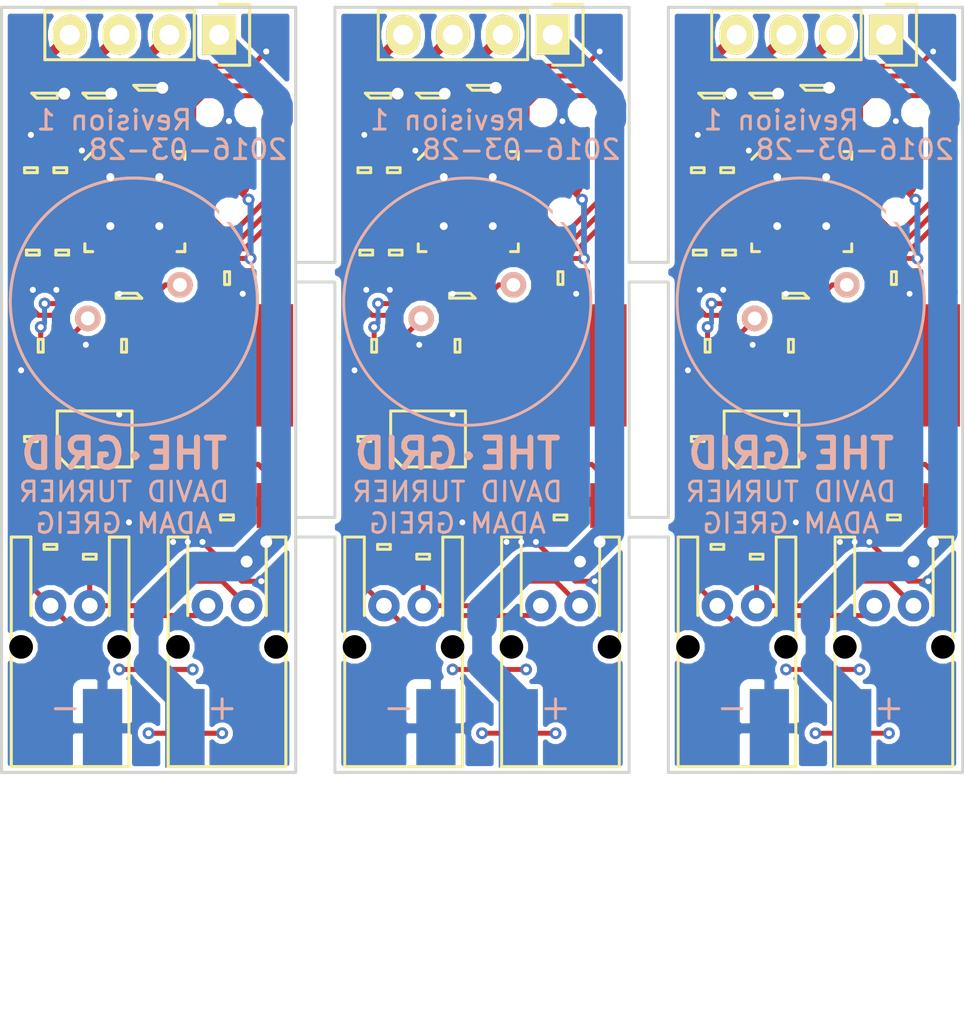
<source format=kicad_pcb>
(kicad_pcb (version 4) (host pcbnew 4.0.2-4+6225~38~ubuntu15.10.1-stable)
  (layers (0 F.Cu signal) (31 B.Cu signal) (34 B.Paste user) (35 F.Paste user) (36 B.SilkS user) (37 F.SilkS user) (38 B.Mask user) (39 F.Mask user) (44 Edge.Cuts user))
  (net 0 "")
  (net 1 GND)
  (net 2 +3V3)
  (net 3 +12V)
  (net 4 /BUS)
  (net 5 /BUS_A)
  (net 6 /BUS_B)
  (net 7 /SWDIO)
  (net 8 /SWDCLK)
  (net 9 /DRIVE_R)
  (net 10 /DRIVE_G)
  (net 11 /DRIVE_B)
  (net 12 "Net-(Q4-Pad3)")
  (net 13 /PIEZO)
  (net 14 /LED_R)
  (net 15 /LED_G)
  (net 16 /LED_B)
  (net 17 "Net-(IC2-Pad4)")
  (net 18 "Net-(IC1-Pad3)")
  (module SOIC-8 (layer F.Cu) (at 120.75 98 90)
    (fp_text reference IC1 hide)
    (fp_text value LMx93 hide)
    (pad 1 smd rect (at -2.7 -1.905 90) (size 1.55 0.6) (layers F.Cu F.Paste F.Mask) (net 4 /BUS))
    (pad 2 smd rect (at -2.7 -0.635 90) (size 1.55 0.6) (layers F.Cu F.Paste F.Mask) (net 5 /BUS_A))
    (pad 3 smd rect (at -2.7 0.635 90) (size 1.55 0.6) (layers F.Cu F.Paste F.Mask) (net 18 "Net-(IC1-Pad3)"))
    (pad 4 smd rect (at -2.7 1.905 90) (size 1.55 0.6) (layers F.Cu F.Paste F.Mask) (net 1 GND))
    (pad 5 smd rect (at 2.7 1.905 90) (size 1.55 0.6) (layers F.Cu F.Paste F.Mask) (net 1 GND))
    (pad 6 smd rect (at 2.7 0.635 90) (size 1.55 0.6) (layers F.Cu F.Paste F.Mask) (net 1 GND))
    (pad 7 smd rect (at 2.7 -0.635 90) (size 1.55 0.6) (layers F.Cu F.Paste F.Mask))
    (pad 8 smd rect (at 2.7 -1.905 90) (size 1.55 0.6) (layers F.Cu F.Paste F.Mask) (net 2 +3V3))
  )
  (module agg:S02B-PASK-2 (layer F.Cu) (at 119.5 106.5 180)
    (fp_text reference P2 hide)
    (fp_text value BUS_IN hide)
    (pad "" np_thru_hole circle (at 2.5 -2.1 180) (size 1.2 1.2) (drill 1.2) (layers *.Mask))
    (pad "" np_thru_hole circle (at -2.5 -2.1 180) (size 1.2 1.2) (drill 1.2) (layers *.Mask))
    (pad 1 thru_hole circle (at 1 0 180) (size 1.6 1.6) (drill 0.8) (layers *.Cu *.Mask) (net 5 /BUS_A))
    (pad 2 thru_hole circle (at -1 0 180) (size 1.6 1.6) (drill 0.8) (layers *.Cu *.Mask) (net 6 /BUS_B))
  )
  (module thegrid:minipow_edge (layer B.Cu) (at 123.25 114.75 180)
    (fp_text reference P1 hide)
    (fp_text value POWER_IN hide)
    (pad 1 smd rect (at 2.1 2) (size 2 4) (layers B.Cu B.Mask) (net 1 GND))
    (pad 2 smd rect (at -2.1 2) (size 2 4) (layers B.Cu B.Mask) (net 3 +12V))
  )
  (module agg:0603 (layer F.Cu) (at 118 93.25)
    (fp_text reference C1 hide)
    (fp_text value 100n hide)
    (pad 1 smd rect (at -0.8 0) (size 0.95 1) (layers F.Cu F.Paste F.Mask) (net 1 GND))
    (pad 2 smd rect (at 0.8 0) (size 0.95 1) (layers F.Cu F.Paste F.Mask) (net 2 +3V3))
  )
  (module agg:0603 (layer F.Cu) (at 117.5 84.3 90)
    (fp_text reference C2 hide)
    (fp_text value 4u7 hide)
    (pad 1 smd rect (at -0.8 0 90) (size 0.95 1) (layers F.Cu F.Paste F.Mask) (net 2 +3V3))
    (pad 2 smd rect (at 0.8 0 90) (size 0.95 1) (layers F.Cu F.Paste F.Mask) (net 1 GND))
  )
  (module agg:0603 (layer F.Cu) (at 119 84.3 90)
    (fp_text reference C3 hide)
    (fp_text value 100n hide)
    (pad 1 smd rect (at -0.8 0 90) (size 0.95 1) (layers F.Cu F.Paste F.Mask) (net 2 +3V3))
    (pad 2 smd rect (at 0.8 0 90) (size 0.95 1) (layers F.Cu F.Paste F.Mask) (net 1 GND))
  )
  (module agg:0603 (layer F.Cu) (at 119.1 88.5 270)
    (fp_text reference C4 hide)
    (fp_text value 10n hide)
    (pad 1 smd rect (at -0.8 0 270) (size 0.95 1) (layers F.Cu F.Paste F.Mask) (net 2 +3V3))
    (pad 2 smd rect (at 0.8 0 270) (size 0.95 1) (layers F.Cu F.Paste F.Mask) (net 1 GND))
  )
  (module agg:0603 (layer F.Cu) (at 127.5 89.8)
    (fp_text reference C5 hide)
    (fp_text value 100n hide)
    (pad 1 smd rect (at -0.8 0) (size 0.95 1) (layers F.Cu F.Paste F.Mask) (net 2 +3V3))
    (pad 2 smd rect (at 0.8 0) (size 0.95 1) (layers F.Cu F.Paste F.Mask) (net 1 GND))
  )
  (module agg:0603 (layer F.Cu) (at 127.5 102 270)
    (fp_text reference C6 hide)
    (fp_text value 100n hide)
    (pad 1 smd rect (at -0.8 0 270) (size 0.95 1) (layers F.Cu F.Paste F.Mask) (net 3 +12V))
    (pad 2 smd rect (at 0.8 0 270) (size 0.95 1) (layers F.Cu F.Paste F.Mask) (net 1 GND))
  )
  (module agg:0603 (layer F.Cu) (at 122.25 93.25 180)
    (fp_text reference C7 hide)
    (fp_text value 10u hide)
    (pad 1 smd rect (at -0.8 0 180) (size 0.95 1) (layers F.Cu F.Paste F.Mask) (net 2 +3V3))
    (pad 2 smd rect (at 0.8 0 180) (size 0.95 1) (layers F.Cu F.Paste F.Mask) (net 1 GND))
  )
  (module agg:S02B-PASK-2 (layer F.Cu) (at 127.5 106.5 180)
    (fp_text reference P3 hide)
    (fp_text value BUS_OUT hide)
    (pad "" np_thru_hole circle (at 2.5 -2.1 180) (size 1.2 1.2) (drill 1.2) (layers *.Mask))
    (pad "" np_thru_hole circle (at -2.5 -2.1 180) (size 1.2 1.2) (drill 1.2) (layers *.Mask))
    (pad 1 thru_hole circle (at 1 0 180) (size 1.6 1.6) (drill 0.8) (layers *.Cu *.Mask) (net 5 /BUS_A))
    (pad 2 thru_hole circle (at -1 0 180) (size 1.6 1.6) (drill 0.8) (layers *.Cu *.Mask) (net 6 /BUS_B))
  )
  (module agg:TC2030-NL (layer F.Cu) (at 127.6 83.9 90)
    (fp_text reference P4 hide)
    (fp_text value SWD_TC hide)
    (pad 1 smd circle (at -1.27 0.64 90) (size 0.787 0.787) (layers F.Cu F.Mask) (net 2 +3V3))
    (pad 2 smd circle (at -1.27 -0.63 90) (size 0.787 0.787) (layers F.Cu F.Mask) (net 7 /SWDIO))
    (pad 3 smd circle (at 0 0.64 90) (size 0.787 0.787) (layers F.Cu F.Mask))
    (pad 4 smd circle (at 0 -0.63 90) (size 0.787 0.787) (layers F.Cu F.Mask) (net 8 /SWDCLK))
    (pad 5 smd circle (at 1.27 0.64 90) (size 0.787 0.787) (layers F.Cu F.Mask) (net 1 GND))
    (pad 6 smd circle (at 1.27 -0.63 90) (size 0.787 0.787) (layers F.Cu F.Mask))
    (pad "" np_thru_hole circle (at -2.54 0.005 90) (size 1 1) (drill 1) (layers *.Cu *.Mask F.SilkS))
    (pad "" np_thru_hole circle (at 2.54 1.021 90) (size 1 1) (drill 1) (layers *.Cu *.Mask F.SilkS))
    (pad "" np_thru_hole circle (at 2.54 -1.011 90) (size 1 1) (drill 1) (layers *.Cu *.Mask F.SilkS))
  )
  (module Pin_Headers:Pin_Header_Straight_1x04 (layer F.Cu) (at 127.1 77.4 270)
    (fp_text reference P5 hide)
    (fp_text value LEDs hide)
    (pad 1 thru_hole rect (at 0 0 270) (size 2.032 1.7272) (drill 1.016) (layers *.Cu *.Mask F.SilkS) (net 3 +12V))
    (pad 2 thru_hole oval (at 0 2.54 270) (size 2.032 1.7272) (drill 1.016) (layers *.Cu *.Mask F.SilkS) (net 9 /DRIVE_R))
    (pad 3 thru_hole oval (at 0 5.08 270) (size 2.032 1.7272) (drill 1.016) (layers *.Cu *.Mask F.SilkS) (net 10 /DRIVE_G))
    (pad 4 thru_hole oval (at 0 7.62 270) (size 2.032 1.7272) (drill 1.016) (layers *.Cu *.Mask F.SilkS) (net 11 /DRIVE_B))
  )
  (module agg:0603 (layer F.Cu) (at 117.5 98 270)
    (fp_text reference R1 hide)
    (fp_text value 10k hide)
    (pad 1 smd rect (at -0.8 0 270) (size 0.95 1) (layers F.Cu F.Paste F.Mask) (net 2 +3V3))
    (pad 2 smd rect (at 0.8 0 270) (size 0.95 1) (layers F.Cu F.Paste F.Mask) (net 4 /BUS))
  )
  (module thegrid:piezo (layer B.Cu) (at 122.75 91 20)
    (fp_text reference SP1 hide)
    (fp_text value SPEAKER hide)
    (pad 1 thru_hole circle (at -2.5 0 20) (size 1.3 1.3) (drill 0.7) (layers *.Cu *.Mask B.SilkS) (net 3 +12V))
    (pad 2 thru_hole circle (at 2.5 0 20) (size 1.3 1.3) (drill 0.7) (layers *.Cu *.Mask B.SilkS) (net 12 "Net-(Q4-Pad3)"))
  )
  (module thegrid:TO-252-3 (layer F.Cu) (at 127.5 94.25)
    (fp_text reference U1 hide)
    (fp_text value LD1117S33TR hide)
    (pad 2 smd rect (at 0 0) (size 6.74 6.23) (layers F.Cu F.Paste F.Mask) (net 2 +3V3))
    (pad 1 smd rect (at -2.28 7.145) (size 1.524 2.28) (layers F.Cu F.Paste F.Mask) (net 1 GND))
    (pad 3 smd rect (at 2.28 7.145) (size 1.524 2.28) (layers F.Cu F.Paste F.Mask) (net 3 +12V))
  )
  (module agg:QFN-32-EP-ST (layer F.Cu) (at 122.8 85.9)
    (fp_text reference IC2 hide)
    (fp_text value STM32F0xxKxUx hide)
    (pad 1 smd rect (at -2.35 -1.75) (size 0.6 0.3) (layers F.Cu F.Paste F.Mask) (net 2 +3V3))
    (pad 2 smd rect (at -2.35 -1.25) (size 0.6 0.3) (layers F.Cu F.Paste F.Mask))
    (pad 3 smd rect (at -2.35 -0.75) (size 0.6 0.3) (layers F.Cu F.Paste F.Mask))
    (pad 4 smd rect (at -2.35 -0.25) (size 0.6 0.3) (layers F.Cu F.Paste F.Mask) (net 17 "Net-(IC2-Pad4)"))
    (pad 5 smd rect (at -2.35 0.25) (size 0.6 0.3) (layers F.Cu F.Paste F.Mask) (net 2 +3V3))
    (pad 6 smd rect (at -2.35 0.75) (size 0.6 0.3) (layers F.Cu F.Paste F.Mask))
    (pad 7 smd rect (at -2.35 1.25) (size 0.6 0.3) (layers F.Cu F.Paste F.Mask))
    (pad 8 smd rect (at -2.35 1.75) (size 0.6 0.3) (layers F.Cu F.Paste F.Mask))
    (pad 9 smd rect (at -1.75 2.35) (size 0.3 0.6) (layers F.Cu F.Paste F.Mask) (net 4 /BUS))
    (pad 10 smd rect (at -1.25 2.35) (size 0.3 0.6) (layers F.Cu F.Paste F.Mask) (net 13 /PIEZO))
    (pad 11 smd rect (at -0.75 2.35) (size 0.3 0.6) (layers F.Cu F.Paste F.Mask))
    (pad 12 smd rect (at -0.25 2.35) (size 0.3 0.6) (layers F.Cu F.Paste F.Mask))
    (pad 13 smd rect (at 0.25 2.35) (size 0.3 0.6) (layers F.Cu F.Paste F.Mask))
    (pad 14 smd rect (at 0.75 2.35) (size 0.3 0.6) (layers F.Cu F.Paste F.Mask))
    (pad 15 smd rect (at 1.25 2.35) (size 0.3 0.6) (layers F.Cu F.Paste F.Mask))
    (pad 16 smd rect (at 1.75 2.35) (size 0.3 0.6) (layers F.Cu F.Paste F.Mask))
    (pad 17 smd rect (at 2.35 1.75) (size 0.6 0.3) (layers F.Cu F.Paste F.Mask) (net 2 +3V3))
    (pad 18 smd rect (at 2.35 1.25) (size 0.6 0.3) (layers F.Cu F.Paste F.Mask) (net 14 /LED_R))
    (pad 19 smd rect (at 2.35 0.75) (size 0.6 0.3) (layers F.Cu F.Paste F.Mask) (net 15 /LED_G))
    (pad 20 smd rect (at 2.35 0.25) (size 0.6 0.3) (layers F.Cu F.Paste F.Mask) (net 16 /LED_B))
    (pad 21 smd rect (at 2.35 -0.25) (size 0.6 0.3) (layers F.Cu F.Paste F.Mask))
    (pad 22 smd rect (at 2.35 -0.75) (size 0.6 0.3) (layers F.Cu F.Paste F.Mask))
    (pad 23 smd rect (at 2.35 -1.25) (size 0.6 0.3) (layers F.Cu F.Paste F.Mask) (net 7 /SWDIO))
    (pad 24 smd rect (at 2.35 -1.75) (size 0.6 0.3) (layers F.Cu F.Paste F.Mask) (net 8 /SWDCLK))
    (pad 25 smd rect (at 1.75 -2.35) (size 0.3 0.6) (layers F.Cu F.Paste F.Mask))
    (pad 26 smd rect (at 1.25 -2.35) (size 0.3 0.6) (layers F.Cu F.Paste F.Mask))
    (pad 27 smd rect (at 0.75 -2.35) (size 0.3 0.6) (layers F.Cu F.Paste F.Mask))
    (pad 28 smd rect (at 0.25 -2.35) (size 0.3 0.6) (layers F.Cu F.Paste F.Mask))
    (pad 29 smd rect (at -0.25 -2.35) (size 0.3 0.6) (layers F.Cu F.Paste F.Mask))
    (pad 30 smd rect (at -0.75 -2.35) (size 0.3 0.6) (layers F.Cu F.Paste F.Mask))
    (pad 31 smd rect (at -1.25 -2.35) (size 0.3 0.6) (layers F.Cu F.Paste F.Mask) (net 1 GND))
    (pad 32 smd rect (at -1.75 -2.35) (size 0.3 0.6) (layers F.Cu F.Paste F.Mask))
    (pad EP smd rect (at 0 0) (size 2 2) (layers F.Cu F.Mask) (net 1 GND))
    (pad EP smd rect (at 0 0) (size 1 1) (layers F.Cu F.Paste) (net 1 GND))
    (pad EP thru_hole circle (at -1.25 -1.25) (size 0.6 0.6) (drill 0.4) (layers *.Cu) (net 1 GND))
    (pad EP thru_hole circle (at -1.25 1.25) (size 0.6 0.6) (drill 0.4) (layers *.Cu) (net 1 GND))
    (pad EP thru_hole circle (at 1.25 -1.25) (size 0.6 0.6) (drill 0.4) (layers *.Cu) (net 1 GND))
    (pad EP thru_hole circle (at 1.25 1.25) (size 0.6 0.6) (drill 0.4) (layers *.Cu) (net 1 GND))
    (pad EP smd rect (at 0 0) (size 3.45 3.45) (layers F.Cu) (net 1 GND))
  )
  (module agg:SOT-323 (layer F.Cu) (at 123.4 80.1 90)
    (fp_text reference Q1 hide)
    (fp_text value MTM232270LBF hide)
    (pad 1 smd rect (at -1.05 -0.65 90) (size 0.85 0.55) (layers F.Cu F.Paste F.Mask) (net 14 /LED_R))
    (pad 2 smd rect (at -1.05 0.65 90) (size 0.85 0.55) (layers F.Cu F.Paste F.Mask) (net 1 GND))
    (pad 3 smd rect (at 1.05 0 90) (size 0.85 0.55) (layers F.Cu F.Paste F.Mask) (net 9 /DRIVE_R))
  )
  (module agg:SOT-323 (layer F.Cu) (at 120.8 80.5 90)
    (fp_text reference Q2 hide)
    (fp_text value MTM232270LBF hide)
    (pad 1 smd rect (at -1.05 -0.65 90) (size 0.85 0.55) (layers F.Cu F.Paste F.Mask) (net 15 /LED_G))
    (pad 2 smd rect (at -1.05 0.65 90) (size 0.85 0.55) (layers F.Cu F.Paste F.Mask) (net 1 GND))
    (pad 3 smd rect (at 1.05 0 90) (size 0.85 0.55) (layers F.Cu F.Paste F.Mask) (net 10 /DRIVE_G))
  )
  (module agg:SOT-323 (layer F.Cu) (at 118.2 80.5 90)
    (fp_text reference Q3 hide)
    (fp_text value MTM232270LBF hide)
    (pad 1 smd rect (at -1.05 -0.65 90) (size 0.85 0.55) (layers F.Cu F.Paste F.Mask) (net 16 /LED_B))
    (pad 2 smd rect (at -1.05 0.65 90) (size 0.85 0.55) (layers F.Cu F.Paste F.Mask) (net 1 GND))
    (pad 3 smd rect (at 1.05 0 90) (size 0.85 0.55) (layers F.Cu F.Paste F.Mask) (net 11 /DRIVE_B))
  )
  (module agg:SOT-323 (layer F.Cu) (at 122.5 90.7 270)
    (fp_text reference Q4 hide)
    (fp_text value MTM232270LBF hide)
    (pad 1 smd rect (at -1.05 -0.65 270) (size 0.85 0.55) (layers F.Cu F.Paste F.Mask) (net 13 /PIEZO))
    (pad 2 smd rect (at -1.05 0.65 270) (size 0.85 0.55) (layers F.Cu F.Paste F.Mask) (net 1 GND))
    (pad 3 smd rect (at 1.05 0 270) (size 0.85 0.55) (layers F.Cu F.Paste F.Mask) (net 12 "Net-(Q4-Pad3)"))
  )
  (module agg:0603 (layer F.Cu) (at 117.6 88.5 270)
    (fp_text reference C8 hide)
    (fp_text value 1u hide)
    (pad 1 smd rect (at -0.8 0 270) (size 0.95 1) (layers F.Cu F.Paste F.Mask) (net 2 +3V3))
    (pad 2 smd rect (at 0.8 0 270) (size 0.95 1) (layers F.Cu F.Paste F.Mask) (net 1 GND))
  )
  (module agg:TESTPAD (layer F.Cu) (at 117.5 86.4)
    (fp_text reference TP1 hide)
    (fp_text value RST hide)
    (pad 1 smd circle (at 0 0) (size 1 1) (layers F.Cu F.Mask) (net 17 "Net-(IC2-Pad4)"))
  )
  (module agg:0603 (layer F.Cu) (at 120.5 104 270)
    (fp_text reference R2 hide)
    (fp_text value 10k hide)
    (pad 1 smd rect (at -0.8 0 270) (size 0.95 1) (layers F.Cu F.Paste F.Mask) (net 18 "Net-(IC1-Pad3)"))
    (pad 2 smd rect (at 0.8 0 270) (size 0.95 1) (layers F.Cu F.Paste F.Mask) (net 6 /BUS_B))
  )
  (module agg:0603 (layer F.Cu) (at 118.5 103.5 270)
    (fp_text reference R3 hide)
    (fp_text value 1M hide)
    (pad 1 smd rect (at -0.8 0 270) (size 0.95 1) (layers F.Cu F.Paste F.Mask) (net 4 /BUS))
    (pad 2 smd rect (at 0.8 0 270) (size 0.95 1) (layers F.Cu F.Paste F.Mask) (net 18 "Net-(IC1-Pad3)"))
  )
  (module SOIC-8 (layer F.Cu) (at 120.75 98 90)
    (fp_text reference IC1 hide)
    (fp_text value LMx93 hide)
    (pad 1 smd rect (at -2.7 -1.905 90) (size 1.55 0.6) (layers F.Cu F.Paste F.Mask) (net 4 /BUS))
    (pad 2 smd rect (at -2.7 -0.635 90) (size 1.55 0.6) (layers F.Cu F.Paste F.Mask) (net 5 /BUS_A))
    (pad 3 smd rect (at -2.7 0.635 90) (size 1.55 0.6) (layers F.Cu F.Paste F.Mask) (net 18 "Net-(IC1-Pad3)"))
    (pad 4 smd rect (at -2.7 1.905 90) (size 1.55 0.6) (layers F.Cu F.Paste F.Mask) (net 1 GND))
    (pad 5 smd rect (at 2.7 1.905 90) (size 1.55 0.6) (layers F.Cu F.Paste F.Mask) (net 1 GND))
    (pad 6 smd rect (at 2.7 0.635 90) (size 1.55 0.6) (layers F.Cu F.Paste F.Mask) (net 1 GND))
    (pad 7 smd rect (at 2.7 -0.635 90) (size 1.55 0.6) (layers F.Cu F.Paste F.Mask))
    (pad 8 smd rect (at 2.7 -1.905 90) (size 1.55 0.6) (layers F.Cu F.Paste F.Mask) (net 2 +3V3))
  )
  (module agg:S02B-PASK-2 (layer F.Cu) (at 119.5 106.5 180)
    (fp_text reference P2 hide)
    (fp_text value BUS_IN hide)
    (pad "" np_thru_hole circle (at 2.5 -2.1 180) (size 1.2 1.2) (drill 1.2) (layers *.Mask))
    (pad "" np_thru_hole circle (at -2.5 -2.1 180) (size 1.2 1.2) (drill 1.2) (layers *.Mask))
    (pad 1 thru_hole circle (at 1 0 180) (size 1.6 1.6) (drill 0.8) (layers *.Cu *.Mask) (net 5 /BUS_A))
    (pad 2 thru_hole circle (at -1 0 180) (size 1.6 1.6) (drill 0.8) (layers *.Cu *.Mask) (net 6 /BUS_B))
  )
  (module thegrid:minipow_edge (layer B.Cu) (at 123.25 114.75 180)
    (fp_text reference P1 hide)
    (fp_text value POWER_IN hide)
    (pad 1 smd rect (at 2.1 2) (size 2 4) (layers B.Cu B.Mask) (net 1 GND))
    (pad 2 smd rect (at -2.1 2) (size 2 4) (layers B.Cu B.Mask) (net 3 +12V))
  )
  (module agg:0603 (layer F.Cu) (at 118 93.25)
    (fp_text reference C1 hide)
    (fp_text value 100n hide)
    (pad 1 smd rect (at -0.8 0) (size 0.95 1) (layers F.Cu F.Paste F.Mask) (net 1 GND))
    (pad 2 smd rect (at 0.8 0) (size 0.95 1) (layers F.Cu F.Paste F.Mask) (net 2 +3V3))
  )
  (module agg:0603 (layer F.Cu) (at 117.5 84.3 90)
    (fp_text reference C2 hide)
    (fp_text value 4u7 hide)
    (pad 1 smd rect (at -0.8 0 90) (size 0.95 1) (layers F.Cu F.Paste F.Mask) (net 2 +3V3))
    (pad 2 smd rect (at 0.8 0 90) (size 0.95 1) (layers F.Cu F.Paste F.Mask) (net 1 GND))
  )
  (module agg:0603 (layer F.Cu) (at 119 84.3 90)
    (fp_text reference C3 hide)
    (fp_text value 100n hide)
    (pad 1 smd rect (at -0.8 0 90) (size 0.95 1) (layers F.Cu F.Paste F.Mask) (net 2 +3V3))
    (pad 2 smd rect (at 0.8 0 90) (size 0.95 1) (layers F.Cu F.Paste F.Mask) (net 1 GND))
  )
  (module agg:0603 (layer F.Cu) (at 119.1 88.5 270)
    (fp_text reference C4 hide)
    (fp_text value 10n hide)
    (pad 1 smd rect (at -0.8 0 270) (size 0.95 1) (layers F.Cu F.Paste F.Mask) (net 2 +3V3))
    (pad 2 smd rect (at 0.8 0 270) (size 0.95 1) (layers F.Cu F.Paste F.Mask) (net 1 GND))
  )
  (module agg:0603 (layer F.Cu) (at 127.5 89.8)
    (fp_text reference C5 hide)
    (fp_text value 100n hide)
    (pad 1 smd rect (at -0.8 0) (size 0.95 1) (layers F.Cu F.Paste F.Mask) (net 2 +3V3))
    (pad 2 smd rect (at 0.8 0) (size 0.95 1) (layers F.Cu F.Paste F.Mask) (net 1 GND))
  )
  (module agg:0603 (layer F.Cu) (at 127.5 102 270)
    (fp_text reference C6 hide)
    (fp_text value 100n hide)
    (pad 1 smd rect (at -0.8 0 270) (size 0.95 1) (layers F.Cu F.Paste F.Mask) (net 3 +12V))
    (pad 2 smd rect (at 0.8 0 270) (size 0.95 1) (layers F.Cu F.Paste F.Mask) (net 1 GND))
  )
  (module agg:0603 (layer F.Cu) (at 122.25 93.25 180)
    (fp_text reference C7 hide)
    (fp_text value 10u hide)
    (pad 1 smd rect (at -0.8 0 180) (size 0.95 1) (layers F.Cu F.Paste F.Mask) (net 2 +3V3))
    (pad 2 smd rect (at 0.8 0 180) (size 0.95 1) (layers F.Cu F.Paste F.Mask) (net 1 GND))
  )
  (module agg:S02B-PASK-2 (layer F.Cu) (at 127.5 106.5 180)
    (fp_text reference P3 hide)
    (fp_text value BUS_OUT hide)
    (pad "" np_thru_hole circle (at 2.5 -2.1 180) (size 1.2 1.2) (drill 1.2) (layers *.Mask))
    (pad "" np_thru_hole circle (at -2.5 -2.1 180) (size 1.2 1.2) (drill 1.2) (layers *.Mask))
    (pad 1 thru_hole circle (at 1 0 180) (size 1.6 1.6) (drill 0.8) (layers *.Cu *.Mask) (net 5 /BUS_A))
    (pad 2 thru_hole circle (at -1 0 180) (size 1.6 1.6) (drill 0.8) (layers *.Cu *.Mask) (net 6 /BUS_B))
  )
  (module agg:TC2030-NL (layer F.Cu) (at 127.6 83.9 90)
    (fp_text reference P4 hide)
    (fp_text value SWD_TC hide)
    (pad 1 smd circle (at -1.27 0.64 90) (size 0.787 0.787) (layers F.Cu F.Mask) (net 2 +3V3))
    (pad 2 smd circle (at -1.27 -0.63 90) (size 0.787 0.787) (layers F.Cu F.Mask) (net 7 /SWDIO))
    (pad 3 smd circle (at 0 0.64 90) (size 0.787 0.787) (layers F.Cu F.Mask))
    (pad 4 smd circle (at 0 -0.63 90) (size 0.787 0.787) (layers F.Cu F.Mask) (net 8 /SWDCLK))
    (pad 5 smd circle (at 1.27 0.64 90) (size 0.787 0.787) (layers F.Cu F.Mask) (net 1 GND))
    (pad 6 smd circle (at 1.27 -0.63 90) (size 0.787 0.787) (layers F.Cu F.Mask))
    (pad "" np_thru_hole circle (at -2.54 0.005 90) (size 1 1) (drill 1) (layers *.Cu *.Mask F.SilkS))
    (pad "" np_thru_hole circle (at 2.54 1.021 90) (size 1 1) (drill 1) (layers *.Cu *.Mask F.SilkS))
    (pad "" np_thru_hole circle (at 2.54 -1.011 90) (size 1 1) (drill 1) (layers *.Cu *.Mask F.SilkS))
  )
  (module Pin_Headers:Pin_Header_Straight_1x04 (layer F.Cu) (at 127.1 77.4 270)
    (fp_text reference P5 hide)
    (fp_text value LEDs hide)
    (pad 1 thru_hole rect (at 0 0 270) (size 2.032 1.7272) (drill 1.016) (layers *.Cu *.Mask F.SilkS) (net 3 +12V))
    (pad 2 thru_hole oval (at 0 2.54 270) (size 2.032 1.7272) (drill 1.016) (layers *.Cu *.Mask F.SilkS) (net 9 /DRIVE_R))
    (pad 3 thru_hole oval (at 0 5.08 270) (size 2.032 1.7272) (drill 1.016) (layers *.Cu *.Mask F.SilkS) (net 10 /DRIVE_G))
    (pad 4 thru_hole oval (at 0 7.62 270) (size 2.032 1.7272) (drill 1.016) (layers *.Cu *.Mask F.SilkS) (net 11 /DRIVE_B))
  )
  (module agg:0603 (layer F.Cu) (at 117.5 98 270)
    (fp_text reference R1 hide)
    (fp_text value 10k hide)
    (pad 1 smd rect (at -0.8 0 270) (size 0.95 1) (layers F.Cu F.Paste F.Mask) (net 2 +3V3))
    (pad 2 smd rect (at 0.8 0 270) (size 0.95 1) (layers F.Cu F.Paste F.Mask) (net 4 /BUS))
  )
  (module thegrid:piezo (layer B.Cu) (at 122.75 91 20)
    (fp_text reference SP1 hide)
    (fp_text value SPEAKER hide)
    (pad 1 thru_hole circle (at -2.5 0 20) (size 1.3 1.3) (drill 0.7) (layers *.Cu *.Mask B.SilkS) (net 3 +12V))
    (pad 2 thru_hole circle (at 2.5 0 20) (size 1.3 1.3) (drill 0.7) (layers *.Cu *.Mask B.SilkS) (net 12 "Net-(Q4-Pad3)"))
  )
  (module thegrid:TO-252-3 (layer F.Cu) (at 127.5 94.25)
    (fp_text reference U1 hide)
    (fp_text value LD1117S33TR hide)
    (pad 2 smd rect (at 0 0) (size 6.74 6.23) (layers F.Cu F.Paste F.Mask) (net 2 +3V3))
    (pad 1 smd rect (at -2.28 7.145) (size 1.524 2.28) (layers F.Cu F.Paste F.Mask) (net 1 GND))
    (pad 3 smd rect (at 2.28 7.145) (size 1.524 2.28) (layers F.Cu F.Paste F.Mask) (net 3 +12V))
  )
  (module agg:QFN-32-EP-ST (layer F.Cu) (at 122.8 85.9)
    (fp_text reference IC2 hide)
    (fp_text value STM32F0xxKxUx hide)
    (pad 1 smd rect (at -2.35 -1.75) (size 0.6 0.3) (layers F.Cu F.Paste F.Mask) (net 2 +3V3))
    (pad 2 smd rect (at -2.35 -1.25) (size 0.6 0.3) (layers F.Cu F.Paste F.Mask))
    (pad 3 smd rect (at -2.35 -0.75) (size 0.6 0.3) (layers F.Cu F.Paste F.Mask))
    (pad 4 smd rect (at -2.35 -0.25) (size 0.6 0.3) (layers F.Cu F.Paste F.Mask) (net 17 "Net-(IC2-Pad4)"))
    (pad 5 smd rect (at -2.35 0.25) (size 0.6 0.3) (layers F.Cu F.Paste F.Mask) (net 2 +3V3))
    (pad 6 smd rect (at -2.35 0.75) (size 0.6 0.3) (layers F.Cu F.Paste F.Mask))
    (pad 7 smd rect (at -2.35 1.25) (size 0.6 0.3) (layers F.Cu F.Paste F.Mask))
    (pad 8 smd rect (at -2.35 1.75) (size 0.6 0.3) (layers F.Cu F.Paste F.Mask))
    (pad 9 smd rect (at -1.75 2.35) (size 0.3 0.6) (layers F.Cu F.Paste F.Mask) (net 4 /BUS))
    (pad 10 smd rect (at -1.25 2.35) (size 0.3 0.6) (layers F.Cu F.Paste F.Mask) (net 13 /PIEZO))
    (pad 11 smd rect (at -0.75 2.35) (size 0.3 0.6) (layers F.Cu F.Paste F.Mask))
    (pad 12 smd rect (at -0.25 2.35) (size 0.3 0.6) (layers F.Cu F.Paste F.Mask))
    (pad 13 smd rect (at 0.25 2.35) (size 0.3 0.6) (layers F.Cu F.Paste F.Mask))
    (pad 14 smd rect (at 0.75 2.35) (size 0.3 0.6) (layers F.Cu F.Paste F.Mask))
    (pad 15 smd rect (at 1.25 2.35) (size 0.3 0.6) (layers F.Cu F.Paste F.Mask))
    (pad 16 smd rect (at 1.75 2.35) (size 0.3 0.6) (layers F.Cu F.Paste F.Mask))
    (pad 17 smd rect (at 2.35 1.75) (size 0.6 0.3) (layers F.Cu F.Paste F.Mask) (net 2 +3V3))
    (pad 18 smd rect (at 2.35 1.25) (size 0.6 0.3) (layers F.Cu F.Paste F.Mask) (net 14 /LED_R))
    (pad 19 smd rect (at 2.35 0.75) (size 0.6 0.3) (layers F.Cu F.Paste F.Mask) (net 15 /LED_G))
    (pad 20 smd rect (at 2.35 0.25) (size 0.6 0.3) (layers F.Cu F.Paste F.Mask) (net 16 /LED_B))
    (pad 21 smd rect (at 2.35 -0.25) (size 0.6 0.3) (layers F.Cu F.Paste F.Mask))
    (pad 22 smd rect (at 2.35 -0.75) (size 0.6 0.3) (layers F.Cu F.Paste F.Mask))
    (pad 23 smd rect (at 2.35 -1.25) (size 0.6 0.3) (layers F.Cu F.Paste F.Mask) (net 7 /SWDIO))
    (pad 24 smd rect (at 2.35 -1.75) (size 0.6 0.3) (layers F.Cu F.Paste F.Mask) (net 8 /SWDCLK))
    (pad 25 smd rect (at 1.75 -2.35) (size 0.3 0.6) (layers F.Cu F.Paste F.Mask))
    (pad 26 smd rect (at 1.25 -2.35) (size 0.3 0.6) (layers F.Cu F.Paste F.Mask))
    (pad 27 smd rect (at 0.75 -2.35) (size 0.3 0.6) (layers F.Cu F.Paste F.Mask))
    (pad 28 smd rect (at 0.25 -2.35) (size 0.3 0.6) (layers F.Cu F.Paste F.Mask))
    (pad 29 smd rect (at -0.25 -2.35) (size 0.3 0.6) (layers F.Cu F.Paste F.Mask))
    (pad 30 smd rect (at -0.75 -2.35) (size 0.3 0.6) (layers F.Cu F.Paste F.Mask))
    (pad 31 smd rect (at -1.25 -2.35) (size 0.3 0.6) (layers F.Cu F.Paste F.Mask) (net 1 GND))
    (pad 32 smd rect (at -1.75 -2.35) (size 0.3 0.6) (layers F.Cu F.Paste F.Mask))
    (pad EP smd rect (at 0 0) (size 2 2) (layers F.Cu F.Mask) (net 1 GND))
    (pad EP smd rect (at 0 0) (size 1 1) (layers F.Cu F.Paste) (net 1 GND))
    (pad EP thru_hole circle (at -1.25 -1.25) (size 0.6 0.6) (drill 0.4) (layers *.Cu) (net 1 GND))
    (pad EP thru_hole circle (at -1.25 1.25) (size 0.6 0.6) (drill 0.4) (layers *.Cu) (net 1 GND))
    (pad EP thru_hole circle (at 1.25 -1.25) (size 0.6 0.6) (drill 0.4) (layers *.Cu) (net 1 GND))
    (pad EP thru_hole circle (at 1.25 1.25) (size 0.6 0.6) (drill 0.4) (layers *.Cu) (net 1 GND))
    (pad EP smd rect (at 0 0) (size 3.45 3.45) (layers F.Cu) (net 1 GND))
  )
  (module agg:SOT-323 (layer F.Cu) (at 123.4 80.1 90)
    (fp_text reference Q1 hide)
    (fp_text value MTM232270LBF hide)
    (pad 1 smd rect (at -1.05 -0.65 90) (size 0.85 0.55) (layers F.Cu F.Paste F.Mask) (net 14 /LED_R))
    (pad 2 smd rect (at -1.05 0.65 90) (size 0.85 0.55) (layers F.Cu F.Paste F.Mask) (net 1 GND))
    (pad 3 smd rect (at 1.05 0 90) (size 0.85 0.55) (layers F.Cu F.Paste F.Mask) (net 9 /DRIVE_R))
  )
  (module agg:SOT-323 (layer F.Cu) (at 120.8 80.5 90)
    (fp_text reference Q2 hide)
    (fp_text value MTM232270LBF hide)
    (pad 1 smd rect (at -1.05 -0.65 90) (size 0.85 0.55) (layers F.Cu F.Paste F.Mask) (net 15 /LED_G))
    (pad 2 smd rect (at -1.05 0.65 90) (size 0.85 0.55) (layers F.Cu F.Paste F.Mask) (net 1 GND))
    (pad 3 smd rect (at 1.05 0 90) (size 0.85 0.55) (layers F.Cu F.Paste F.Mask) (net 10 /DRIVE_G))
  )
  (module agg:SOT-323 (layer F.Cu) (at 118.2 80.5 90)
    (fp_text reference Q3 hide)
    (fp_text value MTM232270LBF hide)
    (pad 1 smd rect (at -1.05 -0.65 90) (size 0.85 0.55) (layers F.Cu F.Paste F.Mask) (net 16 /LED_B))
    (pad 2 smd rect (at -1.05 0.65 90) (size 0.85 0.55) (layers F.Cu F.Paste F.Mask) (net 1 GND))
    (pad 3 smd rect (at 1.05 0 90) (size 0.85 0.55) (layers F.Cu F.Paste F.Mask) (net 11 /DRIVE_B))
  )
  (module agg:SOT-323 (layer F.Cu) (at 122.5 90.7 270)
    (fp_text reference Q4 hide)
    (fp_text value MTM232270LBF hide)
    (pad 1 smd rect (at -1.05 -0.65 270) (size 0.85 0.55) (layers F.Cu F.Paste F.Mask) (net 13 /PIEZO))
    (pad 2 smd rect (at -1.05 0.65 270) (size 0.85 0.55) (layers F.Cu F.Paste F.Mask) (net 1 GND))
    (pad 3 smd rect (at 1.05 0 270) (size 0.85 0.55) (layers F.Cu F.Paste F.Mask) (net 12 "Net-(Q4-Pad3)"))
  )
  (module agg:0603 (layer F.Cu) (at 117.6 88.5 270)
    (fp_text reference C8 hide)
    (fp_text value 1u hide)
    (pad 1 smd rect (at -0.8 0 270) (size 0.95 1) (layers F.Cu F.Paste F.Mask) (net 2 +3V3))
    (pad 2 smd rect (at 0.8 0 270) (size 0.95 1) (layers F.Cu F.Paste F.Mask) (net 1 GND))
  )
  (module agg:TESTPAD (layer F.Cu) (at 117.5 86.4)
    (fp_text reference TP1 hide)
    (fp_text value RST hide)
    (pad 1 smd circle (at 0 0) (size 1 1) (layers F.Cu F.Mask) (net 17 "Net-(IC2-Pad4)"))
  )
  (module agg:0603 (layer F.Cu) (at 120.5 104 270)
    (fp_text reference R2 hide)
    (fp_text value 10k hide)
    (pad 1 smd rect (at -0.8 0 270) (size 0.95 1) (layers F.Cu F.Paste F.Mask) (net 18 "Net-(IC1-Pad3)"))
    (pad 2 smd rect (at 0.8 0 270) (size 0.95 1) (layers F.Cu F.Paste F.Mask) (net 6 /BUS_B))
  )
  (module agg:0603 (layer F.Cu) (at 118.5 103.5 270)
    (fp_text reference R3 hide)
    (fp_text value 1M hide)
    (pad 1 smd rect (at -0.8 0 270) (size 0.95 1) (layers F.Cu F.Paste F.Mask) (net 4 /BUS))
    (pad 2 smd rect (at 0.8 0 270) (size 0.95 1) (layers F.Cu F.Paste F.Mask) (net 18 "Net-(IC1-Pad3)"))
  )
  (module SOIC-8 (layer F.Cu) (at 137.75 98 90)
    (fp_text reference IC1 hide)
    (fp_text value LMx93 hide)
    (pad 1 smd rect (at -2.7 -1.905 90) (size 1.55 0.6) (layers F.Cu F.Paste F.Mask) (net 4 /BUS))
    (pad 2 smd rect (at -2.7 -0.635 90) (size 1.55 0.6) (layers F.Cu F.Paste F.Mask) (net 5 /BUS_A))
    (pad 3 smd rect (at -2.7 0.635 90) (size 1.55 0.6) (layers F.Cu F.Paste F.Mask) (net 18 "Net-(IC1-Pad3)"))
    (pad 4 smd rect (at -2.7 1.905 90) (size 1.55 0.6) (layers F.Cu F.Paste F.Mask) (net 1 GND))
    (pad 5 smd rect (at 2.7 1.905 90) (size 1.55 0.6) (layers F.Cu F.Paste F.Mask) (net 1 GND))
    (pad 6 smd rect (at 2.7 0.635 90) (size 1.55 0.6) (layers F.Cu F.Paste F.Mask) (net 1 GND))
    (pad 7 smd rect (at 2.7 -0.635 90) (size 1.55 0.6) (layers F.Cu F.Paste F.Mask))
    (pad 8 smd rect (at 2.7 -1.905 90) (size 1.55 0.6) (layers F.Cu F.Paste F.Mask) (net 2 +3V3))
  )
  (module agg:S02B-PASK-2 (layer F.Cu) (at 136.5 106.5 180)
    (fp_text reference P2 hide)
    (fp_text value BUS_IN hide)
    (pad "" np_thru_hole circle (at 2.5 -2.1 180) (size 1.2 1.2) (drill 1.2) (layers *.Mask))
    (pad "" np_thru_hole circle (at -2.5 -2.1 180) (size 1.2 1.2) (drill 1.2) (layers *.Mask))
    (pad 1 thru_hole circle (at 1 0 180) (size 1.6 1.6) (drill 0.8) (layers *.Cu *.Mask) (net 5 /BUS_A))
    (pad 2 thru_hole circle (at -1 0 180) (size 1.6 1.6) (drill 0.8) (layers *.Cu *.Mask) (net 6 /BUS_B))
  )
  (module thegrid:minipow_edge (layer B.Cu) (at 140.25 114.75 180)
    (fp_text reference P1 hide)
    (fp_text value POWER_IN hide)
    (pad 1 smd rect (at 2.1 2) (size 2 4) (layers B.Cu B.Mask) (net 1 GND))
    (pad 2 smd rect (at -2.1 2) (size 2 4) (layers B.Cu B.Mask) (net 3 +12V))
  )
  (module agg:0603 (layer F.Cu) (at 135 93.25)
    (fp_text reference C1 hide)
    (fp_text value 100n hide)
    (pad 1 smd rect (at -0.8 0) (size 0.95 1) (layers F.Cu F.Paste F.Mask) (net 1 GND))
    (pad 2 smd rect (at 0.8 0) (size 0.95 1) (layers F.Cu F.Paste F.Mask) (net 2 +3V3))
  )
  (module agg:0603 (layer F.Cu) (at 134.5 84.3 90)
    (fp_text reference C2 hide)
    (fp_text value 4u7 hide)
    (pad 1 smd rect (at -0.8 0 90) (size 0.95 1) (layers F.Cu F.Paste F.Mask) (net 2 +3V3))
    (pad 2 smd rect (at 0.8 0 90) (size 0.95 1) (layers F.Cu F.Paste F.Mask) (net 1 GND))
  )
  (module agg:0603 (layer F.Cu) (at 136 84.3 90)
    (fp_text reference C3 hide)
    (fp_text value 100n hide)
    (pad 1 smd rect (at -0.8 0 90) (size 0.95 1) (layers F.Cu F.Paste F.Mask) (net 2 +3V3))
    (pad 2 smd rect (at 0.8 0 90) (size 0.95 1) (layers F.Cu F.Paste F.Mask) (net 1 GND))
  )
  (module agg:0603 (layer F.Cu) (at 136.1 88.5 270)
    (fp_text reference C4 hide)
    (fp_text value 10n hide)
    (pad 1 smd rect (at -0.8 0 270) (size 0.95 1) (layers F.Cu F.Paste F.Mask) (net 2 +3V3))
    (pad 2 smd rect (at 0.8 0 270) (size 0.95 1) (layers F.Cu F.Paste F.Mask) (net 1 GND))
  )
  (module agg:0603 (layer F.Cu) (at 144.5 89.8)
    (fp_text reference C5 hide)
    (fp_text value 100n hide)
    (pad 1 smd rect (at -0.8 0) (size 0.95 1) (layers F.Cu F.Paste F.Mask) (net 2 +3V3))
    (pad 2 smd rect (at 0.8 0) (size 0.95 1) (layers F.Cu F.Paste F.Mask) (net 1 GND))
  )
  (module agg:0603 (layer F.Cu) (at 144.5 102 270)
    (fp_text reference C6 hide)
    (fp_text value 100n hide)
    (pad 1 smd rect (at -0.8 0 270) (size 0.95 1) (layers F.Cu F.Paste F.Mask) (net 3 +12V))
    (pad 2 smd rect (at 0.8 0 270) (size 0.95 1) (layers F.Cu F.Paste F.Mask) (net 1 GND))
  )
  (module agg:0603 (layer F.Cu) (at 139.25 93.25 180)
    (fp_text reference C7 hide)
    (fp_text value 10u hide)
    (pad 1 smd rect (at -0.8 0 180) (size 0.95 1) (layers F.Cu F.Paste F.Mask) (net 2 +3V3))
    (pad 2 smd rect (at 0.8 0 180) (size 0.95 1) (layers F.Cu F.Paste F.Mask) (net 1 GND))
  )
  (module agg:S02B-PASK-2 (layer F.Cu) (at 144.5 106.5 180)
    (fp_text reference P3 hide)
    (fp_text value BUS_OUT hide)
    (pad "" np_thru_hole circle (at 2.5 -2.1 180) (size 1.2 1.2) (drill 1.2) (layers *.Mask))
    (pad "" np_thru_hole circle (at -2.5 -2.1 180) (size 1.2 1.2) (drill 1.2) (layers *.Mask))
    (pad 1 thru_hole circle (at 1 0 180) (size 1.6 1.6) (drill 0.8) (layers *.Cu *.Mask) (net 5 /BUS_A))
    (pad 2 thru_hole circle (at -1 0 180) (size 1.6 1.6) (drill 0.8) (layers *.Cu *.Mask) (net 6 /BUS_B))
  )
  (module agg:TC2030-NL (layer F.Cu) (at 144.6 83.9 90)
    (fp_text reference P4 hide)
    (fp_text value SWD_TC hide)
    (pad 1 smd circle (at -1.27 0.64 90) (size 0.787 0.787) (layers F.Cu F.Mask) (net 2 +3V3))
    (pad 2 smd circle (at -1.27 -0.63 90) (size 0.787 0.787) (layers F.Cu F.Mask) (net 7 /SWDIO))
    (pad 3 smd circle (at 0 0.64 90) (size 0.787 0.787) (layers F.Cu F.Mask))
    (pad 4 smd circle (at 0 -0.63 90) (size 0.787 0.787) (layers F.Cu F.Mask) (net 8 /SWDCLK))
    (pad 5 smd circle (at 1.27 0.64 90) (size 0.787 0.787) (layers F.Cu F.Mask) (net 1 GND))
    (pad 6 smd circle (at 1.27 -0.63 90) (size 0.787 0.787) (layers F.Cu F.Mask))
    (pad "" np_thru_hole circle (at -2.54 0.005 90) (size 1 1) (drill 1) (layers *.Cu *.Mask F.SilkS))
    (pad "" np_thru_hole circle (at 2.54 1.021 90) (size 1 1) (drill 1) (layers *.Cu *.Mask F.SilkS))
    (pad "" np_thru_hole circle (at 2.54 -1.011 90) (size 1 1) (drill 1) (layers *.Cu *.Mask F.SilkS))
  )
  (module Pin_Headers:Pin_Header_Straight_1x04 (layer F.Cu) (at 144.1 77.4 270)
    (fp_text reference P5 hide)
    (fp_text value LEDs hide)
    (pad 1 thru_hole rect (at 0 0 270) (size 2.032 1.7272) (drill 1.016) (layers *.Cu *.Mask F.SilkS) (net 3 +12V))
    (pad 2 thru_hole oval (at 0 2.54 270) (size 2.032 1.7272) (drill 1.016) (layers *.Cu *.Mask F.SilkS) (net 9 /DRIVE_R))
    (pad 3 thru_hole oval (at 0 5.08 270) (size 2.032 1.7272) (drill 1.016) (layers *.Cu *.Mask F.SilkS) (net 10 /DRIVE_G))
    (pad 4 thru_hole oval (at 0 7.62 270) (size 2.032 1.7272) (drill 1.016) (layers *.Cu *.Mask F.SilkS) (net 11 /DRIVE_B))
  )
  (module agg:0603 (layer F.Cu) (at 134.5 98 270)
    (fp_text reference R1 hide)
    (fp_text value 10k hide)
    (pad 1 smd rect (at -0.8 0 270) (size 0.95 1) (layers F.Cu F.Paste F.Mask) (net 2 +3V3))
    (pad 2 smd rect (at 0.8 0 270) (size 0.95 1) (layers F.Cu F.Paste F.Mask) (net 4 /BUS))
  )
  (module thegrid:piezo (layer B.Cu) (at 139.75 91 20)
    (fp_text reference SP1 hide)
    (fp_text value SPEAKER hide)
    (pad 1 thru_hole circle (at -2.5 0 20) (size 1.3 1.3) (drill 0.7) (layers *.Cu *.Mask B.SilkS) (net 3 +12V))
    (pad 2 thru_hole circle (at 2.5 0 20) (size 1.3 1.3) (drill 0.7) (layers *.Cu *.Mask B.SilkS) (net 12 "Net-(Q4-Pad3)"))
  )
  (module thegrid:TO-252-3 (layer F.Cu) (at 144.5 94.25)
    (fp_text reference U1 hide)
    (fp_text value LD1117S33TR hide)
    (pad 2 smd rect (at 0 0) (size 6.74 6.23) (layers F.Cu F.Paste F.Mask) (net 2 +3V3))
    (pad 1 smd rect (at -2.28 7.145) (size 1.524 2.28) (layers F.Cu F.Paste F.Mask) (net 1 GND))
    (pad 3 smd rect (at 2.28 7.145) (size 1.524 2.28) (layers F.Cu F.Paste F.Mask) (net 3 +12V))
  )
  (module agg:QFN-32-EP-ST (layer F.Cu) (at 139.8 85.9)
    (fp_text reference IC2 hide)
    (fp_text value STM32F0xxKxUx hide)
    (pad 1 smd rect (at -2.35 -1.75) (size 0.6 0.3) (layers F.Cu F.Paste F.Mask) (net 2 +3V3))
    (pad 2 smd rect (at -2.35 -1.25) (size 0.6 0.3) (layers F.Cu F.Paste F.Mask))
    (pad 3 smd rect (at -2.35 -0.75) (size 0.6 0.3) (layers F.Cu F.Paste F.Mask))
    (pad 4 smd rect (at -2.35 -0.25) (size 0.6 0.3) (layers F.Cu F.Paste F.Mask) (net 17 "Net-(IC2-Pad4)"))
    (pad 5 smd rect (at -2.35 0.25) (size 0.6 0.3) (layers F.Cu F.Paste F.Mask) (net 2 +3V3))
    (pad 6 smd rect (at -2.35 0.75) (size 0.6 0.3) (layers F.Cu F.Paste F.Mask))
    (pad 7 smd rect (at -2.35 1.25) (size 0.6 0.3) (layers F.Cu F.Paste F.Mask))
    (pad 8 smd rect (at -2.35 1.75) (size 0.6 0.3) (layers F.Cu F.Paste F.Mask))
    (pad 9 smd rect (at -1.75 2.35) (size 0.3 0.6) (layers F.Cu F.Paste F.Mask) (net 4 /BUS))
    (pad 10 smd rect (at -1.25 2.35) (size 0.3 0.6) (layers F.Cu F.Paste F.Mask) (net 13 /PIEZO))
    (pad 11 smd rect (at -0.75 2.35) (size 0.3 0.6) (layers F.Cu F.Paste F.Mask))
    (pad 12 smd rect (at -0.25 2.35) (size 0.3 0.6) (layers F.Cu F.Paste F.Mask))
    (pad 13 smd rect (at 0.25 2.35) (size 0.3 0.6) (layers F.Cu F.Paste F.Mask))
    (pad 14 smd rect (at 0.75 2.35) (size 0.3 0.6) (layers F.Cu F.Paste F.Mask))
    (pad 15 smd rect (at 1.25 2.35) (size 0.3 0.6) (layers F.Cu F.Paste F.Mask))
    (pad 16 smd rect (at 1.75 2.35) (size 0.3 0.6) (layers F.Cu F.Paste F.Mask))
    (pad 17 smd rect (at 2.35 1.75) (size 0.6 0.3) (layers F.Cu F.Paste F.Mask) (net 2 +3V3))
    (pad 18 smd rect (at 2.35 1.25) (size 0.6 0.3) (layers F.Cu F.Paste F.Mask) (net 14 /LED_R))
    (pad 19 smd rect (at 2.35 0.75) (size 0.6 0.3) (layers F.Cu F.Paste F.Mask) (net 15 /LED_G))
    (pad 20 smd rect (at 2.35 0.25) (size 0.6 0.3) (layers F.Cu F.Paste F.Mask) (net 16 /LED_B))
    (pad 21 smd rect (at 2.35 -0.25) (size 0.6 0.3) (layers F.Cu F.Paste F.Mask))
    (pad 22 smd rect (at 2.35 -0.75) (size 0.6 0.3) (layers F.Cu F.Paste F.Mask))
    (pad 23 smd rect (at 2.35 -1.25) (size 0.6 0.3) (layers F.Cu F.Paste F.Mask) (net 7 /SWDIO))
    (pad 24 smd rect (at 2.35 -1.75) (size 0.6 0.3) (layers F.Cu F.Paste F.Mask) (net 8 /SWDCLK))
    (pad 25 smd rect (at 1.75 -2.35) (size 0.3 0.6) (layers F.Cu F.Paste F.Mask))
    (pad 26 smd rect (at 1.25 -2.35) (size 0.3 0.6) (layers F.Cu F.Paste F.Mask))
    (pad 27 smd rect (at 0.75 -2.35) (size 0.3 0.6) (layers F.Cu F.Paste F.Mask))
    (pad 28 smd rect (at 0.25 -2.35) (size 0.3 0.6) (layers F.Cu F.Paste F.Mask))
    (pad 29 smd rect (at -0.25 -2.35) (size 0.3 0.6) (layers F.Cu F.Paste F.Mask))
    (pad 30 smd rect (at -0.75 -2.35) (size 0.3 0.6) (layers F.Cu F.Paste F.Mask))
    (pad 31 smd rect (at -1.25 -2.35) (size 0.3 0.6) (layers F.Cu F.Paste F.Mask) (net 1 GND))
    (pad 32 smd rect (at -1.75 -2.35) (size 0.3 0.6) (layers F.Cu F.Paste F.Mask))
    (pad EP smd rect (at 0 0) (size 2 2) (layers F.Cu F.Mask) (net 1 GND))
    (pad EP smd rect (at 0 0) (size 1 1) (layers F.Cu F.Paste) (net 1 GND))
    (pad EP thru_hole circle (at -1.25 -1.25) (size 0.6 0.6) (drill 0.4) (layers *.Cu) (net 1 GND))
    (pad EP thru_hole circle (at -1.25 1.25) (size 0.6 0.6) (drill 0.4) (layers *.Cu) (net 1 GND))
    (pad EP thru_hole circle (at 1.25 -1.25) (size 0.6 0.6) (drill 0.4) (layers *.Cu) (net 1 GND))
    (pad EP thru_hole circle (at 1.25 1.25) (size 0.6 0.6) (drill 0.4) (layers *.Cu) (net 1 GND))
    (pad EP smd rect (at 0 0) (size 3.45 3.45) (layers F.Cu) (net 1 GND))
  )
  (module agg:SOT-323 (layer F.Cu) (at 140.4 80.1 90)
    (fp_text reference Q1 hide)
    (fp_text value MTM232270LBF hide)
    (pad 1 smd rect (at -1.05 -0.65 90) (size 0.85 0.55) (layers F.Cu F.Paste F.Mask) (net 14 /LED_R))
    (pad 2 smd rect (at -1.05 0.65 90) (size 0.85 0.55) (layers F.Cu F.Paste F.Mask) (net 1 GND))
    (pad 3 smd rect (at 1.05 0 90) (size 0.85 0.55) (layers F.Cu F.Paste F.Mask) (net 9 /DRIVE_R))
  )
  (module agg:SOT-323 (layer F.Cu) (at 137.8 80.5 90)
    (fp_text reference Q2 hide)
    (fp_text value MTM232270LBF hide)
    (pad 1 smd rect (at -1.05 -0.65 90) (size 0.85 0.55) (layers F.Cu F.Paste F.Mask) (net 15 /LED_G))
    (pad 2 smd rect (at -1.05 0.65 90) (size 0.85 0.55) (layers F.Cu F.Paste F.Mask) (net 1 GND))
    (pad 3 smd rect (at 1.05 0 90) (size 0.85 0.55) (layers F.Cu F.Paste F.Mask) (net 10 /DRIVE_G))
  )
  (module agg:SOT-323 (layer F.Cu) (at 135.2 80.5 90)
    (fp_text reference Q3 hide)
    (fp_text value MTM232270LBF hide)
    (pad 1 smd rect (at -1.05 -0.65 90) (size 0.85 0.55) (layers F.Cu F.Paste F.Mask) (net 16 /LED_B))
    (pad 2 smd rect (at -1.05 0.65 90) (size 0.85 0.55) (layers F.Cu F.Paste F.Mask) (net 1 GND))
    (pad 3 smd rect (at 1.05 0 90) (size 0.85 0.55) (layers F.Cu F.Paste F.Mask) (net 11 /DRIVE_B))
  )
  (module agg:SOT-323 (layer F.Cu) (at 139.5 90.7 270)
    (fp_text reference Q4 hide)
    (fp_text value MTM232270LBF hide)
    (pad 1 smd rect (at -1.05 -0.65 270) (size 0.85 0.55) (layers F.Cu F.Paste F.Mask) (net 13 /PIEZO))
    (pad 2 smd rect (at -1.05 0.65 270) (size 0.85 0.55) (layers F.Cu F.Paste F.Mask) (net 1 GND))
    (pad 3 smd rect (at 1.05 0 270) (size 0.85 0.55) (layers F.Cu F.Paste F.Mask) (net 12 "Net-(Q4-Pad3)"))
  )
  (module agg:0603 (layer F.Cu) (at 134.6 88.5 270)
    (fp_text reference C8 hide)
    (fp_text value 1u hide)
    (pad 1 smd rect (at -0.8 0 270) (size 0.95 1) (layers F.Cu F.Paste F.Mask) (net 2 +3V3))
    (pad 2 smd rect (at 0.8 0 270) (size 0.95 1) (layers F.Cu F.Paste F.Mask) (net 1 GND))
  )
  (module agg:TESTPAD (layer F.Cu) (at 134.5 86.4)
    (fp_text reference TP1 hide)
    (fp_text value RST hide)
    (pad 1 smd circle (at 0 0) (size 1 1) (layers F.Cu F.Mask) (net 17 "Net-(IC2-Pad4)"))
  )
  (module agg:0603 (layer F.Cu) (at 137.5 104 270)
    (fp_text reference R2 hide)
    (fp_text value 10k hide)
    (pad 1 smd rect (at -0.8 0 270) (size 0.95 1) (layers F.Cu F.Paste F.Mask) (net 18 "Net-(IC1-Pad3)"))
    (pad 2 smd rect (at 0.8 0 270) (size 0.95 1) (layers F.Cu F.Paste F.Mask) (net 6 /BUS_B))
  )
  (module agg:0603 (layer F.Cu) (at 135.5 103.5 270)
    (fp_text reference R3 hide)
    (fp_text value 1M hide)
    (pad 1 smd rect (at -0.8 0 270) (size 0.95 1) (layers F.Cu F.Paste F.Mask) (net 4 /BUS))
    (pad 2 smd rect (at 0.8 0 270) (size 0.95 1) (layers F.Cu F.Paste F.Mask) (net 18 "Net-(IC1-Pad3)"))
  )
  (module SOIC-8 (layer F.Cu) (at 154.75 98 90)
    (fp_text reference IC1 hide)
    (fp_text value LMx93 hide)
    (pad 1 smd rect (at -2.7 -1.905 90) (size 1.55 0.6) (layers F.Cu F.Paste F.Mask) (net 4 /BUS))
    (pad 2 smd rect (at -2.7 -0.635 90) (size 1.55 0.6) (layers F.Cu F.Paste F.Mask) (net 5 /BUS_A))
    (pad 3 smd rect (at -2.7 0.635 90) (size 1.55 0.6) (layers F.Cu F.Paste F.Mask) (net 18 "Net-(IC1-Pad3)"))
    (pad 4 smd rect (at -2.7 1.905 90) (size 1.55 0.6) (layers F.Cu F.Paste F.Mask) (net 1 GND))
    (pad 5 smd rect (at 2.7 1.905 90) (size 1.55 0.6) (layers F.Cu F.Paste F.Mask) (net 1 GND))
    (pad 6 smd rect (at 2.7 0.635 90) (size 1.55 0.6) (layers F.Cu F.Paste F.Mask) (net 1 GND))
    (pad 7 smd rect (at 2.7 -0.635 90) (size 1.55 0.6) (layers F.Cu F.Paste F.Mask))
    (pad 8 smd rect (at 2.7 -1.905 90) (size 1.55 0.6) (layers F.Cu F.Paste F.Mask) (net 2 +3V3))
  )
  (module agg:S02B-PASK-2 (layer F.Cu) (at 153.5 106.5 180)
    (fp_text reference P2 hide)
    (fp_text value BUS_IN hide)
    (pad "" np_thru_hole circle (at 2.5 -2.1 180) (size 1.2 1.2) (drill 1.2) (layers *.Mask))
    (pad "" np_thru_hole circle (at -2.5 -2.1 180) (size 1.2 1.2) (drill 1.2) (layers *.Mask))
    (pad 1 thru_hole circle (at 1 0 180) (size 1.6 1.6) (drill 0.8) (layers *.Cu *.Mask) (net 5 /BUS_A))
    (pad 2 thru_hole circle (at -1 0 180) (size 1.6 1.6) (drill 0.8) (layers *.Cu *.Mask) (net 6 /BUS_B))
  )
  (module thegrid:minipow_edge (layer B.Cu) (at 157.25 114.75 180)
    (fp_text reference P1 hide)
    (fp_text value POWER_IN hide)
    (pad 1 smd rect (at 2.1 2) (size 2 4) (layers B.Cu B.Mask) (net 1 GND))
    (pad 2 smd rect (at -2.1 2) (size 2 4) (layers B.Cu B.Mask) (net 3 +12V))
  )
  (module agg:0603 (layer F.Cu) (at 152 93.25)
    (fp_text reference C1 hide)
    (fp_text value 100n hide)
    (pad 1 smd rect (at -0.8 0) (size 0.95 1) (layers F.Cu F.Paste F.Mask) (net 1 GND))
    (pad 2 smd rect (at 0.8 0) (size 0.95 1) (layers F.Cu F.Paste F.Mask) (net 2 +3V3))
  )
  (module agg:0603 (layer F.Cu) (at 151.5 84.3 90)
    (fp_text reference C2 hide)
    (fp_text value 4u7 hide)
    (pad 1 smd rect (at -0.8 0 90) (size 0.95 1) (layers F.Cu F.Paste F.Mask) (net 2 +3V3))
    (pad 2 smd rect (at 0.8 0 90) (size 0.95 1) (layers F.Cu F.Paste F.Mask) (net 1 GND))
  )
  (module agg:0603 (layer F.Cu) (at 153 84.3 90)
    (fp_text reference C3 hide)
    (fp_text value 100n hide)
    (pad 1 smd rect (at -0.8 0 90) (size 0.95 1) (layers F.Cu F.Paste F.Mask) (net 2 +3V3))
    (pad 2 smd rect (at 0.8 0 90) (size 0.95 1) (layers F.Cu F.Paste F.Mask) (net 1 GND))
  )
  (module agg:0603 (layer F.Cu) (at 153.1 88.5 270)
    (fp_text reference C4 hide)
    (fp_text value 10n hide)
    (pad 1 smd rect (at -0.8 0 270) (size 0.95 1) (layers F.Cu F.Paste F.Mask) (net 2 +3V3))
    (pad 2 smd rect (at 0.8 0 270) (size 0.95 1) (layers F.Cu F.Paste F.Mask) (net 1 GND))
  )
  (module agg:0603 (layer F.Cu) (at 161.5 89.8)
    (fp_text reference C5 hide)
    (fp_text value 100n hide)
    (pad 1 smd rect (at -0.8 0) (size 0.95 1) (layers F.Cu F.Paste F.Mask) (net 2 +3V3))
    (pad 2 smd rect (at 0.8 0) (size 0.95 1) (layers F.Cu F.Paste F.Mask) (net 1 GND))
  )
  (module agg:0603 (layer F.Cu) (at 161.5 102 270)
    (fp_text reference C6 hide)
    (fp_text value 100n hide)
    (pad 1 smd rect (at -0.8 0 270) (size 0.95 1) (layers F.Cu F.Paste F.Mask) (net 3 +12V))
    (pad 2 smd rect (at 0.8 0 270) (size 0.95 1) (layers F.Cu F.Paste F.Mask) (net 1 GND))
  )
  (module agg:0603 (layer F.Cu) (at 156.25 93.25 180)
    (fp_text reference C7 hide)
    (fp_text value 10u hide)
    (pad 1 smd rect (at -0.8 0 180) (size 0.95 1) (layers F.Cu F.Paste F.Mask) (net 2 +3V3))
    (pad 2 smd rect (at 0.8 0 180) (size 0.95 1) (layers F.Cu F.Paste F.Mask) (net 1 GND))
  )
  (module agg:S02B-PASK-2 (layer F.Cu) (at 161.5 106.5 180)
    (fp_text reference P3 hide)
    (fp_text value BUS_OUT hide)
    (pad "" np_thru_hole circle (at 2.5 -2.1 180) (size 1.2 1.2) (drill 1.2) (layers *.Mask))
    (pad "" np_thru_hole circle (at -2.5 -2.1 180) (size 1.2 1.2) (drill 1.2) (layers *.Mask))
    (pad 1 thru_hole circle (at 1 0 180) (size 1.6 1.6) (drill 0.8) (layers *.Cu *.Mask) (net 5 /BUS_A))
    (pad 2 thru_hole circle (at -1 0 180) (size 1.6 1.6) (drill 0.8) (layers *.Cu *.Mask) (net 6 /BUS_B))
  )
  (module agg:TC2030-NL (layer F.Cu) (at 161.6 83.9 90)
    (fp_text reference P4 hide)
    (fp_text value SWD_TC hide)
    (pad 1 smd circle (at -1.27 0.64 90) (size 0.787 0.787) (layers F.Cu F.Mask) (net 2 +3V3))
    (pad 2 smd circle (at -1.27 -0.63 90) (size 0.787 0.787) (layers F.Cu F.Mask) (net 7 /SWDIO))
    (pad 3 smd circle (at 0 0.64 90) (size 0.787 0.787) (layers F.Cu F.Mask))
    (pad 4 smd circle (at 0 -0.63 90) (size 0.787 0.787) (layers F.Cu F.Mask) (net 8 /SWDCLK))
    (pad 5 smd circle (at 1.27 0.64 90) (size 0.787 0.787) (layers F.Cu F.Mask) (net 1 GND))
    (pad 6 smd circle (at 1.27 -0.63 90) (size 0.787 0.787) (layers F.Cu F.Mask))
    (pad "" np_thru_hole circle (at -2.54 0.005 90) (size 1 1) (drill 1) (layers *.Cu *.Mask F.SilkS))
    (pad "" np_thru_hole circle (at 2.54 1.021 90) (size 1 1) (drill 1) (layers *.Cu *.Mask F.SilkS))
    (pad "" np_thru_hole circle (at 2.54 -1.011 90) (size 1 1) (drill 1) (layers *.Cu *.Mask F.SilkS))
  )
  (module Pin_Headers:Pin_Header_Straight_1x04 (layer F.Cu) (at 161.1 77.4 270)
    (fp_text reference P5 hide)
    (fp_text value LEDs hide)
    (pad 1 thru_hole rect (at 0 0 270) (size 2.032 1.7272) (drill 1.016) (layers *.Cu *.Mask F.SilkS) (net 3 +12V))
    (pad 2 thru_hole oval (at 0 2.54 270) (size 2.032 1.7272) (drill 1.016) (layers *.Cu *.Mask F.SilkS) (net 9 /DRIVE_R))
    (pad 3 thru_hole oval (at 0 5.08 270) (size 2.032 1.7272) (drill 1.016) (layers *.Cu *.Mask F.SilkS) (net 10 /DRIVE_G))
    (pad 4 thru_hole oval (at 0 7.62 270) (size 2.032 1.7272) (drill 1.016) (layers *.Cu *.Mask F.SilkS) (net 11 /DRIVE_B))
  )
  (module agg:0603 (layer F.Cu) (at 151.5 98 270)
    (fp_text reference R1 hide)
    (fp_text value 10k hide)
    (pad 1 smd rect (at -0.8 0 270) (size 0.95 1) (layers F.Cu F.Paste F.Mask) (net 2 +3V3))
    (pad 2 smd rect (at 0.8 0 270) (size 0.95 1) (layers F.Cu F.Paste F.Mask) (net 4 /BUS))
  )
  (module thegrid:piezo (layer B.Cu) (at 156.75 91 20)
    (fp_text reference SP1 hide)
    (fp_text value SPEAKER hide)
    (pad 1 thru_hole circle (at -2.5 0 20) (size 1.3 1.3) (drill 0.7) (layers *.Cu *.Mask B.SilkS) (net 3 +12V))
    (pad 2 thru_hole circle (at 2.5 0 20) (size 1.3 1.3) (drill 0.7) (layers *.Cu *.Mask B.SilkS) (net 12 "Net-(Q4-Pad3)"))
  )
  (module thegrid:TO-252-3 (layer F.Cu) (at 161.5 94.25)
    (fp_text reference U1 hide)
    (fp_text value LD1117S33TR hide)
    (pad 2 smd rect (at 0 0) (size 6.74 6.23) (layers F.Cu F.Paste F.Mask) (net 2 +3V3))
    (pad 1 smd rect (at -2.28 7.145) (size 1.524 2.28) (layers F.Cu F.Paste F.Mask) (net 1 GND))
    (pad 3 smd rect (at 2.28 7.145) (size 1.524 2.28) (layers F.Cu F.Paste F.Mask) (net 3 +12V))
  )
  (module agg:QFN-32-EP-ST (layer F.Cu) (at 156.8 85.9)
    (fp_text reference IC2 hide)
    (fp_text value STM32F0xxKxUx hide)
    (pad 1 smd rect (at -2.35 -1.75) (size 0.6 0.3) (layers F.Cu F.Paste F.Mask) (net 2 +3V3))
    (pad 2 smd rect (at -2.35 -1.25) (size 0.6 0.3) (layers F.Cu F.Paste F.Mask))
    (pad 3 smd rect (at -2.35 -0.75) (size 0.6 0.3) (layers F.Cu F.Paste F.Mask))
    (pad 4 smd rect (at -2.35 -0.25) (size 0.6 0.3) (layers F.Cu F.Paste F.Mask) (net 17 "Net-(IC2-Pad4)"))
    (pad 5 smd rect (at -2.35 0.25) (size 0.6 0.3) (layers F.Cu F.Paste F.Mask) (net 2 +3V3))
    (pad 6 smd rect (at -2.35 0.75) (size 0.6 0.3) (layers F.Cu F.Paste F.Mask))
    (pad 7 smd rect (at -2.35 1.25) (size 0.6 0.3) (layers F.Cu F.Paste F.Mask))
    (pad 8 smd rect (at -2.35 1.75) (size 0.6 0.3) (layers F.Cu F.Paste F.Mask))
    (pad 9 smd rect (at -1.75 2.35) (size 0.3 0.6) (layers F.Cu F.Paste F.Mask) (net 4 /BUS))
    (pad 10 smd rect (at -1.25 2.35) (size 0.3 0.6) (layers F.Cu F.Paste F.Mask) (net 13 /PIEZO))
    (pad 11 smd rect (at -0.75 2.35) (size 0.3 0.6) (layers F.Cu F.Paste F.Mask))
    (pad 12 smd rect (at -0.25 2.35) (size 0.3 0.6) (layers F.Cu F.Paste F.Mask))
    (pad 13 smd rect (at 0.25 2.35) (size 0.3 0.6) (layers F.Cu F.Paste F.Mask))
    (pad 14 smd rect (at 0.75 2.35) (size 0.3 0.6) (layers F.Cu F.Paste F.Mask))
    (pad 15 smd rect (at 1.25 2.35) (size 0.3 0.6) (layers F.Cu F.Paste F.Mask))
    (pad 16 smd rect (at 1.75 2.35) (size 0.3 0.6) (layers F.Cu F.Paste F.Mask))
    (pad 17 smd rect (at 2.35 1.75) (size 0.6 0.3) (layers F.Cu F.Paste F.Mask) (net 2 +3V3))
    (pad 18 smd rect (at 2.35 1.25) (size 0.6 0.3) (layers F.Cu F.Paste F.Mask) (net 14 /LED_R))
    (pad 19 smd rect (at 2.35 0.75) (size 0.6 0.3) (layers F.Cu F.Paste F.Mask) (net 15 /LED_G))
    (pad 20 smd rect (at 2.35 0.25) (size 0.6 0.3) (layers F.Cu F.Paste F.Mask) (net 16 /LED_B))
    (pad 21 smd rect (at 2.35 -0.25) (size 0.6 0.3) (layers F.Cu F.Paste F.Mask))
    (pad 22 smd rect (at 2.35 -0.75) (size 0.6 0.3) (layers F.Cu F.Paste F.Mask))
    (pad 23 smd rect (at 2.35 -1.25) (size 0.6 0.3) (layers F.Cu F.Paste F.Mask) (net 7 /SWDIO))
    (pad 24 smd rect (at 2.35 -1.75) (size 0.6 0.3) (layers F.Cu F.Paste F.Mask) (net 8 /SWDCLK))
    (pad 25 smd rect (at 1.75 -2.35) (size 0.3 0.6) (layers F.Cu F.Paste F.Mask))
    (pad 26 smd rect (at 1.25 -2.35) (size 0.3 0.6) (layers F.Cu F.Paste F.Mask))
    (pad 27 smd rect (at 0.75 -2.35) (size 0.3 0.6) (layers F.Cu F.Paste F.Mask))
    (pad 28 smd rect (at 0.25 -2.35) (size 0.3 0.6) (layers F.Cu F.Paste F.Mask))
    (pad 29 smd rect (at -0.25 -2.35) (size 0.3 0.6) (layers F.Cu F.Paste F.Mask))
    (pad 30 smd rect (at -0.75 -2.35) (size 0.3 0.6) (layers F.Cu F.Paste F.Mask))
    (pad 31 smd rect (at -1.25 -2.35) (size 0.3 0.6) (layers F.Cu F.Paste F.Mask) (net 1 GND))
    (pad 32 smd rect (at -1.75 -2.35) (size 0.3 0.6) (layers F.Cu F.Paste F.Mask))
    (pad EP smd rect (at 0 0) (size 2 2) (layers F.Cu F.Mask) (net 1 GND))
    (pad EP smd rect (at 0 0) (size 1 1) (layers F.Cu F.Paste) (net 1 GND))
    (pad EP thru_hole circle (at -1.25 -1.25) (size 0.6 0.6) (drill 0.4) (layers *.Cu) (net 1 GND))
    (pad EP thru_hole circle (at -1.25 1.25) (size 0.6 0.6) (drill 0.4) (layers *.Cu) (net 1 GND))
    (pad EP thru_hole circle (at 1.25 -1.25) (size 0.6 0.6) (drill 0.4) (layers *.Cu) (net 1 GND))
    (pad EP thru_hole circle (at 1.25 1.25) (size 0.6 0.6) (drill 0.4) (layers *.Cu) (net 1 GND))
    (pad EP smd rect (at 0 0) (size 3.45 3.45) (layers F.Cu) (net 1 GND))
  )
  (module agg:SOT-323 (layer F.Cu) (at 157.4 80.1 90)
    (fp_text reference Q1 hide)
    (fp_text value MTM232270LBF hide)
    (pad 1 smd rect (at -1.05 -0.65 90) (size 0.85 0.55) (layers F.Cu F.Paste F.Mask) (net 14 /LED_R))
    (pad 2 smd rect (at -1.05 0.65 90) (size 0.85 0.55) (layers F.Cu F.Paste F.Mask) (net 1 GND))
    (pad 3 smd rect (at 1.05 0 90) (size 0.85 0.55) (layers F.Cu F.Paste F.Mask) (net 9 /DRIVE_R))
  )
  (module agg:SOT-323 (layer F.Cu) (at 154.8 80.5 90)
    (fp_text reference Q2 hide)
    (fp_text value MTM232270LBF hide)
    (pad 1 smd rect (at -1.05 -0.65 90) (size 0.85 0.55) (layers F.Cu F.Paste F.Mask) (net 15 /LED_G))
    (pad 2 smd rect (at -1.05 0.65 90) (size 0.85 0.55) (layers F.Cu F.Paste F.Mask) (net 1 GND))
    (pad 3 smd rect (at 1.05 0 90) (size 0.85 0.55) (layers F.Cu F.Paste F.Mask) (net 10 /DRIVE_G))
  )
  (module agg:SOT-323 (layer F.Cu) (at 152.2 80.5 90)
    (fp_text reference Q3 hide)
    (fp_text value MTM232270LBF hide)
    (pad 1 smd rect (at -1.05 -0.65 90) (size 0.85 0.55) (layers F.Cu F.Paste F.Mask) (net 16 /LED_B))
    (pad 2 smd rect (at -1.05 0.65 90) (size 0.85 0.55) (layers F.Cu F.Paste F.Mask) (net 1 GND))
    (pad 3 smd rect (at 1.05 0 90) (size 0.85 0.55) (layers F.Cu F.Paste F.Mask) (net 11 /DRIVE_B))
  )
  (module agg:SOT-323 (layer F.Cu) (at 156.5 90.7 270)
    (fp_text reference Q4 hide)
    (fp_text value MTM232270LBF hide)
    (pad 1 smd rect (at -1.05 -0.65 270) (size 0.85 0.55) (layers F.Cu F.Paste F.Mask) (net 13 /PIEZO))
    (pad 2 smd rect (at -1.05 0.65 270) (size 0.85 0.55) (layers F.Cu F.Paste F.Mask) (net 1 GND))
    (pad 3 smd rect (at 1.05 0 270) (size 0.85 0.55) (layers F.Cu F.Paste F.Mask) (net 12 "Net-(Q4-Pad3)"))
  )
  (module agg:0603 (layer F.Cu) (at 151.6 88.5 270)
    (fp_text reference C8 hide)
    (fp_text value 1u hide)
    (pad 1 smd rect (at -0.8 0 270) (size 0.95 1) (layers F.Cu F.Paste F.Mask) (net 2 +3V3))
    (pad 2 smd rect (at 0.8 0 270) (size 0.95 1) (layers F.Cu F.Paste F.Mask) (net 1 GND))
  )
  (module agg:TESTPAD (layer F.Cu) (at 151.5 86.4)
    (fp_text reference TP1 hide)
    (fp_text value RST hide)
    (pad 1 smd circle (at 0 0) (size 1 1) (layers F.Cu F.Mask) (net 17 "Net-(IC2-Pad4)"))
  )
  (module agg:0603 (layer F.Cu) (at 154.5 104 270)
    (fp_text reference R2 hide)
    (fp_text value 10k hide)
    (pad 1 smd rect (at -0.8 0 270) (size 0.95 1) (layers F.Cu F.Paste F.Mask) (net 18 "Net-(IC1-Pad3)"))
    (pad 2 smd rect (at 0.8 0 270) (size 0.95 1) (layers F.Cu F.Paste F.Mask) (net 6 /BUS_B))
  )
  (module agg:0603 (layer F.Cu) (at 152.5 103.5 270)
    (fp_text reference R3 hide)
    (fp_text value 1M hide)
    (pad 1 smd rect (at -0.8 0 270) (size 0.95 1) (layers F.Cu F.Paste F.Mask) (net 4 /BUS))
    (pad 2 smd rect (at 0.8 0 270) (size 0.95 1) (layers F.Cu F.Paste F.Mask) (net 18 "Net-(IC1-Pad3)"))
  )
  (gr_line (start 148 102) (end 148 90) (angle 90) (layer Edge.Cuts) (width 0.15))
  (gr_line (start 150 102) (end 148 102) (angle 90) (layer Edge.Cuts) (width 0.15))
  (gr_line (start 150 90) (end 150 102) (angle 90) (layer Edge.Cuts) (width 0.15))
  (gr_line (start 148 90) (end 150 90) (angle 90) (layer Edge.Cuts) (width 0.15))
  (gr_line (start 150 103) (end 150 115) (angle 90) (layer Edge.Cuts) (width 0.15))
  (gr_line (start 148 103) (end 150 103) (angle 90) (layer Edge.Cuts) (width 0.15))
  (gr_line (start 148 115) (end 148 103) (angle 90) (layer Edge.Cuts) (width 0.15))
  (gr_line (start 150 89) (end 150 76) (angle 90) (layer Edge.Cuts) (width 0.15))
  (gr_line (start 148 89) (end 150 89) (angle 90) (layer Edge.Cuts) (width 0.15))
  (gr_line (start 148 76) (end 148 89) (angle 90) (layer Edge.Cuts) (width 0.15))
  (gr_line (start 131 102) (end 131 90) (angle 90) (layer Edge.Cuts) (width 0.15))
  (gr_line (start 133 102) (end 131 102) (angle 90) (layer Edge.Cuts) (width 0.15))
  (gr_line (start 133 90) (end 133 102) (angle 90) (layer Edge.Cuts) (width 0.15))
  (gr_line (start 131 90) (end 133 90) (angle 90) (layer Edge.Cuts) (width 0.15))
  (gr_line (start 133 103) (end 133 115) (angle 90) (layer Edge.Cuts) (width 0.15))
  (gr_line (start 131 103) (end 133 103) (angle 90) (layer Edge.Cuts) (width 0.15))
  (gr_line (start 131 115) (end 131 103) (angle 90) (layer Edge.Cuts) (width 0.15))
  (gr_line (start 133 89) (end 133 76) (angle 90) (layer Edge.Cuts) (width 0.15))
  (gr_line (start 131 89) (end 133 89) (angle 90) (layer Edge.Cuts) (width 0.15))
  (gr_line (start 131 76) (end 131 89) (angle 90) (layer Edge.Cuts) (width 0.15))
  (gr_text "Revision 1" (at 121.75 81.75) (layer B.SilkS) (effects (font (size 1 1)) (justify mirror)))
  (gr_text 2016-03-28 (at 125.5 83.25) (layer B.SilkS) (effects (font (size 1 1)) (justify mirror)))
  (gr_text "DAVID TURNER\nADAM GREIG" (at 122.25 101.5) (layer B.SilkS) (effects (font (size 1 1)) (justify mirror)))
  (gr_text THE·GRID (at 122.25 98.75) (layer B.SilkS) (effects (font (size 1.5 1.5) (thickness 0.3)) (justify mirror)))
  (gr_line (start 116 76) (end 116 115) (angle 90) (layer Edge.Cuts) (width 0.15))
  (gr_line (start 116 76) (end 131 76) (angle 90) (layer Edge.Cuts) (width 0.15))
  (gr_line (start 131 115) (end 116 115) (angle 90) (layer Edge.Cuts) (width 0.15))
  (gr_text "Revision 1" (at 121.75 81.75) (layer B.SilkS) (effects (font (size 1 1)) (justify mirror)))
  (gr_text 2016-03-28 (at 125.5 83.25) (layer B.SilkS) (effects (font (size 1 1)) (justify mirror)))
  (gr_text "DAVID TURNER\nADAM GREIG" (at 122.25 101.5) (layer B.SilkS) (effects (font (size 1 1)) (justify mirror)))
  (gr_text THE·GRID (at 122.25 98.75) (layer B.SilkS) (effects (font (size 1.5 1.5) (thickness 0.3)) (justify mirror)))
  (gr_line (start 131 115) (end 131 76) (angle 90) (layer Edge.Cuts) (width 0.15))
  (gr_line (start 116 76) (end 116 115) (angle 90) (layer Edge.Cuts) (width 0.15))
  (gr_line (start 116 76) (end 131 76) (angle 90) (layer Edge.Cuts) (width 0.15))
  (gr_line (start 131 115) (end 116 115) (angle 90) (layer Edge.Cuts) (width 0.15))
  (gr_text "Revision 1" (at 138.75 81.75) (layer B.SilkS) (effects (font (size 1 1)) (justify mirror)))
  (gr_text 2016-03-28 (at 142.5 83.25) (layer B.SilkS) (effects (font (size 1 1)) (justify mirror)))
  (gr_text "DAVID TURNER\nADAM GREIG" (at 139.25 101.5) (layer B.SilkS) (effects (font (size 1 1)) (justify mirror)))
  (gr_text THE·GRID (at 139.25 98.75) (layer B.SilkS) (effects (font (size 1.5 1.5) (thickness 0.3)) (justify mirror)))
  (gr_line (start 133 76) (end 148 76) (angle 90) (layer Edge.Cuts) (width 0.15))
  (gr_line (start 148 115) (end 133 115) (angle 90) (layer Edge.Cuts) (width 0.15))
  (gr_text "Revision 1" (at 155.75 81.75) (layer B.SilkS) (effects (font (size 1 1)) (justify mirror)))
  (gr_text 2016-03-28 (at 159.5 83.25) (layer B.SilkS) (effects (font (size 1 1)) (justify mirror)))
  (gr_text "DAVID TURNER\nADAM GREIG" (at 156.25 101.5) (layer B.SilkS) (effects (font (size 1 1)) (justify mirror)))
  (gr_text THE·GRID (at 156.25 98.75) (layer B.SilkS) (effects (font (size 1.5 1.5) (thickness 0.3)) (justify mirror)))
  (gr_line (start 165 115) (end 165 76) (angle 90) (layer Edge.Cuts) (width 0.15))
  (gr_line (start 150 76) (end 165 76) (angle 90) (layer Edge.Cuts) (width 0.15))
  (gr_line (start 165 115) (end 150 115) (angle 90) (layer Edge.Cuts) (width 0.15))
  (via (at 122 109.75) (size 0.6) (drill 0.3) (layers F.Cu B.Cu) (net 0))
  (via (at 125.75 109.75) (size 0.6) (drill 0.3) (layers F.Cu B.Cu) (net 0))
  (segment (start 122 109.75) (end 125.75 109.75) (width 0.25) (layer F.Cu) (net 0))
  (via (at 123.5 113) (size 0.6) (drill 0.3) (layers F.Cu B.Cu) (net 0))
  (via (at 127.25 113) (size 0.6) (drill 0.3) (layers F.Cu B.Cu) (net 0))
  (segment (start 123.5 113) (end 127.25 113) (width 0.25) (layer F.Cu) (net 0))
  (via (at 122 109.75) (size 0.6) (drill 0.3) (layers F.Cu B.Cu) (net 0))
  (via (at 125.75 109.75) (size 0.6) (drill 0.3) (layers F.Cu B.Cu) (net 0))
  (segment (start 122 109.75) (end 125.75 109.75) (width 0.25) (layer F.Cu) (net 0))
  (via (at 123.5 113) (size 0.6) (drill 0.3) (layers F.Cu B.Cu) (net 0))
  (via (at 127.25 113) (size 0.6) (drill 0.3) (layers F.Cu B.Cu) (net 0))
  (segment (start 123.5 113) (end 127.25 113) (width 0.25) (layer F.Cu) (net 0))
  (via (at 139 109.75) (size 0.6) (drill 0.3) (layers F.Cu B.Cu) (net 0))
  (via (at 142.75 109.75) (size 0.6) (drill 0.3) (layers F.Cu B.Cu) (net 0))
  (segment (start 139 109.75) (end 142.75 109.75) (width 0.25) (layer F.Cu) (net 0))
  (via (at 140.5 113) (size 0.6) (drill 0.3) (layers F.Cu B.Cu) (net 0))
  (via (at 144.25 113) (size 0.6) (drill 0.3) (layers F.Cu B.Cu) (net 0))
  (segment (start 140.5 113) (end 144.25 113) (width 0.25) (layer F.Cu) (net 0))
  (via (at 156 109.75) (size 0.6) (drill 0.3) (layers F.Cu B.Cu) (net 0))
  (via (at 159.75 109.75) (size 0.6) (drill 0.3) (layers F.Cu B.Cu) (net 0))
  (segment (start 156 109.75) (end 159.75 109.75) (width 0.25) (layer F.Cu) (net 0))
  (via (at 157.5 113) (size 0.6) (drill 0.3) (layers F.Cu B.Cu) (net 0))
  (via (at 161.25 113) (size 0.6) (drill 0.3) (layers F.Cu B.Cu) (net 0))
  (segment (start 157.5 113) (end 161.25 113) (width 0.25) (layer F.Cu) (net 0))
  (segment (start 124.2 80.1) (end 124.4 80.1) (width 0.25) (layer F.Cu) (net 1))
  (segment (start 124.05 80.25) (end 124.2 80.1) (width 0.5) (layer F.Cu) (net 1))
  (via (at 124.2 80.1) (size 1) (drill 0.6) (layers F.Cu B.Cu) (net 1))
  (segment (start 124.05 81.15) (end 124.05 80.25) (width 0.5) (layer F.Cu) (net 1))
  (via (at 129.5 78.25) (size 0.6) (drill 0.3) (layers F.Cu B.Cu) (net 1))
  (segment (start 128.75 79) (end 129.5 78.25) (width 0.25) (layer F.Cu) (net 1))
  (segment (start 125.5 79) (end 128.75 79) (width 0.25) (layer F.Cu) (net 1))
  (segment (start 124.4 80.1) (end 125.5 79) (width 0.25) (layer F.Cu) (net 1))
  (segment (start 126.25 103.25) (end 128.25 105.25) (width 0.25) (layer F.Cu) (net 1))
  (via (at 126.25 103.25) (size 0.6) (drill 0.3) (layers F.Cu B.Cu) (net 1))
  (via (at 129.25 105.25) (size 0.6) (drill 0.3) (layers F.Cu B.Cu) (net 1))
  (segment (start 128.25 105.25) (end 129.25 105.25) (width 0.25) (layer F.Cu) (net 1))
  (segment (start 121.55 83.55) (end 121.55 84.65) (width 0.25) (layer F.Cu) (net 1))
  (segment (start 127.5 102.8) (end 126.7 102.8) (width 0.5) (layer F.Cu) (net 1))
  (segment (start 126.25 103.25) (end 125.5 103.25) (width 0.3) (layer F.Cu) (net 1))
  (via (at 125.5 103.25) (size 0.6) (drill 0.3) (layers F.Cu B.Cu) (net 1))
  (segment (start 126.7 102.8) (end 126.25 103.25) (width 0.5) (layer F.Cu) (net 1))
  (segment (start 121.45 81.55) (end 121.45 80.55) (width 0.5) (layer F.Cu) (net 1))
  (via (at 121.6 80.4) (size 1) (drill 0.6) (layers F.Cu B.Cu) (net 1))
  (segment (start 121.45 80.55) (end 121.6 80.4) (width 0.5) (layer F.Cu) (net 1))
  (segment (start 118.85 81.55) (end 118.85 80.75) (width 0.5) (layer F.Cu) (net 1))
  (via (at 119.2 80.4) (size 1) (drill 0.6) (layers F.Cu B.Cu) (net 1))
  (segment (start 118.85 80.75) (end 119.2 80.4) (width 0.5) (layer F.Cu) (net 1))
  (segment (start 119 83.5) (end 119.9 83.5) (width 0.25) (layer F.Cu) (net 1))
  (via (at 120.1 83.3) (size 0.6) (drill 0.3) (layers F.Cu B.Cu) (net 1))
  (segment (start 119.9 83.5) (end 120.1 83.3) (width 0.25) (layer F.Cu) (net 1))
  (segment (start 128.24 82.63) (end 128.24 82.44) (width 0.25) (layer F.Cu) (net 1))
  (segment (start 128.24 82.44) (end 127.6 81.8) (width 0.25) (layer F.Cu) (net 1))
  (via (at 127.6 81.8) (size 0.6) (drill 0.3) (layers F.Cu B.Cu) (net 1))
  (segment (start 128.3 89.8) (end 128.3 90.6) (width 0.25) (layer F.Cu) (net 1))
  (via (at 128.3 90.6) (size 0.6) (drill 0.3) (layers F.Cu B.Cu) (net 1))
  (segment (start 119.1 89.3) (end 119.1 90.1) (width 0.25) (layer F.Cu) (net 1))
  (via (at 118.8 90.4) (size 0.6) (drill 0.3) (layers F.Cu B.Cu) (net 1))
  (segment (start 119.1 90.1) (end 118.8 90.4) (width 0.25) (layer F.Cu) (net 1))
  (segment (start 121.85 89.65) (end 121.85 90.45) (width 0.25) (layer F.Cu) (net 1))
  (via (at 122 90.6) (size 0.6) (drill 0.3) (layers F.Cu B.Cu) (net 1))
  (segment (start 121.85 90.45) (end 122 90.6) (width 0.25) (layer F.Cu) (net 1))
  (segment (start 117.5 83.5) (end 117.5 82.5) (width 0.25) (layer F.Cu) (net 1))
  (via (at 117.5 82.5) (size 0.6) (drill 0.3) (layers F.Cu B.Cu) (net 1))
  (segment (start 117.6 89.3) (end 117.6 90.4) (width 0.25) (layer F.Cu) (net 1))
  (via (at 117.6 90.4) (size 0.6) (drill 0.3) (layers F.Cu B.Cu) (net 1))
  (segment (start 121.45 93.25) (end 120.35 93.25) (width 0.25) (layer F.Cu) (net 1))
  (via (at 120.3 93.2) (size 0.6) (drill 0.3) (layers F.Cu B.Cu) (net 1))
  (segment (start 120.35 93.25) (end 120.3 93.2) (width 0.25) (layer F.Cu) (net 1))
  (segment (start 117.2 93.25) (end 117.2 94.3) (width 0.25) (layer F.Cu) (net 1))
  (via (at 117 94.5) (size 0.6) (drill 0.3) (layers F.Cu B.Cu) (net 1))
  (segment (start 117.2 94.3) (end 117 94.5) (width 0.25) (layer F.Cu) (net 1))
  (segment (start 121.385 94.885) (end 121.385 95.3) (width 0.25) (layer F.Cu) (net 1))
  (segment (start 125.22 101.395) (end 125.22 102.97) (width 0.5) (layer F.Cu) (net 1))
  (segment (start 125.22 102.97) (end 125.5 103.25) (width 0.5) (layer F.Cu) (net 1))
  (segment (start 124.75 103.25) (end 125.5 103.25) (width 0.3) (layer F.Cu) (net 1))
  (via (at 124.75 103.25) (size 0.6) (drill 0.3) (layers F.Cu B.Cu) (net 1))
  (segment (start 122.655 95.3) (end 122.655 96.595) (width 0.25) (layer F.Cu) (net 1))
  (segment (start 121.385 96.385) (end 121.75 96.75) (width 0.25) (layer F.Cu) (net 1))
  (segment (start 121.75 96.75) (end 122 96.75) (width 0.25) (layer F.Cu) (net 1))
  (via (at 122 96.75) (size 0.6) (drill 0.3) (layers F.Cu B.Cu) (net 1))
  (segment (start 121.385 96.385) (end 121.385 95.3) (width 0.25) (layer F.Cu) (net 1))
  (segment (start 122.5 96.75) (end 122 96.75) (width 0.25) (layer F.Cu) (net 1))
  (segment (start 122.655 96.595) (end 122.5 96.75) (width 0.25) (layer F.Cu) (net 1))
  (segment (start 122.655 100.7) (end 122.655 102.095) (width 0.25) (layer F.Cu) (net 1))
  (via (at 122.5 102.25) (size 0.6) (drill 0.3) (layers F.Cu B.Cu) (net 1))
  (segment (start 122.655 102.095) (end 122.5 102.25) (width 0.25) (layer F.Cu) (net 1))
  (segment (start 124.2 80.1) (end 124.4 80.1) (width 0.25) (layer F.Cu) (net 1))
  (segment (start 124.05 80.25) (end 124.2 80.1) (width 0.5) (layer F.Cu) (net 1))
  (via (at 124.2 80.1) (size 1) (drill 0.6) (layers F.Cu B.Cu) (net 1))
  (segment (start 124.05 81.15) (end 124.05 80.25) (width 0.5) (layer F.Cu) (net 1))
  (via (at 129.5 78.25) (size 0.6) (drill 0.3) (layers F.Cu B.Cu) (net 1))
  (segment (start 128.75 79) (end 129.5 78.25) (width 0.25) (layer F.Cu) (net 1))
  (segment (start 125.5 79) (end 128.75 79) (width 0.25) (layer F.Cu) (net 1))
  (segment (start 124.4 80.1) (end 125.5 79) (width 0.25) (layer F.Cu) (net 1))
  (segment (start 126.25 103.25) (end 128.25 105.25) (width 0.25) (layer F.Cu) (net 1))
  (via (at 126.25 103.25) (size 0.6) (drill 0.3) (layers F.Cu B.Cu) (net 1))
  (via (at 129.25 105.25) (size 0.6) (drill 0.3) (layers F.Cu B.Cu) (net 1))
  (segment (start 128.25 105.25) (end 129.25 105.25) (width 0.25) (layer F.Cu) (net 1))
  (segment (start 121.55 83.55) (end 121.55 84.65) (width 0.25) (layer F.Cu) (net 1))
  (segment (start 127.5 102.8) (end 126.7 102.8) (width 0.5) (layer F.Cu) (net 1))
  (segment (start 126.25 103.25) (end 125.5 103.25) (width 0.3) (layer F.Cu) (net 1))
  (via (at 125.5 103.25) (size 0.6) (drill 0.3) (layers F.Cu B.Cu) (net 1))
  (segment (start 126.7 102.8) (end 126.25 103.25) (width 0.5) (layer F.Cu) (net 1))
  (segment (start 121.45 81.55) (end 121.45 80.55) (width 0.5) (layer F.Cu) (net 1))
  (via (at 121.6 80.4) (size 1) (drill 0.6) (layers F.Cu B.Cu) (net 1))
  (segment (start 121.45 80.55) (end 121.6 80.4) (width 0.5) (layer F.Cu) (net 1))
  (segment (start 118.85 81.55) (end 118.85 80.75) (width 0.5) (layer F.Cu) (net 1))
  (via (at 119.2 80.4) (size 1) (drill 0.6) (layers F.Cu B.Cu) (net 1))
  (segment (start 118.85 80.75) (end 119.2 80.4) (width 0.5) (layer F.Cu) (net 1))
  (segment (start 119 83.5) (end 119.9 83.5) (width 0.25) (layer F.Cu) (net 1))
  (via (at 120.1 83.3) (size 0.6) (drill 0.3) (layers F.Cu B.Cu) (net 1))
  (segment (start 119.9 83.5) (end 120.1 83.3) (width 0.25) (layer F.Cu) (net 1))
  (segment (start 128.24 82.63) (end 128.24 82.44) (width 0.25) (layer F.Cu) (net 1))
  (segment (start 128.24 82.44) (end 127.6 81.8) (width 0.25) (layer F.Cu) (net 1))
  (via (at 127.6 81.8) (size 0.6) (drill 0.3) (layers F.Cu B.Cu) (net 1))
  (segment (start 128.3 89.8) (end 128.3 90.6) (width 0.25) (layer F.Cu) (net 1))
  (via (at 128.3 90.6) (size 0.6) (drill 0.3) (layers F.Cu B.Cu) (net 1))
  (segment (start 119.1 89.3) (end 119.1 90.1) (width 0.25) (layer F.Cu) (net 1))
  (via (at 118.8 90.4) (size 0.6) (drill 0.3) (layers F.Cu B.Cu) (net 1))
  (segment (start 119.1 90.1) (end 118.8 90.4) (width 0.25) (layer F.Cu) (net 1))
  (segment (start 121.85 89.65) (end 121.85 90.45) (width 0.25) (layer F.Cu) (net 1))
  (via (at 122 90.6) (size 0.6) (drill 0.3) (layers F.Cu B.Cu) (net 1))
  (segment (start 121.85 90.45) (end 122 90.6) (width 0.25) (layer F.Cu) (net 1))
  (segment (start 117.5 83.5) (end 117.5 82.5) (width 0.25) (layer F.Cu) (net 1))
  (via (at 117.5 82.5) (size 0.6) (drill 0.3) (layers F.Cu B.Cu) (net 1))
  (segment (start 117.6 89.3) (end 117.6 90.4) (width 0.25) (layer F.Cu) (net 1))
  (via (at 117.6 90.4) (size 0.6) (drill 0.3) (layers F.Cu B.Cu) (net 1))
  (segment (start 121.45 93.25) (end 120.35 93.25) (width 0.25) (layer F.Cu) (net 1))
  (via (at 120.3 93.2) (size 0.6) (drill 0.3) (layers F.Cu B.Cu) (net 1))
  (segment (start 120.35 93.25) (end 120.3 93.2) (width 0.25) (layer F.Cu) (net 1))
  (segment (start 117.2 93.25) (end 117.2 94.3) (width 0.25) (layer F.Cu) (net 1))
  (via (at 117 94.5) (size 0.6) (drill 0.3) (layers F.Cu B.Cu) (net 1))
  (segment (start 117.2 94.3) (end 117 94.5) (width 0.25) (layer F.Cu) (net 1))
  (segment (start 121.385 94.885) (end 121.385 95.3) (width 0.25) (layer F.Cu) (net 1))
  (segment (start 125.22 101.395) (end 125.22 102.97) (width 0.5) (layer F.Cu) (net 1))
  (segment (start 125.22 102.97) (end 125.5 103.25) (width 0.5) (layer F.Cu) (net 1))
  (segment (start 124.75 103.25) (end 125.5 103.25) (width 0.3) (layer F.Cu) (net 1))
  (via (at 124.75 103.25) (size 0.6) (drill 0.3) (layers F.Cu B.Cu) (net 1))
  (segment (start 122.655 95.3) (end 122.655 96.595) (width 0.25) (layer F.Cu) (net 1))
  (segment (start 121.385 96.385) (end 121.75 96.75) (width 0.25) (layer F.Cu) (net 1))
  (segment (start 121.75 96.75) (end 122 96.75) (width 0.25) (layer F.Cu) (net 1))
  (via (at 122 96.75) (size 0.6) (drill 0.3) (layers F.Cu B.Cu) (net 1))
  (segment (start 121.385 96.385) (end 121.385 95.3) (width 0.25) (layer F.Cu) (net 1))
  (segment (start 122.5 96.75) (end 122 96.75) (width 0.25) (layer F.Cu) (net 1))
  (segment (start 122.655 96.595) (end 122.5 96.75) (width 0.25) (layer F.Cu) (net 1))
  (segment (start 122.655 100.7) (end 122.655 102.095) (width 0.25) (layer F.Cu) (net 1))
  (via (at 122.5 102.25) (size 0.6) (drill 0.3) (layers F.Cu B.Cu) (net 1))
  (segment (start 122.655 102.095) (end 122.5 102.25) (width 0.25) (layer F.Cu) (net 1))
  (segment (start 141.2 80.1) (end 141.4 80.1) (width 0.25) (layer F.Cu) (net 1))
  (segment (start 141.05 80.25) (end 141.2 80.1) (width 0.5) (layer F.Cu) (net 1))
  (via (at 141.2 80.1) (size 1) (drill 0.6) (layers F.Cu B.Cu) (net 1))
  (segment (start 141.05 81.15) (end 141.05 80.25) (width 0.5) (layer F.Cu) (net 1))
  (via (at 146.5 78.25) (size 0.6) (drill 0.3) (layers F.Cu B.Cu) (net 1))
  (segment (start 145.75 79) (end 146.5 78.25) (width 0.25) (layer F.Cu) (net 1))
  (segment (start 142.5 79) (end 145.75 79) (width 0.25) (layer F.Cu) (net 1))
  (segment (start 141.4 80.1) (end 142.5 79) (width 0.25) (layer F.Cu) (net 1))
  (segment (start 143.25 103.25) (end 145.25 105.25) (width 0.25) (layer F.Cu) (net 1))
  (via (at 143.25 103.25) (size 0.6) (drill 0.3) (layers F.Cu B.Cu) (net 1))
  (via (at 146.25 105.25) (size 0.6) (drill 0.3) (layers F.Cu B.Cu) (net 1))
  (segment (start 145.25 105.25) (end 146.25 105.25) (width 0.25) (layer F.Cu) (net 1))
  (segment (start 138.55 83.55) (end 138.55 84.65) (width 0.25) (layer F.Cu) (net 1))
  (segment (start 144.5 102.8) (end 143.7 102.8) (width 0.5) (layer F.Cu) (net 1))
  (segment (start 143.25 103.25) (end 142.5 103.25) (width 0.3) (layer F.Cu) (net 1))
  (via (at 142.5 103.25) (size 0.6) (drill 0.3) (layers F.Cu B.Cu) (net 1))
  (segment (start 143.7 102.8) (end 143.25 103.25) (width 0.5) (layer F.Cu) (net 1))
  (segment (start 138.45 81.55) (end 138.45 80.55) (width 0.5) (layer F.Cu) (net 1))
  (via (at 138.6 80.4) (size 1) (drill 0.6) (layers F.Cu B.Cu) (net 1))
  (segment (start 138.45 80.55) (end 138.6 80.4) (width 0.5) (layer F.Cu) (net 1))
  (segment (start 135.85 81.55) (end 135.85 80.75) (width 0.5) (layer F.Cu) (net 1))
  (via (at 136.2 80.4) (size 1) (drill 0.6) (layers F.Cu B.Cu) (net 1))
  (segment (start 135.85 80.75) (end 136.2 80.4) (width 0.5) (layer F.Cu) (net 1))
  (segment (start 136 83.5) (end 136.9 83.5) (width 0.25) (layer F.Cu) (net 1))
  (via (at 137.1 83.3) (size 0.6) (drill 0.3) (layers F.Cu B.Cu) (net 1))
  (segment (start 136.9 83.5) (end 137.1 83.3) (width 0.25) (layer F.Cu) (net 1))
  (segment (start 145.24 82.63) (end 145.24 82.44) (width 0.25) (layer F.Cu) (net 1))
  (segment (start 145.24 82.44) (end 144.6 81.8) (width 0.25) (layer F.Cu) (net 1))
  (via (at 144.6 81.8) (size 0.6) (drill 0.3) (layers F.Cu B.Cu) (net 1))
  (segment (start 145.3 89.8) (end 145.3 90.6) (width 0.25) (layer F.Cu) (net 1))
  (via (at 145.3 90.6) (size 0.6) (drill 0.3) (layers F.Cu B.Cu) (net 1))
  (segment (start 136.1 89.3) (end 136.1 90.1) (width 0.25) (layer F.Cu) (net 1))
  (via (at 135.8 90.4) (size 0.6) (drill 0.3) (layers F.Cu B.Cu) (net 1))
  (segment (start 136.1 90.1) (end 135.8 90.4) (width 0.25) (layer F.Cu) (net 1))
  (segment (start 138.85 89.65) (end 138.85 90.45) (width 0.25) (layer F.Cu) (net 1))
  (via (at 139 90.6) (size 0.6) (drill 0.3) (layers F.Cu B.Cu) (net 1))
  (segment (start 138.85 90.45) (end 139 90.6) (width 0.25) (layer F.Cu) (net 1))
  (segment (start 134.5 83.5) (end 134.5 82.5) (width 0.25) (layer F.Cu) (net 1))
  (via (at 134.5 82.5) (size 0.6) (drill 0.3) (layers F.Cu B.Cu) (net 1))
  (segment (start 134.6 89.3) (end 134.6 90.4) (width 0.25) (layer F.Cu) (net 1))
  (via (at 134.6 90.4) (size 0.6) (drill 0.3) (layers F.Cu B.Cu) (net 1))
  (segment (start 138.45 93.25) (end 137.35 93.25) (width 0.25) (layer F.Cu) (net 1))
  (via (at 137.3 93.2) (size 0.6) (drill 0.3) (layers F.Cu B.Cu) (net 1))
  (segment (start 137.35 93.25) (end 137.3 93.2) (width 0.25) (layer F.Cu) (net 1))
  (segment (start 134.2 93.25) (end 134.2 94.3) (width 0.25) (layer F.Cu) (net 1))
  (via (at 134 94.5) (size 0.6) (drill 0.3) (layers F.Cu B.Cu) (net 1))
  (segment (start 134.2 94.3) (end 134 94.5) (width 0.25) (layer F.Cu) (net 1))
  (segment (start 138.385 94.885) (end 138.385 95.3) (width 0.25) (layer F.Cu) (net 1))
  (segment (start 142.22 101.395) (end 142.22 102.97) (width 0.5) (layer F.Cu) (net 1))
  (segment (start 142.22 102.97) (end 142.5 103.25) (width 0.5) (layer F.Cu) (net 1))
  (segment (start 141.75 103.25) (end 142.5 103.25) (width 0.3) (layer F.Cu) (net 1))
  (via (at 141.75 103.25) (size 0.6) (drill 0.3) (layers F.Cu B.Cu) (net 1))
  (segment (start 139.655 95.3) (end 139.655 96.595) (width 0.25) (layer F.Cu) (net 1))
  (segment (start 138.385 96.385) (end 138.75 96.75) (width 0.25) (layer F.Cu) (net 1))
  (segment (start 138.75 96.75) (end 139 96.75) (width 0.25) (layer F.Cu) (net 1))
  (via (at 139 96.75) (size 0.6) (drill 0.3) (layers F.Cu B.Cu) (net 1))
  (segment (start 138.385 96.385) (end 138.385 95.3) (width 0.25) (layer F.Cu) (net 1))
  (segment (start 139.5 96.75) (end 139 96.75) (width 0.25) (layer F.Cu) (net 1))
  (segment (start 139.655 96.595) (end 139.5 96.75) (width 0.25) (layer F.Cu) (net 1))
  (segment (start 139.655 100.7) (end 139.655 102.095) (width 0.25) (layer F.Cu) (net 1))
  (via (at 139.5 102.25) (size 0.6) (drill 0.3) (layers F.Cu B.Cu) (net 1))
  (segment (start 139.655 102.095) (end 139.5 102.25) (width 0.25) (layer F.Cu) (net 1))
  (segment (start 158.2 80.1) (end 158.4 80.1) (width 0.25) (layer F.Cu) (net 1))
  (segment (start 158.05 80.25) (end 158.2 80.1) (width 0.5) (layer F.Cu) (net 1))
  (via (at 158.2 80.1) (size 1) (drill 0.6) (layers F.Cu B.Cu) (net 1))
  (segment (start 158.05 81.15) (end 158.05 80.25) (width 0.5) (layer F.Cu) (net 1))
  (via (at 163.5 78.25) (size 0.6) (drill 0.3) (layers F.Cu B.Cu) (net 1))
  (segment (start 162.75 79) (end 163.5 78.25) (width 0.25) (layer F.Cu) (net 1))
  (segment (start 159.5 79) (end 162.75 79) (width 0.25) (layer F.Cu) (net 1))
  (segment (start 158.4 80.1) (end 159.5 79) (width 0.25) (layer F.Cu) (net 1))
  (segment (start 160.25 103.25) (end 162.25 105.25) (width 0.25) (layer F.Cu) (net 1))
  (via (at 160.25 103.25) (size 0.6) (drill 0.3) (layers F.Cu B.Cu) (net 1))
  (via (at 163.25 105.25) (size 0.6) (drill 0.3) (layers F.Cu B.Cu) (net 1))
  (segment (start 162.25 105.25) (end 163.25 105.25) (width 0.25) (layer F.Cu) (net 1))
  (segment (start 155.55 83.55) (end 155.55 84.65) (width 0.25) (layer F.Cu) (net 1))
  (segment (start 161.5 102.8) (end 160.7 102.8) (width 0.5) (layer F.Cu) (net 1))
  (segment (start 160.25 103.25) (end 159.5 103.25) (width 0.3) (layer F.Cu) (net 1))
  (via (at 159.5 103.25) (size 0.6) (drill 0.3) (layers F.Cu B.Cu) (net 1))
  (segment (start 160.7 102.8) (end 160.25 103.25) (width 0.5) (layer F.Cu) (net 1))
  (segment (start 155.45 81.55) (end 155.45 80.55) (width 0.5) (layer F.Cu) (net 1))
  (via (at 155.6 80.4) (size 1) (drill 0.6) (layers F.Cu B.Cu) (net 1))
  (segment (start 155.45 80.55) (end 155.6 80.4) (width 0.5) (layer F.Cu) (net 1))
  (segment (start 152.85 81.55) (end 152.85 80.75) (width 0.5) (layer F.Cu) (net 1))
  (via (at 153.2 80.4) (size 1) (drill 0.6) (layers F.Cu B.Cu) (net 1))
  (segment (start 152.85 80.75) (end 153.2 80.4) (width 0.5) (layer F.Cu) (net 1))
  (segment (start 153 83.5) (end 153.9 83.5) (width 0.25) (layer F.Cu) (net 1))
  (via (at 154.1 83.3) (size 0.6) (drill 0.3) (layers F.Cu B.Cu) (net 1))
  (segment (start 153.9 83.5) (end 154.1 83.3) (width 0.25) (layer F.Cu) (net 1))
  (segment (start 162.24 82.63) (end 162.24 82.44) (width 0.25) (layer F.Cu) (net 1))
  (segment (start 162.24 82.44) (end 161.6 81.8) (width 0.25) (layer F.Cu) (net 1))
  (via (at 161.6 81.8) (size 0.6) (drill 0.3) (layers F.Cu B.Cu) (net 1))
  (segment (start 162.3 89.8) (end 162.3 90.6) (width 0.25) (layer F.Cu) (net 1))
  (via (at 162.3 90.6) (size 0.6) (drill 0.3) (layers F.Cu B.Cu) (net 1))
  (segment (start 153.1 89.3) (end 153.1 90.1) (width 0.25) (layer F.Cu) (net 1))
  (via (at 152.8 90.4) (size 0.6) (drill 0.3) (layers F.Cu B.Cu) (net 1))
  (segment (start 153.1 90.1) (end 152.8 90.4) (width 0.25) (layer F.Cu) (net 1))
  (segment (start 155.85 89.65) (end 155.85 90.45) (width 0.25) (layer F.Cu) (net 1))
  (via (at 156 90.6) (size 0.6) (drill 0.3) (layers F.Cu B.Cu) (net 1))
  (segment (start 155.85 90.45) (end 156 90.6) (width 0.25) (layer F.Cu) (net 1))
  (segment (start 151.5 83.5) (end 151.5 82.5) (width 0.25) (layer F.Cu) (net 1))
  (via (at 151.5 82.5) (size 0.6) (drill 0.3) (layers F.Cu B.Cu) (net 1))
  (segment (start 151.6 89.3) (end 151.6 90.4) (width 0.25) (layer F.Cu) (net 1))
  (via (at 151.6 90.4) (size 0.6) (drill 0.3) (layers F.Cu B.Cu) (net 1))
  (segment (start 155.45 93.25) (end 154.35 93.25) (width 0.25) (layer F.Cu) (net 1))
  (via (at 154.3 93.2) (size 0.6) (drill 0.3) (layers F.Cu B.Cu) (net 1))
  (segment (start 154.35 93.25) (end 154.3 93.2) (width 0.25) (layer F.Cu) (net 1))
  (segment (start 151.2 93.25) (end 151.2 94.3) (width 0.25) (layer F.Cu) (net 1))
  (via (at 151 94.5) (size 0.6) (drill 0.3) (layers F.Cu B.Cu) (net 1))
  (segment (start 151.2 94.3) (end 151 94.5) (width 0.25) (layer F.Cu) (net 1))
  (segment (start 155.385 94.885) (end 155.385 95.3) (width 0.25) (layer F.Cu) (net 1))
  (segment (start 159.22 101.395) (end 159.22 102.97) (width 0.5) (layer F.Cu) (net 1))
  (segment (start 159.22 102.97) (end 159.5 103.25) (width 0.5) (layer F.Cu) (net 1))
  (segment (start 158.75 103.25) (end 159.5 103.25) (width 0.3) (layer F.Cu) (net 1))
  (via (at 158.75 103.25) (size 0.6) (drill 0.3) (layers F.Cu B.Cu) (net 1))
  (segment (start 156.655 95.3) (end 156.655 96.595) (width 0.25) (layer F.Cu) (net 1))
  (segment (start 155.385 96.385) (end 155.75 96.75) (width 0.25) (layer F.Cu) (net 1))
  (segment (start 155.75 96.75) (end 156 96.75) (width 0.25) (layer F.Cu) (net 1))
  (via (at 156 96.75) (size 0.6) (drill 0.3) (layers F.Cu B.Cu) (net 1))
  (segment (start 155.385 96.385) (end 155.385 95.3) (width 0.25) (layer F.Cu) (net 1))
  (segment (start 156.5 96.75) (end 156 96.75) (width 0.25) (layer F.Cu) (net 1))
  (segment (start 156.655 96.595) (end 156.5 96.75) (width 0.25) (layer F.Cu) (net 1))
  (segment (start 156.655 100.7) (end 156.655 102.095) (width 0.25) (layer F.Cu) (net 1))
  (via (at 156.5 102.25) (size 0.6) (drill 0.3) (layers F.Cu B.Cu) (net 1))
  (segment (start 156.655 102.095) (end 156.5 102.25) (width 0.25) (layer F.Cu) (net 1))
  (segment (start 128.7 88.8) (end 128.7 85.9) (width 0.3) (layer B.Cu) (net 2))
  (segment (start 126.7 88.8) (end 128.7 88.8) (width 0.25) (layer F.Cu) (net 2))
  (via (at 128.7 88.8) (size 0.6) (drill 0.3) (layers F.Cu B.Cu) (net 2))
  (segment (start 128.6 85.8) (end 128.24 85.44) (width 0.3) (layer F.Cu) (net 2))
  (via (at 128.6 85.8) (size 0.6) (drill 0.3) (layers F.Cu B.Cu) (net 2))
  (segment (start 128.7 85.9) (end 128.6 85.8) (width 0.3) (layer B.Cu) (net 2))
  (segment (start 128.24 85.44) (end 128.24 85.17) (width 0.3) (layer F.Cu) (net 2))
  (segment (start 125.6 87.7) (end 125.55 87.65) (width 0.25) (layer F.Cu) (net 2))
  (segment (start 126.7 88.8) (end 125.6 87.7) (width 0.25) (layer F.Cu) (net 2))
  (segment (start 125.55 87.65) (end 125.15 87.65) (width 0.25) (layer F.Cu) (net 2))
  (segment (start 126.7 89.8) (end 126.7 93.45) (width 0.25) (layer F.Cu) (net 2))
  (segment (start 126.7 93.45) (end 127.5 94.25) (width 0.25) (layer F.Cu) (net 2))
  (segment (start 126.7 88.8) (end 126.7 89.8) (width 0.25) (layer F.Cu) (net 2))
  (segment (start 126.7 93.45) (end 127.5 94.25) (width 0.3) (layer F.Cu) (net 2))
  (segment (start 126.8 93.55) (end 127.5 94.25) (width 0.5) (layer F.Cu) (net 2))
  (segment (start 119.1 91.7) (end 118.5 91.7) (width 0.25) (layer F.Cu) (net 2))
  (segment (start 117.9 91.7) (end 118.5 91.7) (width 0.25) (layer F.Cu) (net 2))
  (segment (start 116.7 90.5) (end 116.7 87.7) (width 0.25) (layer F.Cu) (net 2))
  (segment (start 117.6 91.4) (end 116.7 90.5) (width 0.25) (layer F.Cu) (net 2))
  (segment (start 117.6 91.4) (end 117.9 91.7) (width 0.25) (layer F.Cu) (net 2))
  (segment (start 116.7 87.7) (end 117.6 87.7) (width 0.25) (layer F.Cu) (net 2))
  (segment (start 116.8 85.1) (end 117.5 85.1) (width 0.25) (layer F.Cu) (net 2))
  (segment (start 116.7 87.7) (end 116.7 86.8) (width 0.25) (layer F.Cu) (net 2))
  (segment (start 116.7 86.8) (end 116.6 86.7) (width 0.25) (layer F.Cu) (net 2))
  (segment (start 116.6 86.7) (end 116.6 85.3) (width 0.25) (layer F.Cu) (net 2))
  (segment (start 116.6 85.3) (end 116.8 85.1) (width 0.25) (layer F.Cu) (net 2))
  (segment (start 123.05 93.25) (end 122.3 92.5) (width 0.25) (layer F.Cu) (net 2))
  (segment (start 122.3 92.5) (end 122.1 92.5) (width 0.25) (layer F.Cu) (net 2))
  (segment (start 122.1 92.5) (end 121.5 91.9) (width 0.25) (layer F.Cu) (net 2))
  (segment (start 121.5 91.9) (end 121.5 91.4) (width 0.25) (layer F.Cu) (net 2))
  (segment (start 121.5 91.4) (end 120.9 90.8) (width 0.25) (layer F.Cu) (net 2))
  (segment (start 120.9 90.8) (end 120 90.8) (width 0.25) (layer F.Cu) (net 2))
  (segment (start 119.4 91.4) (end 119.1 91.7) (width 0.25) (layer F.Cu) (net 2))
  (segment (start 119.1 91.7) (end 118.8 92) (width 0.25) (layer F.Cu) (net 2))
  (segment (start 120 90.8) (end 119.4 91.4) (width 0.25) (layer F.Cu) (net 2))
  (segment (start 118.8 92) (end 118.8 93.25) (width 0.25) (layer F.Cu) (net 2))
  (segment (start 119.1 87.7) (end 117.6 87.7) (width 0.25) (layer F.Cu) (net 2))
  (segment (start 119 85.1) (end 117.5 85.1) (width 0.25) (layer F.Cu) (net 2))
  (segment (start 120.45 84.15) (end 120.05 84.15) (width 0.25) (layer F.Cu) (net 2))
  (segment (start 120.05 84.15) (end 119.1 85.1) (width 0.25) (layer F.Cu) (net 2))
  (segment (start 119.1 85.1) (end 119 85.1) (width 0.25) (layer F.Cu) (net 2))
  (segment (start 120.45 86.15) (end 119.95 86.15) (width 0.25) (layer F.Cu) (net 2))
  (segment (start 119.8 87) (end 119.1 87.7) (width 0.25) (layer F.Cu) (net 2))
  (segment (start 119.8 86.3) (end 119.8 87) (width 0.25) (layer F.Cu) (net 2))
  (segment (start 119.95 86.15) (end 119.8 86.3) (width 0.25) (layer F.Cu) (net 2))
  (segment (start 123.05 93.25) (end 126.5 93.25) (width 0.25) (layer F.Cu) (net 2))
  (segment (start 126.5 93.25) (end 127.5 94.25) (width 0.25) (layer F.Cu) (net 2))
  (segment (start 118.8 93.25) (end 118.845 93.295) (width 0.25) (layer F.Cu) (net 2))
  (segment (start 118.845 93.295) (end 118.845 95.3) (width 0.25) (layer F.Cu) (net 2))
  (segment (start 125.2 91.95) (end 127.5 94.25) (width 0.25) (layer F.Cu) (net 2))
  (segment (start 117.5 97.2) (end 117.5 96) (width 0.25) (layer F.Cu) (net 2))
  (segment (start 118.2 95.3) (end 118.845 95.3) (width 0.25) (layer F.Cu) (net 2))
  (segment (start 117.5 96) (end 118.2 95.3) (width 0.25) (layer F.Cu) (net 2))
  (segment (start 127.5 94.25) (end 126.25 94.25) (width 0.5) (layer F.Cu) (net 2))
  (segment (start 126.75 93.5) (end 127.5 94.25) (width 0.5) (layer F.Cu) (net 2))
  (segment (start 118.745 95.2) (end 118.845 95.3) (width 0.25) (layer F.Cu) (net 2))
  (segment (start 128.7 88.8) (end 128.7 85.9) (width 0.3) (layer B.Cu) (net 2))
  (segment (start 126.7 88.8) (end 128.7 88.8) (width 0.25) (layer F.Cu) (net 2))
  (via (at 128.7 88.8) (size 0.6) (drill 0.3) (layers F.Cu B.Cu) (net 2))
  (segment (start 128.6 85.8) (end 128.24 85.44) (width 0.3) (layer F.Cu) (net 2))
  (via (at 128.6 85.8) (size 0.6) (drill 0.3) (layers F.Cu B.Cu) (net 2))
  (segment (start 128.7 85.9) (end 128.6 85.8) (width 0.3) (layer B.Cu) (net 2))
  (segment (start 128.24 85.44) (end 128.24 85.17) (width 0.3) (layer F.Cu) (net 2))
  (segment (start 125.6 87.7) (end 125.55 87.65) (width 0.25) (layer F.Cu) (net 2))
  (segment (start 126.7 88.8) (end 125.6 87.7) (width 0.25) (layer F.Cu) (net 2))
  (segment (start 125.55 87.65) (end 125.15 87.65) (width 0.25) (layer F.Cu) (net 2))
  (segment (start 126.7 89.8) (end 126.7 93.45) (width 0.25) (layer F.Cu) (net 2))
  (segment (start 126.7 93.45) (end 127.5 94.25) (width 0.25) (layer F.Cu) (net 2))
  (segment (start 126.7 88.8) (end 126.7 89.8) (width 0.25) (layer F.Cu) (net 2))
  (segment (start 126.7 93.45) (end 127.5 94.25) (width 0.3) (layer F.Cu) (net 2))
  (segment (start 126.8 93.55) (end 127.5 94.25) (width 0.5) (layer F.Cu) (net 2))
  (segment (start 119.1 91.7) (end 118.5 91.7) (width 0.25) (layer F.Cu) (net 2))
  (segment (start 117.9 91.7) (end 118.5 91.7) (width 0.25) (layer F.Cu) (net 2))
  (segment (start 116.7 90.5) (end 116.7 87.7) (width 0.25) (layer F.Cu) (net 2))
  (segment (start 117.6 91.4) (end 116.7 90.5) (width 0.25) (layer F.Cu) (net 2))
  (segment (start 117.6 91.4) (end 117.9 91.7) (width 0.25) (layer F.Cu) (net 2))
  (segment (start 116.7 87.7) (end 117.6 87.7) (width 0.25) (layer F.Cu) (net 2))
  (segment (start 116.8 85.1) (end 117.5 85.1) (width 0.25) (layer F.Cu) (net 2))
  (segment (start 116.7 87.7) (end 116.7 86.8) (width 0.25) (layer F.Cu) (net 2))
  (segment (start 116.7 86.8) (end 116.6 86.7) (width 0.25) (layer F.Cu) (net 2))
  (segment (start 116.6 86.7) (end 116.6 85.3) (width 0.25) (layer F.Cu) (net 2))
  (segment (start 116.6 85.3) (end 116.8 85.1) (width 0.25) (layer F.Cu) (net 2))
  (segment (start 123.05 93.25) (end 122.3 92.5) (width 0.25) (layer F.Cu) (net 2))
  (segment (start 122.3 92.5) (end 122.1 92.5) (width 0.25) (layer F.Cu) (net 2))
  (segment (start 122.1 92.5) (end 121.5 91.9) (width 0.25) (layer F.Cu) (net 2))
  (segment (start 121.5 91.9) (end 121.5 91.4) (width 0.25) (layer F.Cu) (net 2))
  (segment (start 121.5 91.4) (end 120.9 90.8) (width 0.25) (layer F.Cu) (net 2))
  (segment (start 120.9 90.8) (end 120 90.8) (width 0.25) (layer F.Cu) (net 2))
  (segment (start 119.4 91.4) (end 119.1 91.7) (width 0.25) (layer F.Cu) (net 2))
  (segment (start 119.1 91.7) (end 118.8 92) (width 0.25) (layer F.Cu) (net 2))
  (segment (start 120 90.8) (end 119.4 91.4) (width 0.25) (layer F.Cu) (net 2))
  (segment (start 118.8 92) (end 118.8 93.25) (width 0.25) (layer F.Cu) (net 2))
  (segment (start 119.1 87.7) (end 117.6 87.7) (width 0.25) (layer F.Cu) (net 2))
  (segment (start 119 85.1) (end 117.5 85.1) (width 0.25) (layer F.Cu) (net 2))
  (segment (start 120.45 84.15) (end 120.05 84.15) (width 0.25) (layer F.Cu) (net 2))
  (segment (start 120.05 84.15) (end 119.1 85.1) (width 0.25) (layer F.Cu) (net 2))
  (segment (start 119.1 85.1) (end 119 85.1) (width 0.25) (layer F.Cu) (net 2))
  (segment (start 120.45 86.15) (end 119.95 86.15) (width 0.25) (layer F.Cu) (net 2))
  (segment (start 119.8 87) (end 119.1 87.7) (width 0.25) (layer F.Cu) (net 2))
  (segment (start 119.8 86.3) (end 119.8 87) (width 0.25) (layer F.Cu) (net 2))
  (segment (start 119.95 86.15) (end 119.8 86.3) (width 0.25) (layer F.Cu) (net 2))
  (segment (start 123.05 93.25) (end 126.5 93.25) (width 0.25) (layer F.Cu) (net 2))
  (segment (start 126.5 93.25) (end 127.5 94.25) (width 0.25) (layer F.Cu) (net 2))
  (segment (start 118.8 93.25) (end 118.845 93.295) (width 0.25) (layer F.Cu) (net 2))
  (segment (start 118.845 93.295) (end 118.845 95.3) (width 0.25) (layer F.Cu) (net 2))
  (segment (start 125.2 91.95) (end 127.5 94.25) (width 0.25) (layer F.Cu) (net 2))
  (segment (start 117.5 97.2) (end 117.5 96) (width 0.25) (layer F.Cu) (net 2))
  (segment (start 118.2 95.3) (end 118.845 95.3) (width 0.25) (layer F.Cu) (net 2))
  (segment (start 117.5 96) (end 118.2 95.3) (width 0.25) (layer F.Cu) (net 2))
  (segment (start 127.5 94.25) (end 126.25 94.25) (width 0.5) (layer F.Cu) (net 2))
  (segment (start 126.75 93.5) (end 127.5 94.25) (width 0.5) (layer F.Cu) (net 2))
  (segment (start 118.745 95.2) (end 118.845 95.3) (width 0.25) (layer F.Cu) (net 2))
  (segment (start 145.7 88.8) (end 145.7 85.9) (width 0.3) (layer B.Cu) (net 2))
  (segment (start 143.7 88.8) (end 145.7 88.8) (width 0.25) (layer F.Cu) (net 2))
  (via (at 145.7 88.8) (size 0.6) (drill 0.3) (layers F.Cu B.Cu) (net 2))
  (segment (start 145.6 85.8) (end 145.24 85.44) (width 0.3) (layer F.Cu) (net 2))
  (via (at 145.6 85.8) (size 0.6) (drill 0.3) (layers F.Cu B.Cu) (net 2))
  (segment (start 145.7 85.9) (end 145.6 85.8) (width 0.3) (layer B.Cu) (net 2))
  (segment (start 145.24 85.44) (end 145.24 85.17) (width 0.3) (layer F.Cu) (net 2))
  (segment (start 142.6 87.7) (end 142.55 87.65) (width 0.25) (layer F.Cu) (net 2))
  (segment (start 143.7 88.8) (end 142.6 87.7) (width 0.25) (layer F.Cu) (net 2))
  (segment (start 142.55 87.65) (end 142.15 87.65) (width 0.25) (layer F.Cu) (net 2))
  (segment (start 143.7 89.8) (end 143.7 93.45) (width 0.25) (layer F.Cu) (net 2))
  (segment (start 143.7 93.45) (end 144.5 94.25) (width 0.25) (layer F.Cu) (net 2))
  (segment (start 143.7 88.8) (end 143.7 89.8) (width 0.25) (layer F.Cu) (net 2))
  (segment (start 143.7 93.45) (end 144.5 94.25) (width 0.3) (layer F.Cu) (net 2))
  (segment (start 143.8 93.55) (end 144.5 94.25) (width 0.5) (layer F.Cu) (net 2))
  (segment (start 136.1 91.7) (end 135.5 91.7) (width 0.25) (layer F.Cu) (net 2))
  (segment (start 134.9 91.7) (end 135.5 91.7) (width 0.25) (layer F.Cu) (net 2))
  (segment (start 133.7 90.5) (end 133.7 87.7) (width 0.25) (layer F.Cu) (net 2))
  (segment (start 134.6 91.4) (end 133.7 90.5) (width 0.25) (layer F.Cu) (net 2))
  (segment (start 134.6 91.4) (end 134.9 91.7) (width 0.25) (layer F.Cu) (net 2))
  (segment (start 133.7 87.7) (end 134.6 87.7) (width 0.25) (layer F.Cu) (net 2))
  (segment (start 133.8 85.1) (end 134.5 85.1) (width 0.25) (layer F.Cu) (net 2))
  (segment (start 133.7 87.7) (end 133.7 86.8) (width 0.25) (layer F.Cu) (net 2))
  (segment (start 133.7 86.8) (end 133.6 86.7) (width 0.25) (layer F.Cu) (net 2))
  (segment (start 133.6 86.7) (end 133.6 85.3) (width 0.25) (layer F.Cu) (net 2))
  (segment (start 133.6 85.3) (end 133.8 85.1) (width 0.25) (layer F.Cu) (net 2))
  (segment (start 140.05 93.25) (end 139.3 92.5) (width 0.25) (layer F.Cu) (net 2))
  (segment (start 139.3 92.5) (end 139.1 92.5) (width 0.25) (layer F.Cu) (net 2))
  (segment (start 139.1 92.5) (end 138.5 91.9) (width 0.25) (layer F.Cu) (net 2))
  (segment (start 138.5 91.9) (end 138.5 91.4) (width 0.25) (layer F.Cu) (net 2))
  (segment (start 138.5 91.4) (end 137.9 90.8) (width 0.25) (layer F.Cu) (net 2))
  (segment (start 137.9 90.8) (end 137 90.8) (width 0.25) (layer F.Cu) (net 2))
  (segment (start 136.4 91.4) (end 136.1 91.7) (width 0.25) (layer F.Cu) (net 2))
  (segment (start 136.1 91.7) (end 135.8 92) (width 0.25) (layer F.Cu) (net 2))
  (segment (start 137 90.8) (end 136.4 91.4) (width 0.25) (layer F.Cu) (net 2))
  (segment (start 135.8 92) (end 135.8 93.25) (width 0.25) (layer F.Cu) (net 2))
  (segment (start 136.1 87.7) (end 134.6 87.7) (width 0.25) (layer F.Cu) (net 2))
  (segment (start 136 85.1) (end 134.5 85.1) (width 0.25) (layer F.Cu) (net 2))
  (segment (start 137.45 84.15) (end 137.05 84.15) (width 0.25) (layer F.Cu) (net 2))
  (segment (start 137.05 84.15) (end 136.1 85.1) (width 0.25) (layer F.Cu) (net 2))
  (segment (start 136.1 85.1) (end 136 85.1) (width 0.25) (layer F.Cu) (net 2))
  (segment (start 137.45 86.15) (end 136.95 86.15) (width 0.25) (layer F.Cu) (net 2))
  (segment (start 136.8 87) (end 136.1 87.7) (width 0.25) (layer F.Cu) (net 2))
  (segment (start 136.8 86.3) (end 136.8 87) (width 0.25) (layer F.Cu) (net 2))
  (segment (start 136.95 86.15) (end 136.8 86.3) (width 0.25) (layer F.Cu) (net 2))
  (segment (start 140.05 93.25) (end 143.5 93.25) (width 0.25) (layer F.Cu) (net 2))
  (segment (start 143.5 93.25) (end 144.5 94.25) (width 0.25) (layer F.Cu) (net 2))
  (segment (start 135.8 93.25) (end 135.845 93.295) (width 0.25) (layer F.Cu) (net 2))
  (segment (start 135.845 93.295) (end 135.845 95.3) (width 0.25) (layer F.Cu) (net 2))
  (segment (start 142.2 91.95) (end 144.5 94.25) (width 0.25) (layer F.Cu) (net 2))
  (segment (start 134.5 97.2) (end 134.5 96) (width 0.25) (layer F.Cu) (net 2))
  (segment (start 135.2 95.3) (end 135.845 95.3) (width 0.25) (layer F.Cu) (net 2))
  (segment (start 134.5 96) (end 135.2 95.3) (width 0.25) (layer F.Cu) (net 2))
  (segment (start 144.5 94.25) (end 143.25 94.25) (width 0.5) (layer F.Cu) (net 2))
  (segment (start 143.75 93.5) (end 144.5 94.25) (width 0.5) (layer F.Cu) (net 2))
  (segment (start 135.745 95.2) (end 135.845 95.3) (width 0.25) (layer F.Cu) (net 2))
  (segment (start 162.7 88.8) (end 162.7 85.9) (width 0.3) (layer B.Cu) (net 2))
  (segment (start 160.7 88.8) (end 162.7 88.8) (width 0.25) (layer F.Cu) (net 2))
  (via (at 162.7 88.8) (size 0.6) (drill 0.3) (layers F.Cu B.Cu) (net 2))
  (segment (start 162.6 85.8) (end 162.24 85.44) (width 0.3) (layer F.Cu) (net 2))
  (via (at 162.6 85.8) (size 0.6) (drill 0.3) (layers F.Cu B.Cu) (net 2))
  (segment (start 162.7 85.9) (end 162.6 85.8) (width 0.3) (layer B.Cu) (net 2))
  (segment (start 162.24 85.44) (end 162.24 85.17) (width 0.3) (layer F.Cu) (net 2))
  (segment (start 159.6 87.7) (end 159.55 87.65) (width 0.25) (layer F.Cu) (net 2))
  (segment (start 160.7 88.8) (end 159.6 87.7) (width 0.25) (layer F.Cu) (net 2))
  (segment (start 159.55 87.65) (end 159.15 87.65) (width 0.25) (layer F.Cu) (net 2))
  (segment (start 160.7 89.8) (end 160.7 93.45) (width 0.25) (layer F.Cu) (net 2))
  (segment (start 160.7 93.45) (end 161.5 94.25) (width 0.25) (layer F.Cu) (net 2))
  (segment (start 160.7 88.8) (end 160.7 89.8) (width 0.25) (layer F.Cu) (net 2))
  (segment (start 160.7 93.45) (end 161.5 94.25) (width 0.3) (layer F.Cu) (net 2))
  (segment (start 160.8 93.55) (end 161.5 94.25) (width 0.5) (layer F.Cu) (net 2))
  (segment (start 153.1 91.7) (end 152.5 91.7) (width 0.25) (layer F.Cu) (net 2))
  (segment (start 151.9 91.7) (end 152.5 91.7) (width 0.25) (layer F.Cu) (net 2))
  (segment (start 150.7 90.5) (end 150.7 87.7) (width 0.25) (layer F.Cu) (net 2))
  (segment (start 151.6 91.4) (end 150.7 90.5) (width 0.25) (layer F.Cu) (net 2))
  (segment (start 151.6 91.4) (end 151.9 91.7) (width 0.25) (layer F.Cu) (net 2))
  (segment (start 150.7 87.7) (end 151.6 87.7) (width 0.25) (layer F.Cu) (net 2))
  (segment (start 150.8 85.1) (end 151.5 85.1) (width 0.25) (layer F.Cu) (net 2))
  (segment (start 150.7 87.7) (end 150.7 86.8) (width 0.25) (layer F.Cu) (net 2))
  (segment (start 150.7 86.8) (end 150.6 86.7) (width 0.25) (layer F.Cu) (net 2))
  (segment (start 150.6 86.7) (end 150.6 85.3) (width 0.25) (layer F.Cu) (net 2))
  (segment (start 150.6 85.3) (end 150.8 85.1) (width 0.25) (layer F.Cu) (net 2))
  (segment (start 157.05 93.25) (end 156.3 92.5) (width 0.25) (layer F.Cu) (net 2))
  (segment (start 156.3 92.5) (end 156.1 92.5) (width 0.25) (layer F.Cu) (net 2))
  (segment (start 156.1 92.5) (end 155.5 91.9) (width 0.25) (layer F.Cu) (net 2))
  (segment (start 155.5 91.9) (end 155.5 91.4) (width 0.25) (layer F.Cu) (net 2))
  (segment (start 155.5 91.4) (end 154.9 90.8) (width 0.25) (layer F.Cu) (net 2))
  (segment (start 154.9 90.8) (end 154 90.8) (width 0.25) (layer F.Cu) (net 2))
  (segment (start 153.4 91.4) (end 153.1 91.7) (width 0.25) (layer F.Cu) (net 2))
  (segment (start 153.1 91.7) (end 152.8 92) (width 0.25) (layer F.Cu) (net 2))
  (segment (start 154 90.8) (end 153.4 91.4) (width 0.25) (layer F.Cu) (net 2))
  (segment (start 152.8 92) (end 152.8 93.25) (width 0.25) (layer F.Cu) (net 2))
  (segment (start 153.1 87.7) (end 151.6 87.7) (width 0.25) (layer F.Cu) (net 2))
  (segment (start 153 85.1) (end 151.5 85.1) (width 0.25) (layer F.Cu) (net 2))
  (segment (start 154.45 84.15) (end 154.05 84.15) (width 0.25) (layer F.Cu) (net 2))
  (segment (start 154.05 84.15) (end 153.1 85.1) (width 0.25) (layer F.Cu) (net 2))
  (segment (start 153.1 85.1) (end 153 85.1) (width 0.25) (layer F.Cu) (net 2))
  (segment (start 154.45 86.15) (end 153.95 86.15) (width 0.25) (layer F.Cu) (net 2))
  (segment (start 153.8 87) (end 153.1 87.7) (width 0.25) (layer F.Cu) (net 2))
  (segment (start 153.8 86.3) (end 153.8 87) (width 0.25) (layer F.Cu) (net 2))
  (segment (start 153.95 86.15) (end 153.8 86.3) (width 0.25) (layer F.Cu) (net 2))
  (segment (start 157.05 93.25) (end 160.5 93.25) (width 0.25) (layer F.Cu) (net 2))
  (segment (start 160.5 93.25) (end 161.5 94.25) (width 0.25) (layer F.Cu) (net 2))
  (segment (start 152.8 93.25) (end 152.845 93.295) (width 0.25) (layer F.Cu) (net 2))
  (segment (start 152.845 93.295) (end 152.845 95.3) (width 0.25) (layer F.Cu) (net 2))
  (segment (start 159.2 91.95) (end 161.5 94.25) (width 0.25) (layer F.Cu) (net 2))
  (segment (start 151.5 97.2) (end 151.5 96) (width 0.25) (layer F.Cu) (net 2))
  (segment (start 152.2 95.3) (end 152.845 95.3) (width 0.25) (layer F.Cu) (net 2))
  (segment (start 151.5 96) (end 152.2 95.3) (width 0.25) (layer F.Cu) (net 2))
  (segment (start 161.5 94.25) (end 160.25 94.25) (width 0.5) (layer F.Cu) (net 2))
  (segment (start 160.75 93.5) (end 161.5 94.25) (width 0.5) (layer F.Cu) (net 2))
  (segment (start 152.745 95.2) (end 152.845 95.3) (width 0.25) (layer F.Cu) (net 2))
  (segment (start 127.5 101.2) (end 129.585 101.2) (width 0.5) (layer F.Cu) (net 3))
  (segment (start 129.585 101.2) (end 129.78 101.395) (width 0.5) (layer F.Cu) (net 3))
  (segment (start 129.5 103.25) (end 128.5 104.25) (width 1.5) (layer B.Cu) (net 3))
  (segment (start 129.5 103.25) (end 128.5 104.25) (width 0.5) (layer F.Cu) (net 3))
  (via (at 128.5 104.25) (size 1) (drill 0.6) (layers F.Cu B.Cu) (net 3))
  (segment (start 128.5 104.25) (end 128.75 104) (width 1.5) (layer B.Cu) (net 3))
  (segment (start 129.78 101.395) (end 129.78 102.97) (width 0.5) (layer F.Cu) (net 3))
  (via (at 129.5 103.25) (size 1) (drill 0.6) (layers F.Cu B.Cu) (net 3))
  (segment (start 129.78 102.97) (end 129.5 103.25) (width 0.5) (layer F.Cu) (net 3))
  (segment (start 130 80.9) (end 130 80.7) (width 1.5) (layer B.Cu) (net 3))
  (segment (start 130 80.7) (end 127.1 77.8) (width 1.5) (layer B.Cu) (net 3))
  (segment (start 127.1 77.8) (end 127.1 77.4) (width 1.5) (layer B.Cu) (net 3))
  (segment (start 130.1 81) (end 130 80.9) (width 1.5) (layer B.Cu) (net 3))
  (segment (start 130 80.9) (end 130 80.9) (width 1.5) (layer B.Cu) (net 3))
  (segment (start 130 82.2) (end 130 81.8) (width 1.5) (layer B.Cu) (net 3))
  (segment (start 130.1 81) (end 130.1 81) (width 1.5) (layer B.Cu) (net 3))
  (segment (start 130.1 81.7) (end 130.1 81) (width 1.5) (layer B.Cu) (net 3))
  (segment (start 130 81.8) (end 130.1 81.7) (width 1.5) (layer B.Cu) (net 3))
  (segment (start 130 90.5) (end 130 82.2) (width 1.5) (layer B.Cu) (net 3))
  (segment (start 130 82.2) (end 130 82.4) (width 1.5) (layer B.Cu) (net 3))
  (segment (start 120.400768 91.85505) (end 120.400768 91.899232) (width 0.25) (layer F.Cu) (net 3))
  (segment (start 120.400768 91.899232) (end 119.6 92.7) (width 0.25) (layer F.Cu) (net 3))
  (segment (start 119.6 92.7) (end 119.6 93.8) (width 0.25) (layer F.Cu) (net 3))
  (segment (start 119.6 93.8) (end 120 94.2) (width 0.25) (layer F.Cu) (net 3))
  (segment (start 120 94.2) (end 123.2 94.2) (width 0.25) (layer F.Cu) (net 3))
  (segment (start 123.2 94.2) (end 123.7 94.7) (width 0.25) (layer F.Cu) (net 3))
  (segment (start 123.7 94.7) (end 123.7 98.4) (width 0.25) (layer F.Cu) (net 3))
  (segment (start 123.7 98.4) (end 124.6 99.3) (width 0.25) (layer F.Cu) (net 3))
  (segment (start 124.6 99.3) (end 129.1 99.3) (width 0.25) (layer F.Cu) (net 3))
  (segment (start 129.1 99.3) (end 129.78 99.98) (width 0.25) (layer F.Cu) (net 3))
  (segment (start 129.78 99.98) (end 129.78 101.395) (width 0.25) (layer F.Cu) (net 3))
  (segment (start 129.225 101.95) (end 129.78 101.395) (width 0.3) (layer F.Cu) (net 3))
  (segment (start 123.5 106.75) (end 125.75 104.5) (width 1.5) (layer B.Cu) (net 3))
  (segment (start 125.75 104.5) (end 128.25 104.5) (width 1.5) (layer B.Cu) (net 3))
  (segment (start 128.25 104.5) (end 128.75 104) (width 1.5) (layer B.Cu) (net 3))
  (segment (start 123.5 107.5) (end 123.5 109.5) (width 1) (layer B.Cu) (net 3))
  (segment (start 125.35 111.35) (end 123.5 109.5) (width 1.5) (layer B.Cu) (net 3))
  (segment (start 123.5 107.5) (end 123.5 106.75) (width 1.5) (layer B.Cu) (net 3))
  (segment (start 129.5 103.25) (end 130 102.75) (width 1.5) (layer B.Cu) (net 3))
  (segment (start 130 102.75) (end 130 90.5) (width 1.5) (layer B.Cu) (net 3))
  (segment (start 130 90.5) (end 130 90.5) (width 1.5) (layer B.Cu) (net 3))
  (segment (start 125.35 112.75) (end 125.35 111.35) (width 1.5) (layer B.Cu) (net 3))
  (segment (start 127.5 101.2) (end 129.585 101.2) (width 0.5) (layer F.Cu) (net 3))
  (segment (start 129.585 101.2) (end 129.78 101.395) (width 0.5) (layer F.Cu) (net 3))
  (segment (start 129.5 103.25) (end 128.5 104.25) (width 1.5) (layer B.Cu) (net 3))
  (segment (start 129.5 103.25) (end 128.5 104.25) (width 0.5) (layer F.Cu) (net 3))
  (via (at 128.5 104.25) (size 1) (drill 0.6) (layers F.Cu B.Cu) (net 3))
  (segment (start 128.5 104.25) (end 128.75 104) (width 1.5) (layer B.Cu) (net 3))
  (segment (start 129.78 101.395) (end 129.78 102.97) (width 0.5) (layer F.Cu) (net 3))
  (via (at 129.5 103.25) (size 1) (drill 0.6) (layers F.Cu B.Cu) (net 3))
  (segment (start 129.78 102.97) (end 129.5 103.25) (width 0.5) (layer F.Cu) (net 3))
  (segment (start 130 80.9) (end 130 80.7) (width 1.5) (layer B.Cu) (net 3))
  (segment (start 130 80.7) (end 127.1 77.8) (width 1.5) (layer B.Cu) (net 3))
  (segment (start 127.1 77.8) (end 127.1 77.4) (width 1.5) (layer B.Cu) (net 3))
  (segment (start 130.1 81) (end 130 80.9) (width 1.5) (layer B.Cu) (net 3))
  (segment (start 130 80.9) (end 130 80.9) (width 1.5) (layer B.Cu) (net 3))
  (segment (start 130 82.2) (end 130 81.8) (width 1.5) (layer B.Cu) (net 3))
  (segment (start 130.1 81) (end 130.1 81) (width 1.5) (layer B.Cu) (net 3))
  (segment (start 130.1 81.7) (end 130.1 81) (width 1.5) (layer B.Cu) (net 3))
  (segment (start 130 81.8) (end 130.1 81.7) (width 1.5) (layer B.Cu) (net 3))
  (segment (start 130 90.5) (end 130 82.2) (width 1.5) (layer B.Cu) (net 3))
  (segment (start 130 82.2) (end 130 82.4) (width 1.5) (layer B.Cu) (net 3))
  (segment (start 120.400768 91.85505) (end 120.400768 91.899232) (width 0.25) (layer F.Cu) (net 3))
  (segment (start 120.400768 91.899232) (end 119.6 92.7) (width 0.25) (layer F.Cu) (net 3))
  (segment (start 119.6 92.7) (end 119.6 93.8) (width 0.25) (layer F.Cu) (net 3))
  (segment (start 119.6 93.8) (end 120 94.2) (width 0.25) (layer F.Cu) (net 3))
  (segment (start 120 94.2) (end 123.2 94.2) (width 0.25) (layer F.Cu) (net 3))
  (segment (start 123.2 94.2) (end 123.7 94.7) (width 0.25) (layer F.Cu) (net 3))
  (segment (start 123.7 94.7) (end 123.7 98.4) (width 0.25) (layer F.Cu) (net 3))
  (segment (start 123.7 98.4) (end 124.6 99.3) (width 0.25) (layer F.Cu) (net 3))
  (segment (start 124.6 99.3) (end 129.1 99.3) (width 0.25) (layer F.Cu) (net 3))
  (segment (start 129.1 99.3) (end 129.78 99.98) (width 0.25) (layer F.Cu) (net 3))
  (segment (start 129.78 99.98) (end 129.78 101.395) (width 0.25) (layer F.Cu) (net 3))
  (segment (start 129.225 101.95) (end 129.78 101.395) (width 0.3) (layer F.Cu) (net 3))
  (segment (start 123.5 106.75) (end 125.75 104.5) (width 1.5) (layer B.Cu) (net 3))
  (segment (start 125.75 104.5) (end 128.25 104.5) (width 1.5) (layer B.Cu) (net 3))
  (segment (start 128.25 104.5) (end 128.75 104) (width 1.5) (layer B.Cu) (net 3))
  (segment (start 123.5 107.5) (end 123.5 109.5) (width 1) (layer B.Cu) (net 3))
  (segment (start 125.35 111.35) (end 123.5 109.5) (width 1.5) (layer B.Cu) (net 3))
  (segment (start 123.5 107.5) (end 123.5 106.75) (width 1.5) (layer B.Cu) (net 3))
  (segment (start 129.5 103.25) (end 130 102.75) (width 1.5) (layer B.Cu) (net 3))
  (segment (start 130 102.75) (end 130 90.5) (width 1.5) (layer B.Cu) (net 3))
  (segment (start 130 90.5) (end 130 90.5) (width 1.5) (layer B.Cu) (net 3))
  (segment (start 125.35 112.75) (end 125.35 111.35) (width 1.5) (layer B.Cu) (net 3))
  (segment (start 144.5 101.2) (end 146.585 101.2) (width 0.5) (layer F.Cu) (net 3))
  (segment (start 146.585 101.2) (end 146.78 101.395) (width 0.5) (layer F.Cu) (net 3))
  (segment (start 146.5 103.25) (end 145.5 104.25) (width 1.5) (layer B.Cu) (net 3))
  (segment (start 146.5 103.25) (end 145.5 104.25) (width 0.5) (layer F.Cu) (net 3))
  (via (at 145.5 104.25) (size 1) (drill 0.6) (layers F.Cu B.Cu) (net 3))
  (segment (start 145.5 104.25) (end 145.75 104) (width 1.5) (layer B.Cu) (net 3))
  (segment (start 146.78 101.395) (end 146.78 102.97) (width 0.5) (layer F.Cu) (net 3))
  (via (at 146.5 103.25) (size 1) (drill 0.6) (layers F.Cu B.Cu) (net 3))
  (segment (start 146.78 102.97) (end 146.5 103.25) (width 0.5) (layer F.Cu) (net 3))
  (segment (start 147 80.9) (end 147 80.7) (width 1.5) (layer B.Cu) (net 3))
  (segment (start 147 80.7) (end 144.1 77.8) (width 1.5) (layer B.Cu) (net 3))
  (segment (start 144.1 77.8) (end 144.1 77.4) (width 1.5) (layer B.Cu) (net 3))
  (segment (start 147.1 81) (end 147 80.9) (width 1.5) (layer B.Cu) (net 3))
  (segment (start 147 80.9) (end 147 80.9) (width 1.5) (layer B.Cu) (net 3))
  (segment (start 147 82.2) (end 147 81.8) (width 1.5) (layer B.Cu) (net 3))
  (segment (start 147.1 81) (end 147.1 81) (width 1.5) (layer B.Cu) (net 3))
  (segment (start 147.1 81.7) (end 147.1 81) (width 1.5) (layer B.Cu) (net 3))
  (segment (start 147 81.8) (end 147.1 81.7) (width 1.5) (layer B.Cu) (net 3))
  (segment (start 147 90.5) (end 147 82.2) (width 1.5) (layer B.Cu) (net 3))
  (segment (start 147 82.2) (end 147 82.4) (width 1.5) (layer B.Cu) (net 3))
  (segment (start 137.400768 91.85505) (end 137.400768 91.899232) (width 0.25) (layer F.Cu) (net 3))
  (segment (start 137.400768 91.899232) (end 136.6 92.7) (width 0.25) (layer F.Cu) (net 3))
  (segment (start 136.6 92.7) (end 136.6 93.8) (width 0.25) (layer F.Cu) (net 3))
  (segment (start 136.6 93.8) (end 137 94.2) (width 0.25) (layer F.Cu) (net 3))
  (segment (start 137 94.2) (end 140.2 94.2) (width 0.25) (layer F.Cu) (net 3))
  (segment (start 140.2 94.2) (end 140.7 94.7) (width 0.25) (layer F.Cu) (net 3))
  (segment (start 140.7 94.7) (end 140.7 98.4) (width 0.25) (layer F.Cu) (net 3))
  (segment (start 140.7 98.4) (end 141.6 99.3) (width 0.25) (layer F.Cu) (net 3))
  (segment (start 141.6 99.3) (end 146.1 99.3) (width 0.25) (layer F.Cu) (net 3))
  (segment (start 146.1 99.3) (end 146.78 99.98) (width 0.25) (layer F.Cu) (net 3))
  (segment (start 146.78 99.98) (end 146.78 101.395) (width 0.25) (layer F.Cu) (net 3))
  (segment (start 146.225 101.95) (end 146.78 101.395) (width 0.3) (layer F.Cu) (net 3))
  (segment (start 140.5 106.75) (end 142.75 104.5) (width 1.5) (layer B.Cu) (net 3))
  (segment (start 142.75 104.5) (end 145.25 104.5) (width 1.5) (layer B.Cu) (net 3))
  (segment (start 145.25 104.5) (end 145.75 104) (width 1.5) (layer B.Cu) (net 3))
  (segment (start 140.5 107.5) (end 140.5 109.5) (width 1) (layer B.Cu) (net 3))
  (segment (start 142.35 111.35) (end 140.5 109.5) (width 1.5) (layer B.Cu) (net 3))
  (segment (start 140.5 107.5) (end 140.5 106.75) (width 1.5) (layer B.Cu) (net 3))
  (segment (start 146.5 103.25) (end 147 102.75) (width 1.5) (layer B.Cu) (net 3))
  (segment (start 147 102.75) (end 147 90.5) (width 1.5) (layer B.Cu) (net 3))
  (segment (start 147 90.5) (end 147 90.5) (width 1.5) (layer B.Cu) (net 3))
  (segment (start 142.35 112.75) (end 142.35 111.35) (width 1.5) (layer B.Cu) (net 3))
  (segment (start 161.5 101.2) (end 163.585 101.2) (width 0.5) (layer F.Cu) (net 3))
  (segment (start 163.585 101.2) (end 163.78 101.395) (width 0.5) (layer F.Cu) (net 3))
  (segment (start 163.5 103.25) (end 162.5 104.25) (width 1.5) (layer B.Cu) (net 3))
  (segment (start 163.5 103.25) (end 162.5 104.25) (width 0.5) (layer F.Cu) (net 3))
  (via (at 162.5 104.25) (size 1) (drill 0.6) (layers F.Cu B.Cu) (net 3))
  (segment (start 162.5 104.25) (end 162.75 104) (width 1.5) (layer B.Cu) (net 3))
  (segment (start 163.78 101.395) (end 163.78 102.97) (width 0.5) (layer F.Cu) (net 3))
  (via (at 163.5 103.25) (size 1) (drill 0.6) (layers F.Cu B.Cu) (net 3))
  (segment (start 163.78 102.97) (end 163.5 103.25) (width 0.5) (layer F.Cu) (net 3))
  (segment (start 164 80.9) (end 164 80.7) (width 1.5) (layer B.Cu) (net 3))
  (segment (start 164 80.7) (end 161.1 77.8) (width 1.5) (layer B.Cu) (net 3))
  (segment (start 161.1 77.8) (end 161.1 77.4) (width 1.5) (layer B.Cu) (net 3))
  (segment (start 164.1 81) (end 164 80.9) (width 1.5) (layer B.Cu) (net 3))
  (segment (start 164 80.9) (end 164 80.9) (width 1.5) (layer B.Cu) (net 3))
  (segment (start 164 82.2) (end 164 81.8) (width 1.5) (layer B.Cu) (net 3))
  (segment (start 164.1 81) (end 164.1 81) (width 1.5) (layer B.Cu) (net 3))
  (segment (start 164.1 81.7) (end 164.1 81) (width 1.5) (layer B.Cu) (net 3))
  (segment (start 164 81.8) (end 164.1 81.7) (width 1.5) (layer B.Cu) (net 3))
  (segment (start 164 90.5) (end 164 82.2) (width 1.5) (layer B.Cu) (net 3))
  (segment (start 164 82.2) (end 164 82.4) (width 1.5) (layer B.Cu) (net 3))
  (segment (start 154.400768 91.85505) (end 154.400768 91.899232) (width 0.25) (layer F.Cu) (net 3))
  (segment (start 154.400768 91.899232) (end 153.6 92.7) (width 0.25) (layer F.Cu) (net 3))
  (segment (start 153.6 92.7) (end 153.6 93.8) (width 0.25) (layer F.Cu) (net 3))
  (segment (start 153.6 93.8) (end 154 94.2) (width 0.25) (layer F.Cu) (net 3))
  (segment (start 154 94.2) (end 157.2 94.2) (width 0.25) (layer F.Cu) (net 3))
  (segment (start 157.2 94.2) (end 157.7 94.7) (width 0.25) (layer F.Cu) (net 3))
  (segment (start 157.7 94.7) (end 157.7 98.4) (width 0.25) (layer F.Cu) (net 3))
  (segment (start 157.7 98.4) (end 158.6 99.3) (width 0.25) (layer F.Cu) (net 3))
  (segment (start 158.6 99.3) (end 163.1 99.3) (width 0.25) (layer F.Cu) (net 3))
  (segment (start 163.1 99.3) (end 163.78 99.98) (width 0.25) (layer F.Cu) (net 3))
  (segment (start 163.78 99.98) (end 163.78 101.395) (width 0.25) (layer F.Cu) (net 3))
  (segment (start 163.225 101.95) (end 163.78 101.395) (width 0.3) (layer F.Cu) (net 3))
  (segment (start 157.5 106.75) (end 159.75 104.5) (width 1.5) (layer B.Cu) (net 3))
  (segment (start 159.75 104.5) (end 162.25 104.5) (width 1.5) (layer B.Cu) (net 3))
  (segment (start 162.25 104.5) (end 162.75 104) (width 1.5) (layer B.Cu) (net 3))
  (segment (start 157.5 107.5) (end 157.5 109.5) (width 1) (layer B.Cu) (net 3))
  (segment (start 159.35 111.35) (end 157.5 109.5) (width 1.5) (layer B.Cu) (net 3))
  (segment (start 157.5 107.5) (end 157.5 106.75) (width 1.5) (layer B.Cu) (net 3))
  (segment (start 163.5 103.25) (end 164 102.75) (width 1.5) (layer B.Cu) (net 3))
  (segment (start 164 102.75) (end 164 90.5) (width 1.5) (layer B.Cu) (net 3))
  (segment (start 164 90.5) (end 164 90.5) (width 1.5) (layer B.Cu) (net 3))
  (segment (start 159.35 112.75) (end 159.35 111.35) (width 1.5) (layer B.Cu) (net 3))
  (segment (start 119.7 90.5) (end 121.05 89.15) (width 0.25) (layer F.Cu) (net 4))
  (segment (start 121.05 89.15) (end 121.05 88.25) (width 0.25) (layer F.Cu) (net 4))
  (segment (start 118.2 91.1) (end 119.1 91.1) (width 0.25) (layer F.Cu) (net 4))
  (segment (start 118.2 92.1) (end 118.2 91.1) (width 0.25) (layer B.Cu) (net 4))
  (via (at 118.2 91.1) (size 0.6) (drill 0.3) (layers F.Cu B.Cu) (net 4))
  (segment (start 118 92.3) (end 118 92.5) (width 0.25) (layer F.Cu) (net 4))
  (segment (start 118 94.75) (end 118 92.5) (width 0.25) (layer F.Cu) (net 4))
  (segment (start 117.3 98.8) (end 116.5 98) (width 0.25) (layer F.Cu) (net 4))
  (segment (start 116.5 96.25) (end 117.5 95.25) (width 0.25) (layer F.Cu) (net 4))
  (segment (start 116.5 98) (end 116.5 96.25) (width 0.25) (layer F.Cu) (net 4))
  (segment (start 117.5 95.25) (end 118 94.75) (width 0.25) (layer F.Cu) (net 4))
  (via (at 118 92.3) (size 0.6) (drill 0.3) (layers F.Cu B.Cu) (net 4))
  (segment (start 118 92.3) (end 118.2 92.1) (width 0.25) (layer B.Cu) (net 4))
  (segment (start 119.1 91.1) (end 119.7 90.5) (width 0.25) (layer F.Cu) (net 4))
  (segment (start 119.7 90.5) (end 119.682844 90.517156) (width 0.25) (layer F.Cu) (net 4))
  (segment (start 117.5 98.8) (end 117.3 98.8) (width 0.25) (layer F.Cu) (net 4))
  (segment (start 117.5 98.8) (end 117.5 100.25) (width 0.25) (layer F.Cu) (net 4))
  (segment (start 117.95 100.7) (end 118.845 100.7) (width 0.25) (layer F.Cu) (net 4))
  (segment (start 117.5 100.25) (end 117.95 100.7) (width 0.25) (layer F.Cu) (net 4))
  (segment (start 118.5 102.7) (end 118.845 102.355) (width 0.25) (layer F.Cu) (net 4))
  (segment (start 118.845 102.355) (end 118.845 100.7) (width 0.25) (layer F.Cu) (net 4))
  (segment (start 119.7 90.5) (end 121.05 89.15) (width 0.25) (layer F.Cu) (net 4))
  (segment (start 121.05 89.15) (end 121.05 88.25) (width 0.25) (layer F.Cu) (net 4))
  (segment (start 118.2 91.1) (end 119.1 91.1) (width 0.25) (layer F.Cu) (net 4))
  (segment (start 118.2 92.1) (end 118.2 91.1) (width 0.25) (layer B.Cu) (net 4))
  (via (at 118.2 91.1) (size 0.6) (drill 0.3) (layers F.Cu B.Cu) (net 4))
  (segment (start 118 92.3) (end 118 92.5) (width 0.25) (layer F.Cu) (net 4))
  (segment (start 118 94.75) (end 118 92.5) (width 0.25) (layer F.Cu) (net 4))
  (segment (start 117.3 98.8) (end 116.5 98) (width 0.25) (layer F.Cu) (net 4))
  (segment (start 116.5 96.25) (end 117.5 95.25) (width 0.25) (layer F.Cu) (net 4))
  (segment (start 116.5 98) (end 116.5 96.25) (width 0.25) (layer F.Cu) (net 4))
  (segment (start 117.5 95.25) (end 118 94.75) (width 0.25) (layer F.Cu) (net 4))
  (via (at 118 92.3) (size 0.6) (drill 0.3) (layers F.Cu B.Cu) (net 4))
  (segment (start 118 92.3) (end 118.2 92.1) (width 0.25) (layer B.Cu) (net 4))
  (segment (start 119.1 91.1) (end 119.7 90.5) (width 0.25) (layer F.Cu) (net 4))
  (segment (start 119.7 90.5) (end 119.682844 90.517156) (width 0.25) (layer F.Cu) (net 4))
  (segment (start 117.5 98.8) (end 117.3 98.8) (width 0.25) (layer F.Cu) (net 4))
  (segment (start 117.5 98.8) (end 117.5 100.25) (width 0.25) (layer F.Cu) (net 4))
  (segment (start 117.95 100.7) (end 118.845 100.7) (width 0.25) (layer F.Cu) (net 4))
  (segment (start 117.5 100.25) (end 117.95 100.7) (width 0.25) (layer F.Cu) (net 4))
  (segment (start 118.5 102.7) (end 118.845 102.355) (width 0.25) (layer F.Cu) (net 4))
  (segment (start 118.845 102.355) (end 118.845 100.7) (width 0.25) (layer F.Cu) (net 4))
  (segment (start 136.7 90.5) (end 138.05 89.15) (width 0.25) (layer F.Cu) (net 4))
  (segment (start 138.05 89.15) (end 138.05 88.25) (width 0.25) (layer F.Cu) (net 4))
  (segment (start 135.2 91.1) (end 136.1 91.1) (width 0.25) (layer F.Cu) (net 4))
  (segment (start 135.2 92.1) (end 135.2 91.1) (width 0.25) (layer B.Cu) (net 4))
  (via (at 135.2 91.1) (size 0.6) (drill 0.3) (layers F.Cu B.Cu) (net 4))
  (segment (start 135 92.3) (end 135 92.5) (width 0.25) (layer F.Cu) (net 4))
  (segment (start 135 94.75) (end 135 92.5) (width 0.25) (layer F.Cu) (net 4))
  (segment (start 134.3 98.8) (end 133.5 98) (width 0.25) (layer F.Cu) (net 4))
  (segment (start 133.5 96.25) (end 134.5 95.25) (width 0.25) (layer F.Cu) (net 4))
  (segment (start 133.5 98) (end 133.5 96.25) (width 0.25) (layer F.Cu) (net 4))
  (segment (start 134.5 95.25) (end 135 94.75) (width 0.25) (layer F.Cu) (net 4))
  (via (at 135 92.3) (size 0.6) (drill 0.3) (layers F.Cu B.Cu) (net 4))
  (segment (start 135 92.3) (end 135.2 92.1) (width 0.25) (layer B.Cu) (net 4))
  (segment (start 136.1 91.1) (end 136.7 90.5) (width 0.25) (layer F.Cu) (net 4))
  (segment (start 136.7 90.5) (end 136.682844 90.517156) (width 0.25) (layer F.Cu) (net 4))
  (segment (start 134.5 98.8) (end 134.3 98.8) (width 0.25) (layer F.Cu) (net 4))
  (segment (start 134.5 98.8) (end 134.5 100.25) (width 0.25) (layer F.Cu) (net 4))
  (segment (start 134.95 100.7) (end 135.845 100.7) (width 0.25) (layer F.Cu) (net 4))
  (segment (start 134.5 100.25) (end 134.95 100.7) (width 0.25) (layer F.Cu) (net 4))
  (segment (start 135.5 102.7) (end 135.845 102.355) (width 0.25) (layer F.Cu) (net 4))
  (segment (start 135.845 102.355) (end 135.845 100.7) (width 0.25) (layer F.Cu) (net 4))
  (segment (start 153.7 90.5) (end 155.05 89.15) (width 0.25) (layer F.Cu) (net 4))
  (segment (start 155.05 89.15) (end 155.05 88.25) (width 0.25) (layer F.Cu) (net 4))
  (segment (start 152.2 91.1) (end 153.1 91.1) (width 0.25) (layer F.Cu) (net 4))
  (segment (start 152.2 92.1) (end 152.2 91.1) (width 0.25) (layer B.Cu) (net 4))
  (via (at 152.2 91.1) (size 0.6) (drill 0.3) (layers F.Cu B.Cu) (net 4))
  (segment (start 152 92.3) (end 152 92.5) (width 0.25) (layer F.Cu) (net 4))
  (segment (start 152 94.75) (end 152 92.5) (width 0.25) (layer F.Cu) (net 4))
  (segment (start 151.3 98.8) (end 150.5 98) (width 0.25) (layer F.Cu) (net 4))
  (segment (start 150.5 96.25) (end 151.5 95.25) (width 0.25) (layer F.Cu) (net 4))
  (segment (start 150.5 98) (end 150.5 96.25) (width 0.25) (layer F.Cu) (net 4))
  (segment (start 151.5 95.25) (end 152 94.75) (width 0.25) (layer F.Cu) (net 4))
  (via (at 152 92.3) (size 0.6) (drill 0.3) (layers F.Cu B.Cu) (net 4))
  (segment (start 152 92.3) (end 152.2 92.1) (width 0.25) (layer B.Cu) (net 4))
  (segment (start 153.1 91.1) (end 153.7 90.5) (width 0.25) (layer F.Cu) (net 4))
  (segment (start 153.7 90.5) (end 153.682844 90.517156) (width 0.25) (layer F.Cu) (net 4))
  (segment (start 151.5 98.8) (end 151.3 98.8) (width 0.25) (layer F.Cu) (net 4))
  (segment (start 151.5 98.8) (end 151.5 100.25) (width 0.25) (layer F.Cu) (net 4))
  (segment (start 151.95 100.7) (end 152.845 100.7) (width 0.25) (layer F.Cu) (net 4))
  (segment (start 151.5 100.25) (end 151.95 100.7) (width 0.25) (layer F.Cu) (net 4))
  (segment (start 152.5 102.7) (end 152.845 102.355) (width 0.25) (layer F.Cu) (net 4))
  (segment (start 152.845 102.355) (end 152.845 100.7) (width 0.25) (layer F.Cu) (net 4))
  (segment (start 118.5 106.5) (end 120 108) (width 0.25) (layer F.Cu) (net 5))
  (segment (start 122 107) (end 126 107) (width 0.25) (layer F.Cu) (net 5))
  (segment (start 121 108) (end 122 107) (width 0.25) (layer F.Cu) (net 5))
  (segment (start 120 108) (end 121 108) (width 0.25) (layer F.Cu) (net 5))
  (segment (start 126 107) (end 126.5 106.5) (width 0.25) (layer F.Cu) (net 5))
  (segment (start 118.5 106.5) (end 117.5 105.5) (width 0.25) (layer F.Cu) (net 5))
  (segment (start 119.5 102) (end 120.115 101.385) (width 0.25) (layer F.Cu) (net 5))
  (segment (start 119.5 103.25) (end 119.5 102) (width 0.25) (layer F.Cu) (net 5))
  (segment (start 119.25 103.5) (end 119.5 103.25) (width 0.25) (layer F.Cu) (net 5))
  (segment (start 117.75 103.5) (end 119.25 103.5) (width 0.25) (layer F.Cu) (net 5))
  (segment (start 117.5 103.75) (end 117.75 103.5) (width 0.25) (layer F.Cu) (net 5))
  (segment (start 117.5 105.5) (end 117.5 103.75) (width 0.25) (layer F.Cu) (net 5))
  (segment (start 120.115 101.385) (end 120.115 100.7) (width 0.25) (layer F.Cu) (net 5))
  (segment (start 118.5 106.5) (end 118.5 106.25) (width 0.25) (layer F.Cu) (net 5))
  (segment (start 118.5 106.5) (end 120 108) (width 0.25) (layer F.Cu) (net 5))
  (segment (start 122 107) (end 126 107) (width 0.25) (layer F.Cu) (net 5))
  (segment (start 121 108) (end 122 107) (width 0.25) (layer F.Cu) (net 5))
  (segment (start 120 108) (end 121 108) (width 0.25) (layer F.Cu) (net 5))
  (segment (start 126 107) (end 126.5 106.5) (width 0.25) (layer F.Cu) (net 5))
  (segment (start 118.5 106.5) (end 117.5 105.5) (width 0.25) (layer F.Cu) (net 5))
  (segment (start 119.5 102) (end 120.115 101.385) (width 0.25) (layer F.Cu) (net 5))
  (segment (start 119.5 103.25) (end 119.5 102) (width 0.25) (layer F.Cu) (net 5))
  (segment (start 119.25 103.5) (end 119.5 103.25) (width 0.25) (layer F.Cu) (net 5))
  (segment (start 117.75 103.5) (end 119.25 103.5) (width 0.25) (layer F.Cu) (net 5))
  (segment (start 117.5 103.75) (end 117.75 103.5) (width 0.25) (layer F.Cu) (net 5))
  (segment (start 117.5 105.5) (end 117.5 103.75) (width 0.25) (layer F.Cu) (net 5))
  (segment (start 120.115 101.385) (end 120.115 100.7) (width 0.25) (layer F.Cu) (net 5))
  (segment (start 118.5 106.5) (end 118.5 106.25) (width 0.25) (layer F.Cu) (net 5))
  (segment (start 135.5 106.5) (end 137 108) (width 0.25) (layer F.Cu) (net 5))
  (segment (start 139 107) (end 143 107) (width 0.25) (layer F.Cu) (net 5))
  (segment (start 138 108) (end 139 107) (width 0.25) (layer F.Cu) (net 5))
  (segment (start 137 108) (end 138 108) (width 0.25) (layer F.Cu) (net 5))
  (segment (start 143 107) (end 143.5 106.5) (width 0.25) (layer F.Cu) (net 5))
  (segment (start 135.5 106.5) (end 134.5 105.5) (width 0.25) (layer F.Cu) (net 5))
  (segment (start 136.5 102) (end 137.115 101.385) (width 0.25) (layer F.Cu) (net 5))
  (segment (start 136.5 103.25) (end 136.5 102) (width 0.25) (layer F.Cu) (net 5))
  (segment (start 136.25 103.5) (end 136.5 103.25) (width 0.25) (layer F.Cu) (net 5))
  (segment (start 134.75 103.5) (end 136.25 103.5) (width 0.25) (layer F.Cu) (net 5))
  (segment (start 134.5 103.75) (end 134.75 103.5) (width 0.25) (layer F.Cu) (net 5))
  (segment (start 134.5 105.5) (end 134.5 103.75) (width 0.25) (layer F.Cu) (net 5))
  (segment (start 137.115 101.385) (end 137.115 100.7) (width 0.25) (layer F.Cu) (net 5))
  (segment (start 135.5 106.5) (end 135.5 106.25) (width 0.25) (layer F.Cu) (net 5))
  (segment (start 152.5 106.5) (end 154 108) (width 0.25) (layer F.Cu) (net 5))
  (segment (start 156 107) (end 160 107) (width 0.25) (layer F.Cu) (net 5))
  (segment (start 155 108) (end 156 107) (width 0.25) (layer F.Cu) (net 5))
  (segment (start 154 108) (end 155 108) (width 0.25) (layer F.Cu) (net 5))
  (segment (start 160 107) (end 160.5 106.5) (width 0.25) (layer F.Cu) (net 5))
  (segment (start 152.5 106.5) (end 151.5 105.5) (width 0.25) (layer F.Cu) (net 5))
  (segment (start 153.5 102) (end 154.115 101.385) (width 0.25) (layer F.Cu) (net 5))
  (segment (start 153.5 103.25) (end 153.5 102) (width 0.25) (layer F.Cu) (net 5))
  (segment (start 153.25 103.5) (end 153.5 103.25) (width 0.25) (layer F.Cu) (net 5))
  (segment (start 151.75 103.5) (end 153.25 103.5) (width 0.25) (layer F.Cu) (net 5))
  (segment (start 151.5 103.75) (end 151.75 103.5) (width 0.25) (layer F.Cu) (net 5))
  (segment (start 151.5 105.5) (end 151.5 103.75) (width 0.25) (layer F.Cu) (net 5))
  (segment (start 154.115 101.385) (end 154.115 100.7) (width 0.25) (layer F.Cu) (net 5))
  (segment (start 152.5 106.5) (end 152.5 106.25) (width 0.25) (layer F.Cu) (net 5))
  (segment (start 120.5 106.5) (end 124.25 106.5) (width 0.25) (layer F.Cu) (net 6))
  (segment (start 127.25 105.25) (end 128.5 106.5) (width 0.25) (layer F.Cu) (net 6))
  (segment (start 125.5 105.25) (end 127.25 105.25) (width 0.25) (layer F.Cu) (net 6))
  (segment (start 124.25 106.5) (end 125.5 105.25) (width 0.25) (layer F.Cu) (net 6))
  (segment (start 120.5 104.8) (end 120.5 106.5) (width 0.25) (layer F.Cu) (net 6))
  (segment (start 120.5 106.5) (end 124.25 106.5) (width 0.25) (layer F.Cu) (net 6))
  (segment (start 127.25 105.25) (end 128.5 106.5) (width 0.25) (layer F.Cu) (net 6))
  (segment (start 125.5 105.25) (end 127.25 105.25) (width 0.25) (layer F.Cu) (net 6))
  (segment (start 124.25 106.5) (end 125.5 105.25) (width 0.25) (layer F.Cu) (net 6))
  (segment (start 120.5 104.8) (end 120.5 106.5) (width 0.25) (layer F.Cu) (net 6))
  (segment (start 137.5 106.5) (end 141.25 106.5) (width 0.25) (layer F.Cu) (net 6))
  (segment (start 144.25 105.25) (end 145.5 106.5) (width 0.25) (layer F.Cu) (net 6))
  (segment (start 142.5 105.25) (end 144.25 105.25) (width 0.25) (layer F.Cu) (net 6))
  (segment (start 141.25 106.5) (end 142.5 105.25) (width 0.25) (layer F.Cu) (net 6))
  (segment (start 137.5 104.8) (end 137.5 106.5) (width 0.25) (layer F.Cu) (net 6))
  (segment (start 154.5 106.5) (end 158.25 106.5) (width 0.25) (layer F.Cu) (net 6))
  (segment (start 161.25 105.25) (end 162.5 106.5) (width 0.25) (layer F.Cu) (net 6))
  (segment (start 159.5 105.25) (end 161.25 105.25) (width 0.25) (layer F.Cu) (net 6))
  (segment (start 158.25 106.5) (end 159.5 105.25) (width 0.25) (layer F.Cu) (net 6))
  (segment (start 154.5 104.8) (end 154.5 106.5) (width 0.25) (layer F.Cu) (net 6))
  (segment (start 125.15 84.65) (end 125.85 84.65) (width 0.25) (layer F.Cu) (net 7))
  (segment (start 126.37 85.17) (end 126.97 85.17) (width 0.25) (layer F.Cu) (net 7))
  (segment (start 125.85 84.65) (end 126.37 85.17) (width 0.25) (layer F.Cu) (net 7))
  (segment (start 125.15 84.65) (end 125.85 84.65) (width 0.25) (layer F.Cu) (net 7))
  (segment (start 126.37 85.17) (end 126.97 85.17) (width 0.25) (layer F.Cu) (net 7))
  (segment (start 125.85 84.65) (end 126.37 85.17) (width 0.25) (layer F.Cu) (net 7))
  (segment (start 142.15 84.65) (end 142.85 84.65) (width 0.25) (layer F.Cu) (net 7))
  (segment (start 143.37 85.17) (end 143.97 85.17) (width 0.25) (layer F.Cu) (net 7))
  (segment (start 142.85 84.65) (end 143.37 85.17) (width 0.25) (layer F.Cu) (net 7))
  (segment (start 159.15 84.65) (end 159.85 84.65) (width 0.25) (layer F.Cu) (net 7))
  (segment (start 160.37 85.17) (end 160.97 85.17) (width 0.25) (layer F.Cu) (net 7))
  (segment (start 159.85 84.65) (end 160.37 85.17) (width 0.25) (layer F.Cu) (net 7))
  (segment (start 125.15 84.15) (end 126.72 84.15) (width 0.25) (layer F.Cu) (net 8))
  (segment (start 126.72 84.15) (end 126.97 83.9) (width 0.25) (layer F.Cu) (net 8))
  (segment (start 125.15 84.15) (end 126.72 84.15) (width 0.25) (layer F.Cu) (net 8))
  (segment (start 126.72 84.15) (end 126.97 83.9) (width 0.25) (layer F.Cu) (net 8))
  (segment (start 142.15 84.15) (end 143.72 84.15) (width 0.25) (layer F.Cu) (net 8))
  (segment (start 143.72 84.15) (end 143.97 83.9) (width 0.25) (layer F.Cu) (net 8))
  (segment (start 159.15 84.15) (end 160.72 84.15) (width 0.25) (layer F.Cu) (net 8))
  (segment (start 160.72 84.15) (end 160.97 83.9) (width 0.25) (layer F.Cu) (net 8))
  (segment (start 123.4 79.05) (end 123.4 78.56) (width 0.5) (layer F.Cu) (net 9))
  (segment (start 123.4 78.56) (end 124.56 77.4) (width 0.5) (layer F.Cu) (net 9))
  (segment (start 123.4 79.05) (end 123.4 78.56) (width 0.5) (layer F.Cu) (net 9))
  (segment (start 123.4 78.56) (end 124.56 77.4) (width 0.5) (layer F.Cu) (net 9))
  (segment (start 140.4 79.05) (end 140.4 78.56) (width 0.5) (layer F.Cu) (net 9))
  (segment (start 140.4 78.56) (end 141.56 77.4) (width 0.5) (layer F.Cu) (net 9))
  (segment (start 157.4 79.05) (end 157.4 78.56) (width 0.5) (layer F.Cu) (net 9))
  (segment (start 157.4 78.56) (end 158.56 77.4) (width 0.5) (layer F.Cu) (net 9))
  (segment (start 120.8 79.45) (end 120.8 78.62) (width 0.5) (layer F.Cu) (net 10))
  (segment (start 120.8 78.62) (end 122.02 77.4) (width 0.5) (layer F.Cu) (net 10))
  (segment (start 120.8 79.45) (end 120.8 78.62) (width 0.5) (layer F.Cu) (net 10))
  (segment (start 120.8 78.62) (end 122.02 77.4) (width 0.5) (layer F.Cu) (net 10))
  (segment (start 137.8 79.45) (end 137.8 78.62) (width 0.5) (layer F.Cu) (net 10))
  (segment (start 137.8 78.62) (end 139.02 77.4) (width 0.5) (layer F.Cu) (net 10))
  (segment (start 154.8 79.45) (end 154.8 78.62) (width 0.5) (layer F.Cu) (net 10))
  (segment (start 154.8 78.62) (end 156.02 77.4) (width 0.5) (layer F.Cu) (net 10))
  (segment (start 118.2 79.45) (end 118.2 78.68) (width 0.5) (layer F.Cu) (net 11))
  (segment (start 118.2 78.68) (end 119.48 77.4) (width 0.5) (layer F.Cu) (net 11))
  (segment (start 118.2 79.45) (end 118.2 78.68) (width 0.5) (layer F.Cu) (net 11))
  (segment (start 118.2 78.68) (end 119.48 77.4) (width 0.5) (layer F.Cu) (net 11))
  (segment (start 135.2 79.45) (end 135.2 78.68) (width 0.5) (layer F.Cu) (net 11))
  (segment (start 135.2 78.68) (end 136.48 77.4) (width 0.5) (layer F.Cu) (net 11))
  (segment (start 152.2 79.45) (end 152.2 78.68) (width 0.5) (layer F.Cu) (net 11))
  (segment (start 152.2 78.68) (end 153.48 77.4) (width 0.5) (layer F.Cu) (net 11))
  (segment (start 122.5 91.8) (end 122.7 91.8) (width 0.25) (layer F.Cu) (net 12))
  (segment (start 122.7 91.8) (end 124.35505 90.14495) (width 0.25) (layer F.Cu) (net 12))
  (segment (start 124.35505 90.14495) (end 125.099232 90.14495) (width 0.25) (layer F.Cu) (net 12))
  (segment (start 122.5 91.8) (end 122.7 91.8) (width 0.25) (layer F.Cu) (net 12))
  (segment (start 122.7 91.8) (end 124.35505 90.14495) (width 0.25) (layer F.Cu) (net 12))
  (segment (start 124.35505 90.14495) (end 125.099232 90.14495) (width 0.25) (layer F.Cu) (net 12))
  (segment (start 139.5 91.8) (end 139.7 91.8) (width 0.25) (layer F.Cu) (net 12))
  (segment (start 139.7 91.8) (end 141.35505 90.14495) (width 0.25) (layer F.Cu) (net 12))
  (segment (start 141.35505 90.14495) (end 142.099232 90.14495) (width 0.25) (layer F.Cu) (net 12))
  (segment (start 156.5 91.8) (end 156.7 91.8) (width 0.25) (layer F.Cu) (net 12))
  (segment (start 156.7 91.8) (end 158.35505 90.14495) (width 0.25) (layer F.Cu) (net 12))
  (segment (start 158.35505 90.14495) (end 159.099232 90.14495) (width 0.25) (layer F.Cu) (net 12))
  (segment (start 121.55 88.25) (end 121.55 88.85) (width 0.25) (layer F.Cu) (net 13))
  (segment (start 122.4 88.9) (end 123.15 89.65) (width 0.25) (layer F.Cu) (net 13))
  (segment (start 121.6 88.9) (end 122.4 88.9) (width 0.25) (layer F.Cu) (net 13))
  (segment (start 121.55 88.85) (end 121.6 88.9) (width 0.25) (layer F.Cu) (net 13))
  (segment (start 121.55 88.25) (end 121.55 88.85) (width 0.25) (layer F.Cu) (net 13))
  (segment (start 122.4 88.9) (end 123.15 89.65) (width 0.25) (layer F.Cu) (net 13))
  (segment (start 121.6 88.9) (end 122.4 88.9) (width 0.25) (layer F.Cu) (net 13))
  (segment (start 121.55 88.85) (end 121.6 88.9) (width 0.25) (layer F.Cu) (net 13))
  (segment (start 138.55 88.25) (end 138.55 88.85) (width 0.25) (layer F.Cu) (net 13))
  (segment (start 139.4 88.9) (end 140.15 89.65) (width 0.25) (layer F.Cu) (net 13))
  (segment (start 138.6 88.9) (end 139.4 88.9) (width 0.25) (layer F.Cu) (net 13))
  (segment (start 138.55 88.85) (end 138.6 88.9) (width 0.25) (layer F.Cu) (net 13))
  (segment (start 155.55 88.25) (end 155.55 88.85) (width 0.25) (layer F.Cu) (net 13))
  (segment (start 156.4 88.9) (end 157.15 89.65) (width 0.25) (layer F.Cu) (net 13))
  (segment (start 155.6 88.9) (end 156.4 88.9) (width 0.25) (layer F.Cu) (net 13))
  (segment (start 155.55 88.85) (end 155.6 88.9) (width 0.25) (layer F.Cu) (net 13))
  (segment (start 124.2 81.9) (end 123 81.9) (width 0.25) (layer F.Cu) (net 14))
  (segment (start 124.8 81.799998) (end 124.699998 81.9) (width 0.25) (layer F.Cu) (net 14))
  (segment (start 124.699998 81.9) (end 124.2 81.9) (width 0.25) (layer F.Cu) (net 14))
  (segment (start 126.9 79.5) (end 126 79.5) (width 0.25) (layer F.Cu) (net 14))
  (segment (start 130.5 80.6) (end 129.4 79.5) (width 0.25) (layer F.Cu) (net 14))
  (segment (start 129.4 79.5) (end 126.9 79.5) (width 0.25) (layer F.Cu) (net 14))
  (segment (start 125.15 87.15) (end 125.75 87.15) (width 0.25) (layer F.Cu) (net 14))
  (segment (start 130.5 86.2) (end 130.5 82) (width 0.25) (layer F.Cu) (net 14))
  (segment (start 128.4 88.3) (end 130.5 86.2) (width 0.25) (layer F.Cu) (net 14))
  (segment (start 126.9 88.3) (end 128.4 88.3) (width 0.25) (layer F.Cu) (net 14))
  (segment (start 125.75 87.15) (end 126.9 88.3) (width 0.25) (layer F.Cu) (net 14))
  (segment (start 130.5 82) (end 130.5 80.6) (width 0.25) (layer F.Cu) (net 14))
  (segment (start 124.8 80.7) (end 124.8 81.5) (width 0.25) (layer F.Cu) (net 14))
  (segment (start 126 79.5) (end 124.8 80.7) (width 0.25) (layer F.Cu) (net 14))
  (segment (start 124.8 81.5) (end 124.8 81.799998) (width 0.25) (layer F.Cu) (net 14))
  (segment (start 122.75 81.65) (end 122.75 81.15) (width 0.25) (layer F.Cu) (net 14))
  (segment (start 123 81.9) (end 122.75 81.65) (width 0.25) (layer F.Cu) (net 14))
  (segment (start 124.2 81.9) (end 123 81.9) (width 0.25) (layer F.Cu) (net 14))
  (segment (start 124.8 81.799998) (end 124.699998 81.9) (width 0.25) (layer F.Cu) (net 14))
  (segment (start 124.699998 81.9) (end 124.2 81.9) (width 0.25) (layer F.Cu) (net 14))
  (segment (start 126.9 79.5) (end 126 79.5) (width 0.25) (layer F.Cu) (net 14))
  (segment (start 130.5 80.6) (end 129.4 79.5) (width 0.25) (layer F.Cu) (net 14))
  (segment (start 129.4 79.5) (end 126.9 79.5) (width 0.25) (layer F.Cu) (net 14))
  (segment (start 125.15 87.15) (end 125.75 87.15) (width 0.25) (layer F.Cu) (net 14))
  (segment (start 130.5 86.2) (end 130.5 82) (width 0.25) (layer F.Cu) (net 14))
  (segment (start 128.4 88.3) (end 130.5 86.2) (width 0.25) (layer F.Cu) (net 14))
  (segment (start 126.9 88.3) (end 128.4 88.3) (width 0.25) (layer F.Cu) (net 14))
  (segment (start 125.75 87.15) (end 126.9 88.3) (width 0.25) (layer F.Cu) (net 14))
  (segment (start 130.5 82) (end 130.5 80.6) (width 0.25) (layer F.Cu) (net 14))
  (segment (start 124.8 80.7) (end 124.8 81.5) (width 0.25) (layer F.Cu) (net 14))
  (segment (start 126 79.5) (end 124.8 80.7) (width 0.25) (layer F.Cu) (net 14))
  (segment (start 124.8 81.5) (end 124.8 81.799998) (width 0.25) (layer F.Cu) (net 14))
  (segment (start 122.75 81.65) (end 122.75 81.15) (width 0.25) (layer F.Cu) (net 14))
  (segment (start 123 81.9) (end 122.75 81.65) (width 0.25) (layer F.Cu) (net 14))
  (segment (start 141.2 81.9) (end 140 81.9) (width 0.25) (layer F.Cu) (net 14))
  (segment (start 141.8 81.799998) (end 141.699998 81.9) (width 0.25) (layer F.Cu) (net 14))
  (segment (start 141.699998 81.9) (end 141.2 81.9) (width 0.25) (layer F.Cu) (net 14))
  (segment (start 143.9 79.5) (end 143 79.5) (width 0.25) (layer F.Cu) (net 14))
  (segment (start 147.5 80.6) (end 146.4 79.5) (width 0.25) (layer F.Cu) (net 14))
  (segment (start 146.4 79.5) (end 143.9 79.5) (width 0.25) (layer F.Cu) (net 14))
  (segment (start 142.15 87.15) (end 142.75 87.15) (width 0.25) (layer F.Cu) (net 14))
  (segment (start 147.5 86.2) (end 147.5 82) (width 0.25) (layer F.Cu) (net 14))
  (segment (start 145.4 88.3) (end 147.5 86.2) (width 0.25) (layer F.Cu) (net 14))
  (segment (start 143.9 88.3) (end 145.4 88.3) (width 0.25) (layer F.Cu) (net 14))
  (segment (start 142.75 87.15) (end 143.9 88.3) (width 0.25) (layer F.Cu) (net 14))
  (segment (start 147.5 82) (end 147.5 80.6) (width 0.25) (layer F.Cu) (net 14))
  (segment (start 141.8 80.7) (end 141.8 81.5) (width 0.25) (layer F.Cu) (net 14))
  (segment (start 143 79.5) (end 141.8 80.7) (width 0.25) (layer F.Cu) (net 14))
  (segment (start 141.8 81.5) (end 141.8 81.799998) (width 0.25) (layer F.Cu) (net 14))
  (segment (start 139.75 81.65) (end 139.75 81.15) (width 0.25) (layer F.Cu) (net 14))
  (segment (start 140 81.9) (end 139.75 81.65) (width 0.25) (layer F.Cu) (net 14))
  (segment (start 158.2 81.9) (end 157 81.9) (width 0.25) (layer F.Cu) (net 14))
  (segment (start 158.8 81.799998) (end 158.699998 81.9) (width 0.25) (layer F.Cu) (net 14))
  (segment (start 158.699998 81.9) (end 158.2 81.9) (width 0.25) (layer F.Cu) (net 14))
  (segment (start 160.9 79.5) (end 160 79.5) (width 0.25) (layer F.Cu) (net 14))
  (segment (start 164.5 80.6) (end 163.4 79.5) (width 0.25) (layer F.Cu) (net 14))
  (segment (start 163.4 79.5) (end 160.9 79.5) (width 0.25) (layer F.Cu) (net 14))
  (segment (start 159.15 87.15) (end 159.75 87.15) (width 0.25) (layer F.Cu) (net 14))
  (segment (start 164.5 86.2) (end 164.5 82) (width 0.25) (layer F.Cu) (net 14))
  (segment (start 162.4 88.3) (end 164.5 86.2) (width 0.25) (layer F.Cu) (net 14))
  (segment (start 160.9 88.3) (end 162.4 88.3) (width 0.25) (layer F.Cu) (net 14))
  (segment (start 159.75 87.15) (end 160.9 88.3) (width 0.25) (layer F.Cu) (net 14))
  (segment (start 164.5 82) (end 164.5 80.6) (width 0.25) (layer F.Cu) (net 14))
  (segment (start 158.8 80.7) (end 158.8 81.5) (width 0.25) (layer F.Cu) (net 14))
  (segment (start 160 79.5) (end 158.8 80.7) (width 0.25) (layer F.Cu) (net 14))
  (segment (start 158.8 81.5) (end 158.8 81.799998) (width 0.25) (layer F.Cu) (net 14))
  (segment (start 156.75 81.65) (end 156.75 81.15) (width 0.25) (layer F.Cu) (net 14))
  (segment (start 157 81.9) (end 156.75 81.65) (width 0.25) (layer F.Cu) (net 14))
  (segment (start 124.3 82.4) (end 120.9 82.4) (width 0.25) (layer F.Cu) (net 15))
  (segment (start 125.3 82.2) (end 125.1 82.4) (width 0.25) (layer F.Cu) (net 15))
  (segment (start 125.1 82.4) (end 124.3 82.4) (width 0.25) (layer F.Cu) (net 15))
  (segment (start 126.6 80) (end 126.1 80) (width 0.25) (layer F.Cu) (net 15))
  (segment (start 130 80.8) (end 129.2 80) (width 0.25) (layer F.Cu) (net 15))
  (segment (start 129.2 80) (end 126.6 80) (width 0.25) (layer F.Cu) (net 15))
  (segment (start 125.15 86.65) (end 125.95 86.65) (width 0.25) (layer F.Cu) (net 15))
  (segment (start 130 86) (end 130 81.3) (width 0.25) (layer F.Cu) (net 15))
  (segment (start 128.2 87.8) (end 130 86) (width 0.25) (layer F.Cu) (net 15))
  (segment (start 127.1 87.8) (end 128.2 87.8) (width 0.25) (layer F.Cu) (net 15))
  (segment (start 125.95 86.65) (end 127.1 87.8) (width 0.25) (layer F.Cu) (net 15))
  (segment (start 130 81.3) (end 130 80.8) (width 0.25) (layer F.Cu) (net 15))
  (segment (start 125.3 80.8) (end 125.3 81.5) (width 0.25) (layer F.Cu) (net 15))
  (segment (start 126.1 80) (end 125.3 80.8) (width 0.25) (layer F.Cu) (net 15))
  (segment (start 125.3 81.5) (end 125.3 82.2) (width 0.25) (layer F.Cu) (net 15))
  (segment (start 120.9 82.4) (end 120.15 81.65) (width 0.25) (layer F.Cu) (net 15))
  (segment (start 120.15 81.65) (end 120.15 81.55) (width 0.25) (layer F.Cu) (net 15))
  (segment (start 124.3 82.4) (end 120.9 82.4) (width 0.25) (layer F.Cu) (net 15))
  (segment (start 125.3 82.2) (end 125.1 82.4) (width 0.25) (layer F.Cu) (net 15))
  (segment (start 125.1 82.4) (end 124.3 82.4) (width 0.25) (layer F.Cu) (net 15))
  (segment (start 126.6 80) (end 126.1 80) (width 0.25) (layer F.Cu) (net 15))
  (segment (start 130 80.8) (end 129.2 80) (width 0.25) (layer F.Cu) (net 15))
  (segment (start 129.2 80) (end 126.6 80) (width 0.25) (layer F.Cu) (net 15))
  (segment (start 125.15 86.65) (end 125.95 86.65) (width 0.25) (layer F.Cu) (net 15))
  (segment (start 130 86) (end 130 81.3) (width 0.25) (layer F.Cu) (net 15))
  (segment (start 128.2 87.8) (end 130 86) (width 0.25) (layer F.Cu) (net 15))
  (segment (start 127.1 87.8) (end 128.2 87.8) (width 0.25) (layer F.Cu) (net 15))
  (segment (start 125.95 86.65) (end 127.1 87.8) (width 0.25) (layer F.Cu) (net 15))
  (segment (start 130 81.3) (end 130 80.8) (width 0.25) (layer F.Cu) (net 15))
  (segment (start 125.3 80.8) (end 125.3 81.5) (width 0.25) (layer F.Cu) (net 15))
  (segment (start 126.1 80) (end 125.3 80.8) (width 0.25) (layer F.Cu) (net 15))
  (segment (start 125.3 81.5) (end 125.3 82.2) (width 0.25) (layer F.Cu) (net 15))
  (segment (start 120.9 82.4) (end 120.15 81.65) (width 0.25) (layer F.Cu) (net 15))
  (segment (start 120.15 81.65) (end 120.15 81.55) (width 0.25) (layer F.Cu) (net 15))
  (segment (start 141.3 82.4) (end 137.9 82.4) (width 0.25) (layer F.Cu) (net 15))
  (segment (start 142.3 82.2) (end 142.1 82.4) (width 0.25) (layer F.Cu) (net 15))
  (segment (start 142.1 82.4) (end 141.3 82.4) (width 0.25) (layer F.Cu) (net 15))
  (segment (start 143.6 80) (end 143.1 80) (width 0.25) (layer F.Cu) (net 15))
  (segment (start 147 80.8) (end 146.2 80) (width 0.25) (layer F.Cu) (net 15))
  (segment (start 146.2 80) (end 143.6 80) (width 0.25) (layer F.Cu) (net 15))
  (segment (start 142.15 86.65) (end 142.95 86.65) (width 0.25) (layer F.Cu) (net 15))
  (segment (start 147 86) (end 147 81.3) (width 0.25) (layer F.Cu) (net 15))
  (segment (start 145.2 87.8) (end 147 86) (width 0.25) (layer F.Cu) (net 15))
  (segment (start 144.1 87.8) (end 145.2 87.8) (width 0.25) (layer F.Cu) (net 15))
  (segment (start 142.95 86.65) (end 144.1 87.8) (width 0.25) (layer F.Cu) (net 15))
  (segment (start 147 81.3) (end 147 80.8) (width 0.25) (layer F.Cu) (net 15))
  (segment (start 142.3 80.8) (end 142.3 81.5) (width 0.25) (layer F.Cu) (net 15))
  (segment (start 143.1 80) (end 142.3 80.8) (width 0.25) (layer F.Cu) (net 15))
  (segment (start 142.3 81.5) (end 142.3 82.2) (width 0.25) (layer F.Cu) (net 15))
  (segment (start 137.9 82.4) (end 137.15 81.65) (width 0.25) (layer F.Cu) (net 15))
  (segment (start 137.15 81.65) (end 137.15 81.55) (width 0.25) (layer F.Cu) (net 15))
  (segment (start 158.3 82.4) (end 154.9 82.4) (width 0.25) (layer F.Cu) (net 15))
  (segment (start 159.3 82.2) (end 159.1 82.4) (width 0.25) (layer F.Cu) (net 15))
  (segment (start 159.1 82.4) (end 158.3 82.4) (width 0.25) (layer F.Cu) (net 15))
  (segment (start 160.6 80) (end 160.1 80) (width 0.25) (layer F.Cu) (net 15))
  (segment (start 164 80.8) (end 163.2 80) (width 0.25) (layer F.Cu) (net 15))
  (segment (start 163.2 80) (end 160.6 80) (width 0.25) (layer F.Cu) (net 15))
  (segment (start 159.15 86.65) (end 159.95 86.65) (width 0.25) (layer F.Cu) (net 15))
  (segment (start 164 86) (end 164 81.3) (width 0.25) (layer F.Cu) (net 15))
  (segment (start 162.2 87.8) (end 164 86) (width 0.25) (layer F.Cu) (net 15))
  (segment (start 161.1 87.8) (end 162.2 87.8) (width 0.25) (layer F.Cu) (net 15))
  (segment (start 159.95 86.65) (end 161.1 87.8) (width 0.25) (layer F.Cu) (net 15))
  (segment (start 164 81.3) (end 164 80.8) (width 0.25) (layer F.Cu) (net 15))
  (segment (start 159.3 80.8) (end 159.3 81.5) (width 0.25) (layer F.Cu) (net 15))
  (segment (start 160.1 80) (end 159.3 80.8) (width 0.25) (layer F.Cu) (net 15))
  (segment (start 159.3 81.5) (end 159.3 82.2) (width 0.25) (layer F.Cu) (net 15))
  (segment (start 154.9 82.4) (end 154.15 81.65) (width 0.25) (layer F.Cu) (net 15))
  (segment (start 154.15 81.65) (end 154.15 81.55) (width 0.25) (layer F.Cu) (net 15))
  (segment (start 118.6 82.7) (end 118.4 82.7) (width 0.25) (layer F.Cu) (net 16))
  (segment (start 120.7 82.9) (end 120.5 82.7) (width 0.25) (layer F.Cu) (net 16))
  (segment (start 120.5 82.7) (end 118.6 82.7) (width 0.25) (layer F.Cu) (net 16))
  (segment (start 125.8 81.6) (end 125.8 82.4) (width 0.25) (layer F.Cu) (net 16))
  (segment (start 129.5 85.8) (end 129.5 81) (width 0.25) (layer F.Cu) (net 16))
  (segment (start 126.15 86.15) (end 127.3 87.3) (width 0.25) (layer F.Cu) (net 16))
  (segment (start 127.3 87.3) (end 128 87.3) (width 0.25) (layer F.Cu) (net 16))
  (segment (start 128 87.3) (end 129.5 85.8) (width 0.25) (layer F.Cu) (net 16))
  (segment (start 125.15 86.15) (end 126.15 86.15) (width 0.25) (layer F.Cu) (net 16))
  (segment (start 126.3 80.5) (end 125.8 81) (width 0.25) (layer F.Cu) (net 16))
  (segment (start 129 80.5) (end 126.3 80.5) (width 0.25) (layer F.Cu) (net 16))
  (segment (start 129.5 81) (end 129 80.5) (width 0.25) (layer F.Cu) (net 16))
  (segment (start 125.8 81.6) (end 125.8 81) (width 0.25) (layer F.Cu) (net 16))
  (segment (start 125.3 82.9) (end 124 82.9) (width 0.25) (layer F.Cu) (net 16))
  (segment (start 125.8 82.4) (end 125.3 82.9) (width 0.25) (layer F.Cu) (net 16))
  (segment (start 124 82.9) (end 120.7 82.9) (width 0.25) (layer F.Cu) (net 16))
  (segment (start 118.1 82.1) (end 117.55 81.55) (width 0.25) (layer F.Cu) (net 16))
  (segment (start 118.1 82.4) (end 118.1 82.1) (width 0.25) (layer F.Cu) (net 16))
  (segment (start 118.4 82.7) (end 118.1 82.4) (width 0.25) (layer F.Cu) (net 16))
  (segment (start 118.6 82.7) (end 118.4 82.7) (width 0.25) (layer F.Cu) (net 16))
  (segment (start 120.7 82.9) (end 120.5 82.7) (width 0.25) (layer F.Cu) (net 16))
  (segment (start 120.5 82.7) (end 118.6 82.7) (width 0.25) (layer F.Cu) (net 16))
  (segment (start 125.8 81.6) (end 125.8 82.4) (width 0.25) (layer F.Cu) (net 16))
  (segment (start 129.5 85.8) (end 129.5 81) (width 0.25) (layer F.Cu) (net 16))
  (segment (start 126.15 86.15) (end 127.3 87.3) (width 0.25) (layer F.Cu) (net 16))
  (segment (start 127.3 87.3) (end 128 87.3) (width 0.25) (layer F.Cu) (net 16))
  (segment (start 128 87.3) (end 129.5 85.8) (width 0.25) (layer F.Cu) (net 16))
  (segment (start 125.15 86.15) (end 126.15 86.15) (width 0.25) (layer F.Cu) (net 16))
  (segment (start 126.3 80.5) (end 125.8 81) (width 0.25) (layer F.Cu) (net 16))
  (segment (start 129 80.5) (end 126.3 80.5) (width 0.25) (layer F.Cu) (net 16))
  (segment (start 129.5 81) (end 129 80.5) (width 0.25) (layer F.Cu) (net 16))
  (segment (start 125.8 81.6) (end 125.8 81) (width 0.25) (layer F.Cu) (net 16))
  (segment (start 125.3 82.9) (end 124 82.9) (width 0.25) (layer F.Cu) (net 16))
  (segment (start 125.8 82.4) (end 125.3 82.9) (width 0.25) (layer F.Cu) (net 16))
  (segment (start 124 82.9) (end 120.7 82.9) (width 0.25) (layer F.Cu) (net 16))
  (segment (start 118.1 82.1) (end 117.55 81.55) (width 0.25) (layer F.Cu) (net 16))
  (segment (start 118.1 82.4) (end 118.1 82.1) (width 0.25) (layer F.Cu) (net 16))
  (segment (start 118.4 82.7) (end 118.1 82.4) (width 0.25) (layer F.Cu) (net 16))
  (segment (start 135.6 82.7) (end 135.4 82.7) (width 0.25) (layer F.Cu) (net 16))
  (segment (start 137.7 82.9) (end 137.5 82.7) (width 0.25) (layer F.Cu) (net 16))
  (segment (start 137.5 82.7) (end 135.6 82.7) (width 0.25) (layer F.Cu) (net 16))
  (segment (start 142.8 81.6) (end 142.8 82.4) (width 0.25) (layer F.Cu) (net 16))
  (segment (start 146.5 85.8) (end 146.5 81) (width 0.25) (layer F.Cu) (net 16))
  (segment (start 143.15 86.15) (end 144.3 87.3) (width 0.25) (layer F.Cu) (net 16))
  (segment (start 144.3 87.3) (end 145 87.3) (width 0.25) (layer F.Cu) (net 16))
  (segment (start 145 87.3) (end 146.5 85.8) (width 0.25) (layer F.Cu) (net 16))
  (segment (start 142.15 86.15) (end 143.15 86.15) (width 0.25) (layer F.Cu) (net 16))
  (segment (start 143.3 80.5) (end 142.8 81) (width 0.25) (layer F.Cu) (net 16))
  (segment (start 146 80.5) (end 143.3 80.5) (width 0.25) (layer F.Cu) (net 16))
  (segment (start 146.5 81) (end 146 80.5) (width 0.25) (layer F.Cu) (net 16))
  (segment (start 142.8 81.6) (end 142.8 81) (width 0.25) (layer F.Cu) (net 16))
  (segment (start 142.3 82.9) (end 141 82.9) (width 0.25) (layer F.Cu) (net 16))
  (segment (start 142.8 82.4) (end 142.3 82.9) (width 0.25) (layer F.Cu) (net 16))
  (segment (start 141 82.9) (end 137.7 82.9) (width 0.25) (layer F.Cu) (net 16))
  (segment (start 135.1 82.1) (end 134.55 81.55) (width 0.25) (layer F.Cu) (net 16))
  (segment (start 135.1 82.4) (end 135.1 82.1) (width 0.25) (layer F.Cu) (net 16))
  (segment (start 135.4 82.7) (end 135.1 82.4) (width 0.25) (layer F.Cu) (net 16))
  (segment (start 152.6 82.7) (end 152.4 82.7) (width 0.25) (layer F.Cu) (net 16))
  (segment (start 154.7 82.9) (end 154.5 82.7) (width 0.25) (layer F.Cu) (net 16))
  (segment (start 154.5 82.7) (end 152.6 82.7) (width 0.25) (layer F.Cu) (net 16))
  (segment (start 159.8 81.6) (end 159.8 82.4) (width 0.25) (layer F.Cu) (net 16))
  (segment (start 163.5 85.8) (end 163.5 81) (width 0.25) (layer F.Cu) (net 16))
  (segment (start 160.15 86.15) (end 161.3 87.3) (width 0.25) (layer F.Cu) (net 16))
  (segment (start 161.3 87.3) (end 162 87.3) (width 0.25) (layer F.Cu) (net 16))
  (segment (start 162 87.3) (end 163.5 85.8) (width 0.25) (layer F.Cu) (net 16))
  (segment (start 159.15 86.15) (end 160.15 86.15) (width 0.25) (layer F.Cu) (net 16))
  (segment (start 160.3 80.5) (end 159.8 81) (width 0.25) (layer F.Cu) (net 16))
  (segment (start 163 80.5) (end 160.3 80.5) (width 0.25) (layer F.Cu) (net 16))
  (segment (start 163.5 81) (end 163 80.5) (width 0.25) (layer F.Cu) (net 16))
  (segment (start 159.8 81.6) (end 159.8 81) (width 0.25) (layer F.Cu) (net 16))
  (segment (start 159.3 82.9) (end 158 82.9) (width 0.25) (layer F.Cu) (net 16))
  (segment (start 159.8 82.4) (end 159.3 82.9) (width 0.25) (layer F.Cu) (net 16))
  (segment (start 158 82.9) (end 154.7 82.9) (width 0.25) (layer F.Cu) (net 16))
  (segment (start 152.1 82.1) (end 151.55 81.55) (width 0.25) (layer F.Cu) (net 16))
  (segment (start 152.1 82.4) (end 152.1 82.1) (width 0.25) (layer F.Cu) (net 16))
  (segment (start 152.4 82.7) (end 152.1 82.4) (width 0.25) (layer F.Cu) (net 16))
  (segment (start 120.45 85.65) (end 119.85 85.65) (width 0.25) (layer F.Cu) (net 17))
  (segment (start 119.1 86.4) (end 117.5 86.4) (width 0.25) (layer F.Cu) (net 17))
  (segment (start 119.85 85.65) (end 119.1 86.4) (width 0.25) (layer F.Cu) (net 17))
  (segment (start 120.45 85.65) (end 119.85 85.65) (width 0.25) (layer F.Cu) (net 17))
  (segment (start 119.1 86.4) (end 117.5 86.4) (width 0.25) (layer F.Cu) (net 17))
  (segment (start 119.85 85.65) (end 119.1 86.4) (width 0.25) (layer F.Cu) (net 17))
  (segment (start 137.45 85.65) (end 136.85 85.65) (width 0.25) (layer F.Cu) (net 17))
  (segment (start 136.1 86.4) (end 134.5 86.4) (width 0.25) (layer F.Cu) (net 17))
  (segment (start 136.85 85.65) (end 136.1 86.4) (width 0.25) (layer F.Cu) (net 17))
  (segment (start 154.45 85.65) (end 153.85 85.65) (width 0.25) (layer F.Cu) (net 17))
  (segment (start 153.1 86.4) (end 151.5 86.4) (width 0.25) (layer F.Cu) (net 17))
  (segment (start 153.85 85.65) (end 153.1 86.4) (width 0.25) (layer F.Cu) (net 17))
  (segment (start 120.5 103.2) (end 120.5 102.75) (width 0.25) (layer F.Cu) (net 18))
  (segment (start 120.5 102.75) (end 121.385 101.865) (width 0.25) (layer F.Cu) (net 18))
  (segment (start 121.385 101.865) (end 121.385 100.7) (width 0.25) (layer F.Cu) (net 18))
  (segment (start 118.5 104.3) (end 119.2 104.3) (width 0.25) (layer F.Cu) (net 18))
  (segment (start 119.2 104.3) (end 120.3 103.2) (width 0.25) (layer F.Cu) (net 18))
  (segment (start 120.3 103.2) (end 120.5 103.2) (width 0.25) (layer F.Cu) (net 18))
  (segment (start 120.5 103.2) (end 120.5 102.75) (width 0.25) (layer F.Cu) (net 18))
  (segment (start 120.5 102.75) (end 121.385 101.865) (width 0.25) (layer F.Cu) (net 18))
  (segment (start 121.385 101.865) (end 121.385 100.7) (width 0.25) (layer F.Cu) (net 18))
  (segment (start 118.5 104.3) (end 119.2 104.3) (width 0.25) (layer F.Cu) (net 18))
  (segment (start 119.2 104.3) (end 120.3 103.2) (width 0.25) (layer F.Cu) (net 18))
  (segment (start 120.3 103.2) (end 120.5 103.2) (width 0.25) (layer F.Cu) (net 18))
  (segment (start 137.5 103.2) (end 137.5 102.75) (width 0.25) (layer F.Cu) (net 18))
  (segment (start 137.5 102.75) (end 138.385 101.865) (width 0.25) (layer F.Cu) (net 18))
  (segment (start 138.385 101.865) (end 138.385 100.7) (width 0.25) (layer F.Cu) (net 18))
  (segment (start 135.5 104.3) (end 136.2 104.3) (width 0.25) (layer F.Cu) (net 18))
  (segment (start 136.2 104.3) (end 137.3 103.2) (width 0.25) (layer F.Cu) (net 18))
  (segment (start 137.3 103.2) (end 137.5 103.2) (width 0.25) (layer F.Cu) (net 18))
  (segment (start 154.5 103.2) (end 154.5 102.75) (width 0.25) (layer F.Cu) (net 18))
  (segment (start 154.5 102.75) (end 155.385 101.865) (width 0.25) (layer F.Cu) (net 18))
  (segment (start 155.385 101.865) (end 155.385 100.7) (width 0.25) (layer F.Cu) (net 18))
  (segment (start 152.5 104.3) (end 153.2 104.3) (width 0.25) (layer F.Cu) (net 18))
  (segment (start 153.2 104.3) (end 154.3 103.2) (width 0.25) (layer F.Cu) (net 18))
  (segment (start 154.3 103.2) (end 154.5 103.2) (width 0.25) (layer F.Cu) (net 18))
  (zone (net 1) (net_name GND) (layer B.Cu) (connect_pads (clearance 0.25)) (min_thickness 0.254) (fill yes (arc_segments 16) (thermal_gap 0.508) (thermal_bridge_width 0.508))
    (polygon (pts (xy 131 115) (xy 116 115) (xy 116 76) (xy 131 76) (xy 131 115)))
  )
  (zone (net 1) (net_name GND) (layer B.Cu) (connect_pads (clearance 0.25)) (min_thickness 0.254) (fill yes (arc_segments 16) (thermal_gap 0.508) (thermal_bridge_width 0.508))
    (polygon (pts (xy 131 115) (xy 116 115) (xy 116 76) (xy 131 76) (xy 131 115)))
  )
  (zone (net 1) (net_name GND) (layer B.Cu) (connect_pads (clearance 0.25)) (min_thickness 0.254) (fill yes (arc_segments 16) (thermal_gap 0.508) (thermal_bridge_width 0.508))
    (polygon (pts (xy 165 115) (xy 150 115) (xy 150 76) (xy 165 76) (xy 165 115)))
  )
  (zone (net 1) (net_name GND) (layer B.Cu) (connect_pads (clearance 0.25)) (min_thickness 0.254) (fill yes (arc_segments 16) (thermal_gap 0.508) (thermal_bridge_width 0.508))
    (polygon (pts (xy 148 115) (xy 133 115) (xy 133 76) (xy 148 76) (xy 148 115)))
  )
)
</source>
